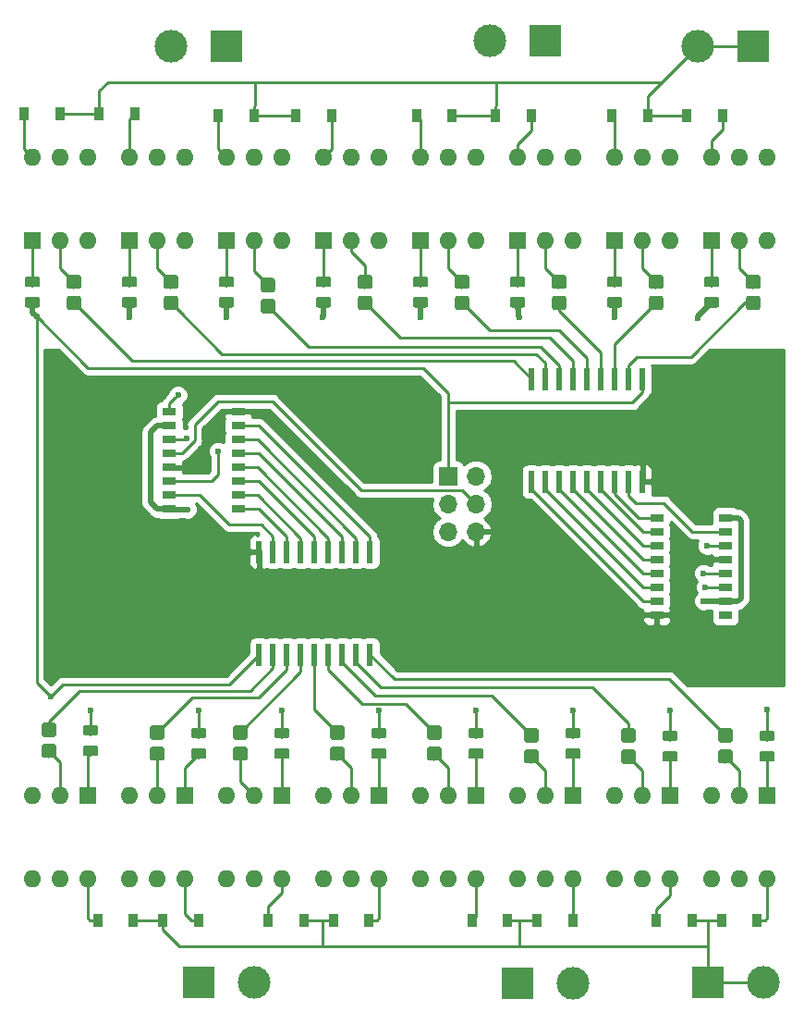
<source format=gtl>
G04 #@! TF.GenerationSoftware,KiCad,Pcbnew,5.0.2-bee76a0~70~ubuntu18.04.1*
G04 #@! TF.CreationDate,2018-12-21T13:31:27+01:00*
G04 #@! TF.ProjectId,8FilPilotes_Base,3846696c-5069-46c6-9f74-65735f426173,rev?*
G04 #@! TF.SameCoordinates,Original*
G04 #@! TF.FileFunction,Copper,L1,Top*
G04 #@! TF.FilePolarity,Positive*
%FSLAX46Y46*%
G04 Gerber Fmt 4.6, Leading zero omitted, Abs format (unit mm)*
G04 Created by KiCad (PCBNEW 5.0.2-bee76a0~70~ubuntu18.04.1) date ven. 21 déc. 2018 13:31:27 CET*
%MOMM*%
%LPD*%
G01*
G04 APERTURE LIST*
G04 #@! TA.AperFunction,ComponentPad*
%ADD10R,3.000000X3.000000*%
G04 #@! TD*
G04 #@! TA.AperFunction,ComponentPad*
%ADD11C,3.000000*%
G04 #@! TD*
G04 #@! TA.AperFunction,SMDPad,CuDef*
%ADD12R,0.900000X1.200000*%
G04 #@! TD*
G04 #@! TA.AperFunction,Conductor*
%ADD13C,0.100000*%
G04 #@! TD*
G04 #@! TA.AperFunction,SMDPad,CuDef*
%ADD14C,0.975000*%
G04 #@! TD*
G04 #@! TA.AperFunction,SMDPad,CuDef*
%ADD15C,1.300000*%
G04 #@! TD*
G04 #@! TA.AperFunction,ComponentPad*
%ADD16O,1.600000X1.600000*%
G04 #@! TD*
G04 #@! TA.AperFunction,ComponentPad*
%ADD17R,1.600000X1.600000*%
G04 #@! TD*
G04 #@! TA.AperFunction,SMDPad,CuDef*
%ADD18R,1.300000X0.800000*%
G04 #@! TD*
G04 #@! TA.AperFunction,SMDPad,CuDef*
%ADD19R,0.600000X2.000000*%
G04 #@! TD*
G04 #@! TA.AperFunction,ComponentPad*
%ADD20R,1.700000X1.700000*%
G04 #@! TD*
G04 #@! TA.AperFunction,ComponentPad*
%ADD21O,1.700000X1.700000*%
G04 #@! TD*
G04 #@! TA.AperFunction,ViaPad*
%ADD22C,0.600000*%
G04 #@! TD*
G04 #@! TA.AperFunction,Conductor*
%ADD23C,0.250000*%
G04 #@! TD*
G04 #@! TA.AperFunction,Conductor*
%ADD24C,0.500000*%
G04 #@! TD*
G04 #@! TA.AperFunction,Conductor*
%ADD25C,0.254000*%
G04 #@! TD*
G04 APERTURE END LIST*
D10*
G04 #@! TO.P,P9,1*
G04 #@! TO.N,/PH_IN*
X198120000Y-53340000D03*
D11*
G04 #@! TO.P,P9,2*
X193040000Y-53340000D03*
G04 #@! TD*
D12*
G04 #@! TO.P,D5,1*
G04 #@! TO.N,Net-(D5-Pad1)*
X159510000Y-59690000D03*
G04 #@! TO.P,D5,2*
G04 #@! TO.N,/PH_IN*
X156210000Y-59690000D03*
G04 #@! TD*
G04 #@! TO.P,D2,1*
G04 #@! TO.N,/PH_IN*
X188468000Y-59690000D03*
G04 #@! TO.P,D2,2*
G04 #@! TO.N,Net-(D2-Pad2)*
X185168000Y-59690000D03*
G04 #@! TD*
D10*
G04 #@! TO.P,P7,1*
G04 #@! TO.N,/FP5*
X147320000Y-139065000D03*
D11*
G04 #@! TO.P,P7,2*
G04 #@! TO.N,/FP6*
X152400000Y-139065000D03*
G04 #@! TD*
D12*
G04 #@! TO.P,D1,1*
G04 #@! TO.N,Net-(D1-Pad1)*
X195326000Y-59690000D03*
G04 #@! TO.P,D1,2*
G04 #@! TO.N,/PH_IN*
X192026000Y-59690000D03*
G04 #@! TD*
D13*
G04 #@! TO.N,/5V*
G04 #@! TO.C,R2*
G36*
X185900142Y-76318674D02*
X185923803Y-76322184D01*
X185947007Y-76327996D01*
X185969529Y-76336054D01*
X185991153Y-76346282D01*
X186011670Y-76358579D01*
X186030883Y-76372829D01*
X186048607Y-76388893D01*
X186064671Y-76406617D01*
X186078921Y-76425830D01*
X186091218Y-76446347D01*
X186101446Y-76467971D01*
X186109504Y-76490493D01*
X186115316Y-76513697D01*
X186118826Y-76537358D01*
X186120000Y-76561250D01*
X186120000Y-77048750D01*
X186118826Y-77072642D01*
X186115316Y-77096303D01*
X186109504Y-77119507D01*
X186101446Y-77142029D01*
X186091218Y-77163653D01*
X186078921Y-77184170D01*
X186064671Y-77203383D01*
X186048607Y-77221107D01*
X186030883Y-77237171D01*
X186011670Y-77251421D01*
X185991153Y-77263718D01*
X185969529Y-77273946D01*
X185947007Y-77282004D01*
X185923803Y-77287816D01*
X185900142Y-77291326D01*
X185876250Y-77292500D01*
X184963750Y-77292500D01*
X184939858Y-77291326D01*
X184916197Y-77287816D01*
X184892993Y-77282004D01*
X184870471Y-77273946D01*
X184848847Y-77263718D01*
X184828330Y-77251421D01*
X184809117Y-77237171D01*
X184791393Y-77221107D01*
X184775329Y-77203383D01*
X184761079Y-77184170D01*
X184748782Y-77163653D01*
X184738554Y-77142029D01*
X184730496Y-77119507D01*
X184724684Y-77096303D01*
X184721174Y-77072642D01*
X184720000Y-77048750D01*
X184720000Y-76561250D01*
X184721174Y-76537358D01*
X184724684Y-76513697D01*
X184730496Y-76490493D01*
X184738554Y-76467971D01*
X184748782Y-76446347D01*
X184761079Y-76425830D01*
X184775329Y-76406617D01*
X184791393Y-76388893D01*
X184809117Y-76372829D01*
X184828330Y-76358579D01*
X184848847Y-76346282D01*
X184870471Y-76336054D01*
X184892993Y-76327996D01*
X184916197Y-76322184D01*
X184939858Y-76318674D01*
X184963750Y-76317500D01*
X185876250Y-76317500D01*
X185900142Y-76318674D01*
X185900142Y-76318674D01*
G37*
D14*
G04 #@! TD*
G04 #@! TO.P,R2,2*
G04 #@! TO.N,/5V*
X185420000Y-76805000D03*
D13*
G04 #@! TO.N,Net-(R2-Pad1)*
G04 #@! TO.C,R2*
G36*
X185900142Y-74443674D02*
X185923803Y-74447184D01*
X185947007Y-74452996D01*
X185969529Y-74461054D01*
X185991153Y-74471282D01*
X186011670Y-74483579D01*
X186030883Y-74497829D01*
X186048607Y-74513893D01*
X186064671Y-74531617D01*
X186078921Y-74550830D01*
X186091218Y-74571347D01*
X186101446Y-74592971D01*
X186109504Y-74615493D01*
X186115316Y-74638697D01*
X186118826Y-74662358D01*
X186120000Y-74686250D01*
X186120000Y-75173750D01*
X186118826Y-75197642D01*
X186115316Y-75221303D01*
X186109504Y-75244507D01*
X186101446Y-75267029D01*
X186091218Y-75288653D01*
X186078921Y-75309170D01*
X186064671Y-75328383D01*
X186048607Y-75346107D01*
X186030883Y-75362171D01*
X186011670Y-75376421D01*
X185991153Y-75388718D01*
X185969529Y-75398946D01*
X185947007Y-75407004D01*
X185923803Y-75412816D01*
X185900142Y-75416326D01*
X185876250Y-75417500D01*
X184963750Y-75417500D01*
X184939858Y-75416326D01*
X184916197Y-75412816D01*
X184892993Y-75407004D01*
X184870471Y-75398946D01*
X184848847Y-75388718D01*
X184828330Y-75376421D01*
X184809117Y-75362171D01*
X184791393Y-75346107D01*
X184775329Y-75328383D01*
X184761079Y-75309170D01*
X184748782Y-75288653D01*
X184738554Y-75267029D01*
X184730496Y-75244507D01*
X184724684Y-75221303D01*
X184721174Y-75197642D01*
X184720000Y-75173750D01*
X184720000Y-74686250D01*
X184721174Y-74662358D01*
X184724684Y-74638697D01*
X184730496Y-74615493D01*
X184738554Y-74592971D01*
X184748782Y-74571347D01*
X184761079Y-74550830D01*
X184775329Y-74531617D01*
X184791393Y-74513893D01*
X184809117Y-74497829D01*
X184828330Y-74483579D01*
X184848847Y-74471282D01*
X184870471Y-74461054D01*
X184892993Y-74452996D01*
X184916197Y-74447184D01*
X184939858Y-74443674D01*
X184963750Y-74442500D01*
X185876250Y-74442500D01*
X185900142Y-74443674D01*
X185900142Y-74443674D01*
G37*
D14*
G04 #@! TD*
G04 #@! TO.P,R2,1*
G04 #@! TO.N,Net-(R2-Pad1)*
X185420000Y-74930000D03*
D13*
G04 #@! TO.N,Net-(R3-Pad1)*
G04 #@! TO.C,R3*
G36*
X177010142Y-74443674D02*
X177033803Y-74447184D01*
X177057007Y-74452996D01*
X177079529Y-74461054D01*
X177101153Y-74471282D01*
X177121670Y-74483579D01*
X177140883Y-74497829D01*
X177158607Y-74513893D01*
X177174671Y-74531617D01*
X177188921Y-74550830D01*
X177201218Y-74571347D01*
X177211446Y-74592971D01*
X177219504Y-74615493D01*
X177225316Y-74638697D01*
X177228826Y-74662358D01*
X177230000Y-74686250D01*
X177230000Y-75173750D01*
X177228826Y-75197642D01*
X177225316Y-75221303D01*
X177219504Y-75244507D01*
X177211446Y-75267029D01*
X177201218Y-75288653D01*
X177188921Y-75309170D01*
X177174671Y-75328383D01*
X177158607Y-75346107D01*
X177140883Y-75362171D01*
X177121670Y-75376421D01*
X177101153Y-75388718D01*
X177079529Y-75398946D01*
X177057007Y-75407004D01*
X177033803Y-75412816D01*
X177010142Y-75416326D01*
X176986250Y-75417500D01*
X176073750Y-75417500D01*
X176049858Y-75416326D01*
X176026197Y-75412816D01*
X176002993Y-75407004D01*
X175980471Y-75398946D01*
X175958847Y-75388718D01*
X175938330Y-75376421D01*
X175919117Y-75362171D01*
X175901393Y-75346107D01*
X175885329Y-75328383D01*
X175871079Y-75309170D01*
X175858782Y-75288653D01*
X175848554Y-75267029D01*
X175840496Y-75244507D01*
X175834684Y-75221303D01*
X175831174Y-75197642D01*
X175830000Y-75173750D01*
X175830000Y-74686250D01*
X175831174Y-74662358D01*
X175834684Y-74638697D01*
X175840496Y-74615493D01*
X175848554Y-74592971D01*
X175858782Y-74571347D01*
X175871079Y-74550830D01*
X175885329Y-74531617D01*
X175901393Y-74513893D01*
X175919117Y-74497829D01*
X175938330Y-74483579D01*
X175958847Y-74471282D01*
X175980471Y-74461054D01*
X176002993Y-74452996D01*
X176026197Y-74447184D01*
X176049858Y-74443674D01*
X176073750Y-74442500D01*
X176986250Y-74442500D01*
X177010142Y-74443674D01*
X177010142Y-74443674D01*
G37*
D14*
G04 #@! TD*
G04 #@! TO.P,R3,1*
G04 #@! TO.N,Net-(R3-Pad1)*
X176530000Y-74930000D03*
D13*
G04 #@! TO.N,/5V*
G04 #@! TO.C,R3*
G36*
X177010142Y-76318674D02*
X177033803Y-76322184D01*
X177057007Y-76327996D01*
X177079529Y-76336054D01*
X177101153Y-76346282D01*
X177121670Y-76358579D01*
X177140883Y-76372829D01*
X177158607Y-76388893D01*
X177174671Y-76406617D01*
X177188921Y-76425830D01*
X177201218Y-76446347D01*
X177211446Y-76467971D01*
X177219504Y-76490493D01*
X177225316Y-76513697D01*
X177228826Y-76537358D01*
X177230000Y-76561250D01*
X177230000Y-77048750D01*
X177228826Y-77072642D01*
X177225316Y-77096303D01*
X177219504Y-77119507D01*
X177211446Y-77142029D01*
X177201218Y-77163653D01*
X177188921Y-77184170D01*
X177174671Y-77203383D01*
X177158607Y-77221107D01*
X177140883Y-77237171D01*
X177121670Y-77251421D01*
X177101153Y-77263718D01*
X177079529Y-77273946D01*
X177057007Y-77282004D01*
X177033803Y-77287816D01*
X177010142Y-77291326D01*
X176986250Y-77292500D01*
X176073750Y-77292500D01*
X176049858Y-77291326D01*
X176026197Y-77287816D01*
X176002993Y-77282004D01*
X175980471Y-77273946D01*
X175958847Y-77263718D01*
X175938330Y-77251421D01*
X175919117Y-77237171D01*
X175901393Y-77221107D01*
X175885329Y-77203383D01*
X175871079Y-77184170D01*
X175858782Y-77163653D01*
X175848554Y-77142029D01*
X175840496Y-77119507D01*
X175834684Y-77096303D01*
X175831174Y-77072642D01*
X175830000Y-77048750D01*
X175830000Y-76561250D01*
X175831174Y-76537358D01*
X175834684Y-76513697D01*
X175840496Y-76490493D01*
X175848554Y-76467971D01*
X175858782Y-76446347D01*
X175871079Y-76425830D01*
X175885329Y-76406617D01*
X175901393Y-76388893D01*
X175919117Y-76372829D01*
X175938330Y-76358579D01*
X175958847Y-76346282D01*
X175980471Y-76336054D01*
X176002993Y-76327996D01*
X176026197Y-76322184D01*
X176049858Y-76318674D01*
X176073750Y-76317500D01*
X176986250Y-76317500D01*
X177010142Y-76318674D01*
X177010142Y-76318674D01*
G37*
D14*
G04 #@! TD*
G04 #@! TO.P,R3,2*
G04 #@! TO.N,/5V*
X176530000Y-76805000D03*
D13*
G04 #@! TO.N,Net-(R4-Pad1)*
G04 #@! TO.C,R4*
G36*
X168120142Y-74443674D02*
X168143803Y-74447184D01*
X168167007Y-74452996D01*
X168189529Y-74461054D01*
X168211153Y-74471282D01*
X168231670Y-74483579D01*
X168250883Y-74497829D01*
X168268607Y-74513893D01*
X168284671Y-74531617D01*
X168298921Y-74550830D01*
X168311218Y-74571347D01*
X168321446Y-74592971D01*
X168329504Y-74615493D01*
X168335316Y-74638697D01*
X168338826Y-74662358D01*
X168340000Y-74686250D01*
X168340000Y-75173750D01*
X168338826Y-75197642D01*
X168335316Y-75221303D01*
X168329504Y-75244507D01*
X168321446Y-75267029D01*
X168311218Y-75288653D01*
X168298921Y-75309170D01*
X168284671Y-75328383D01*
X168268607Y-75346107D01*
X168250883Y-75362171D01*
X168231670Y-75376421D01*
X168211153Y-75388718D01*
X168189529Y-75398946D01*
X168167007Y-75407004D01*
X168143803Y-75412816D01*
X168120142Y-75416326D01*
X168096250Y-75417500D01*
X167183750Y-75417500D01*
X167159858Y-75416326D01*
X167136197Y-75412816D01*
X167112993Y-75407004D01*
X167090471Y-75398946D01*
X167068847Y-75388718D01*
X167048330Y-75376421D01*
X167029117Y-75362171D01*
X167011393Y-75346107D01*
X166995329Y-75328383D01*
X166981079Y-75309170D01*
X166968782Y-75288653D01*
X166958554Y-75267029D01*
X166950496Y-75244507D01*
X166944684Y-75221303D01*
X166941174Y-75197642D01*
X166940000Y-75173750D01*
X166940000Y-74686250D01*
X166941174Y-74662358D01*
X166944684Y-74638697D01*
X166950496Y-74615493D01*
X166958554Y-74592971D01*
X166968782Y-74571347D01*
X166981079Y-74550830D01*
X166995329Y-74531617D01*
X167011393Y-74513893D01*
X167029117Y-74497829D01*
X167048330Y-74483579D01*
X167068847Y-74471282D01*
X167090471Y-74461054D01*
X167112993Y-74452996D01*
X167136197Y-74447184D01*
X167159858Y-74443674D01*
X167183750Y-74442500D01*
X168096250Y-74442500D01*
X168120142Y-74443674D01*
X168120142Y-74443674D01*
G37*
D14*
G04 #@! TD*
G04 #@! TO.P,R4,1*
G04 #@! TO.N,Net-(R4-Pad1)*
X167640000Y-74930000D03*
D13*
G04 #@! TO.N,/5V*
G04 #@! TO.C,R4*
G36*
X168120142Y-76318674D02*
X168143803Y-76322184D01*
X168167007Y-76327996D01*
X168189529Y-76336054D01*
X168211153Y-76346282D01*
X168231670Y-76358579D01*
X168250883Y-76372829D01*
X168268607Y-76388893D01*
X168284671Y-76406617D01*
X168298921Y-76425830D01*
X168311218Y-76446347D01*
X168321446Y-76467971D01*
X168329504Y-76490493D01*
X168335316Y-76513697D01*
X168338826Y-76537358D01*
X168340000Y-76561250D01*
X168340000Y-77048750D01*
X168338826Y-77072642D01*
X168335316Y-77096303D01*
X168329504Y-77119507D01*
X168321446Y-77142029D01*
X168311218Y-77163653D01*
X168298921Y-77184170D01*
X168284671Y-77203383D01*
X168268607Y-77221107D01*
X168250883Y-77237171D01*
X168231670Y-77251421D01*
X168211153Y-77263718D01*
X168189529Y-77273946D01*
X168167007Y-77282004D01*
X168143803Y-77287816D01*
X168120142Y-77291326D01*
X168096250Y-77292500D01*
X167183750Y-77292500D01*
X167159858Y-77291326D01*
X167136197Y-77287816D01*
X167112993Y-77282004D01*
X167090471Y-77273946D01*
X167068847Y-77263718D01*
X167048330Y-77251421D01*
X167029117Y-77237171D01*
X167011393Y-77221107D01*
X166995329Y-77203383D01*
X166981079Y-77184170D01*
X166968782Y-77163653D01*
X166958554Y-77142029D01*
X166950496Y-77119507D01*
X166944684Y-77096303D01*
X166941174Y-77072642D01*
X166940000Y-77048750D01*
X166940000Y-76561250D01*
X166941174Y-76537358D01*
X166944684Y-76513697D01*
X166950496Y-76490493D01*
X166958554Y-76467971D01*
X166968782Y-76446347D01*
X166981079Y-76425830D01*
X166995329Y-76406617D01*
X167011393Y-76388893D01*
X167029117Y-76372829D01*
X167048330Y-76358579D01*
X167068847Y-76346282D01*
X167090471Y-76336054D01*
X167112993Y-76327996D01*
X167136197Y-76322184D01*
X167159858Y-76318674D01*
X167183750Y-76317500D01*
X168096250Y-76317500D01*
X168120142Y-76318674D01*
X168120142Y-76318674D01*
G37*
D14*
G04 #@! TD*
G04 #@! TO.P,R4,2*
G04 #@! TO.N,/5V*
X167640000Y-76805000D03*
D13*
G04 #@! TO.N,Net-(R5-Pad1)*
G04 #@! TO.C,R5*
G36*
X159230142Y-74443674D02*
X159253803Y-74447184D01*
X159277007Y-74452996D01*
X159299529Y-74461054D01*
X159321153Y-74471282D01*
X159341670Y-74483579D01*
X159360883Y-74497829D01*
X159378607Y-74513893D01*
X159394671Y-74531617D01*
X159408921Y-74550830D01*
X159421218Y-74571347D01*
X159431446Y-74592971D01*
X159439504Y-74615493D01*
X159445316Y-74638697D01*
X159448826Y-74662358D01*
X159450000Y-74686250D01*
X159450000Y-75173750D01*
X159448826Y-75197642D01*
X159445316Y-75221303D01*
X159439504Y-75244507D01*
X159431446Y-75267029D01*
X159421218Y-75288653D01*
X159408921Y-75309170D01*
X159394671Y-75328383D01*
X159378607Y-75346107D01*
X159360883Y-75362171D01*
X159341670Y-75376421D01*
X159321153Y-75388718D01*
X159299529Y-75398946D01*
X159277007Y-75407004D01*
X159253803Y-75412816D01*
X159230142Y-75416326D01*
X159206250Y-75417500D01*
X158293750Y-75417500D01*
X158269858Y-75416326D01*
X158246197Y-75412816D01*
X158222993Y-75407004D01*
X158200471Y-75398946D01*
X158178847Y-75388718D01*
X158158330Y-75376421D01*
X158139117Y-75362171D01*
X158121393Y-75346107D01*
X158105329Y-75328383D01*
X158091079Y-75309170D01*
X158078782Y-75288653D01*
X158068554Y-75267029D01*
X158060496Y-75244507D01*
X158054684Y-75221303D01*
X158051174Y-75197642D01*
X158050000Y-75173750D01*
X158050000Y-74686250D01*
X158051174Y-74662358D01*
X158054684Y-74638697D01*
X158060496Y-74615493D01*
X158068554Y-74592971D01*
X158078782Y-74571347D01*
X158091079Y-74550830D01*
X158105329Y-74531617D01*
X158121393Y-74513893D01*
X158139117Y-74497829D01*
X158158330Y-74483579D01*
X158178847Y-74471282D01*
X158200471Y-74461054D01*
X158222993Y-74452996D01*
X158246197Y-74447184D01*
X158269858Y-74443674D01*
X158293750Y-74442500D01*
X159206250Y-74442500D01*
X159230142Y-74443674D01*
X159230142Y-74443674D01*
G37*
D14*
G04 #@! TD*
G04 #@! TO.P,R5,1*
G04 #@! TO.N,Net-(R5-Pad1)*
X158750000Y-74930000D03*
D13*
G04 #@! TO.N,/5V*
G04 #@! TO.C,R5*
G36*
X159230142Y-76318674D02*
X159253803Y-76322184D01*
X159277007Y-76327996D01*
X159299529Y-76336054D01*
X159321153Y-76346282D01*
X159341670Y-76358579D01*
X159360883Y-76372829D01*
X159378607Y-76388893D01*
X159394671Y-76406617D01*
X159408921Y-76425830D01*
X159421218Y-76446347D01*
X159431446Y-76467971D01*
X159439504Y-76490493D01*
X159445316Y-76513697D01*
X159448826Y-76537358D01*
X159450000Y-76561250D01*
X159450000Y-77048750D01*
X159448826Y-77072642D01*
X159445316Y-77096303D01*
X159439504Y-77119507D01*
X159431446Y-77142029D01*
X159421218Y-77163653D01*
X159408921Y-77184170D01*
X159394671Y-77203383D01*
X159378607Y-77221107D01*
X159360883Y-77237171D01*
X159341670Y-77251421D01*
X159321153Y-77263718D01*
X159299529Y-77273946D01*
X159277007Y-77282004D01*
X159253803Y-77287816D01*
X159230142Y-77291326D01*
X159206250Y-77292500D01*
X158293750Y-77292500D01*
X158269858Y-77291326D01*
X158246197Y-77287816D01*
X158222993Y-77282004D01*
X158200471Y-77273946D01*
X158178847Y-77263718D01*
X158158330Y-77251421D01*
X158139117Y-77237171D01*
X158121393Y-77221107D01*
X158105329Y-77203383D01*
X158091079Y-77184170D01*
X158078782Y-77163653D01*
X158068554Y-77142029D01*
X158060496Y-77119507D01*
X158054684Y-77096303D01*
X158051174Y-77072642D01*
X158050000Y-77048750D01*
X158050000Y-76561250D01*
X158051174Y-76537358D01*
X158054684Y-76513697D01*
X158060496Y-76490493D01*
X158068554Y-76467971D01*
X158078782Y-76446347D01*
X158091079Y-76425830D01*
X158105329Y-76406617D01*
X158121393Y-76388893D01*
X158139117Y-76372829D01*
X158158330Y-76358579D01*
X158178847Y-76346282D01*
X158200471Y-76336054D01*
X158222993Y-76327996D01*
X158246197Y-76322184D01*
X158269858Y-76318674D01*
X158293750Y-76317500D01*
X159206250Y-76317500D01*
X159230142Y-76318674D01*
X159230142Y-76318674D01*
G37*
D14*
G04 #@! TD*
G04 #@! TO.P,R5,2*
G04 #@! TO.N,/5V*
X158750000Y-76805000D03*
D13*
G04 #@! TO.N,/FP5_B*
G04 #@! TO.C,D26*
G36*
X143934504Y-115523704D02*
X143958773Y-115527304D01*
X143982571Y-115533265D01*
X144005671Y-115541530D01*
X144027849Y-115552020D01*
X144048893Y-115564633D01*
X144068598Y-115579247D01*
X144086777Y-115595723D01*
X144103253Y-115613902D01*
X144117867Y-115633607D01*
X144130480Y-115654651D01*
X144140970Y-115676829D01*
X144149235Y-115699929D01*
X144155196Y-115723727D01*
X144158796Y-115747996D01*
X144160000Y-115772500D01*
X144160000Y-116597500D01*
X144158796Y-116622004D01*
X144155196Y-116646273D01*
X144149235Y-116670071D01*
X144140970Y-116693171D01*
X144130480Y-116715349D01*
X144117867Y-116736393D01*
X144103253Y-116756098D01*
X144086777Y-116774277D01*
X144068598Y-116790753D01*
X144048893Y-116805367D01*
X144027849Y-116817980D01*
X144005671Y-116828470D01*
X143982571Y-116836735D01*
X143958773Y-116842696D01*
X143934504Y-116846296D01*
X143910000Y-116847500D01*
X143110000Y-116847500D01*
X143085496Y-116846296D01*
X143061227Y-116842696D01*
X143037429Y-116836735D01*
X143014329Y-116828470D01*
X142992151Y-116817980D01*
X142971107Y-116805367D01*
X142951402Y-116790753D01*
X142933223Y-116774277D01*
X142916747Y-116756098D01*
X142902133Y-116736393D01*
X142889520Y-116715349D01*
X142879030Y-116693171D01*
X142870765Y-116670071D01*
X142864804Y-116646273D01*
X142861204Y-116622004D01*
X142860000Y-116597500D01*
X142860000Y-115772500D01*
X142861204Y-115747996D01*
X142864804Y-115723727D01*
X142870765Y-115699929D01*
X142879030Y-115676829D01*
X142889520Y-115654651D01*
X142902133Y-115633607D01*
X142916747Y-115613902D01*
X142933223Y-115595723D01*
X142951402Y-115579247D01*
X142971107Y-115564633D01*
X142992151Y-115552020D01*
X143014329Y-115541530D01*
X143037429Y-115533265D01*
X143061227Y-115527304D01*
X143085496Y-115523704D01*
X143110000Y-115522500D01*
X143910000Y-115522500D01*
X143934504Y-115523704D01*
X143934504Y-115523704D01*
G37*
D15*
G04 #@! TD*
G04 #@! TO.P,D26,1*
G04 #@! TO.N,/FP5_B*
X143510000Y-116185000D03*
D13*
G04 #@! TO.N,Net-(D26-Pad2)*
G04 #@! TO.C,D26*
G36*
X143934504Y-117448704D02*
X143958773Y-117452304D01*
X143982571Y-117458265D01*
X144005671Y-117466530D01*
X144027849Y-117477020D01*
X144048893Y-117489633D01*
X144068598Y-117504247D01*
X144086777Y-117520723D01*
X144103253Y-117538902D01*
X144117867Y-117558607D01*
X144130480Y-117579651D01*
X144140970Y-117601829D01*
X144149235Y-117624929D01*
X144155196Y-117648727D01*
X144158796Y-117672996D01*
X144160000Y-117697500D01*
X144160000Y-118522500D01*
X144158796Y-118547004D01*
X144155196Y-118571273D01*
X144149235Y-118595071D01*
X144140970Y-118618171D01*
X144130480Y-118640349D01*
X144117867Y-118661393D01*
X144103253Y-118681098D01*
X144086777Y-118699277D01*
X144068598Y-118715753D01*
X144048893Y-118730367D01*
X144027849Y-118742980D01*
X144005671Y-118753470D01*
X143982571Y-118761735D01*
X143958773Y-118767696D01*
X143934504Y-118771296D01*
X143910000Y-118772500D01*
X143110000Y-118772500D01*
X143085496Y-118771296D01*
X143061227Y-118767696D01*
X143037429Y-118761735D01*
X143014329Y-118753470D01*
X142992151Y-118742980D01*
X142971107Y-118730367D01*
X142951402Y-118715753D01*
X142933223Y-118699277D01*
X142916747Y-118681098D01*
X142902133Y-118661393D01*
X142889520Y-118640349D01*
X142879030Y-118618171D01*
X142870765Y-118595071D01*
X142864804Y-118571273D01*
X142861204Y-118547004D01*
X142860000Y-118522500D01*
X142860000Y-117697500D01*
X142861204Y-117672996D01*
X142864804Y-117648727D01*
X142870765Y-117624929D01*
X142879030Y-117601829D01*
X142889520Y-117579651D01*
X142902133Y-117558607D01*
X142916747Y-117538902D01*
X142933223Y-117520723D01*
X142951402Y-117504247D01*
X142971107Y-117489633D01*
X142992151Y-117477020D01*
X143014329Y-117466530D01*
X143037429Y-117458265D01*
X143061227Y-117452304D01*
X143085496Y-117448704D01*
X143110000Y-117447500D01*
X143910000Y-117447500D01*
X143934504Y-117448704D01*
X143934504Y-117448704D01*
G37*
D15*
G04 #@! TD*
G04 #@! TO.P,D26,2*
G04 #@! TO.N,Net-(D26-Pad2)*
X143510000Y-118110000D03*
D13*
G04 #@! TO.N,Net-(D27-Pad2)*
G04 #@! TO.C,D27*
G36*
X151554504Y-117448704D02*
X151578773Y-117452304D01*
X151602571Y-117458265D01*
X151625671Y-117466530D01*
X151647849Y-117477020D01*
X151668893Y-117489633D01*
X151688598Y-117504247D01*
X151706777Y-117520723D01*
X151723253Y-117538902D01*
X151737867Y-117558607D01*
X151750480Y-117579651D01*
X151760970Y-117601829D01*
X151769235Y-117624929D01*
X151775196Y-117648727D01*
X151778796Y-117672996D01*
X151780000Y-117697500D01*
X151780000Y-118522500D01*
X151778796Y-118547004D01*
X151775196Y-118571273D01*
X151769235Y-118595071D01*
X151760970Y-118618171D01*
X151750480Y-118640349D01*
X151737867Y-118661393D01*
X151723253Y-118681098D01*
X151706777Y-118699277D01*
X151688598Y-118715753D01*
X151668893Y-118730367D01*
X151647849Y-118742980D01*
X151625671Y-118753470D01*
X151602571Y-118761735D01*
X151578773Y-118767696D01*
X151554504Y-118771296D01*
X151530000Y-118772500D01*
X150730000Y-118772500D01*
X150705496Y-118771296D01*
X150681227Y-118767696D01*
X150657429Y-118761735D01*
X150634329Y-118753470D01*
X150612151Y-118742980D01*
X150591107Y-118730367D01*
X150571402Y-118715753D01*
X150553223Y-118699277D01*
X150536747Y-118681098D01*
X150522133Y-118661393D01*
X150509520Y-118640349D01*
X150499030Y-118618171D01*
X150490765Y-118595071D01*
X150484804Y-118571273D01*
X150481204Y-118547004D01*
X150480000Y-118522500D01*
X150480000Y-117697500D01*
X150481204Y-117672996D01*
X150484804Y-117648727D01*
X150490765Y-117624929D01*
X150499030Y-117601829D01*
X150509520Y-117579651D01*
X150522133Y-117558607D01*
X150536747Y-117538902D01*
X150553223Y-117520723D01*
X150571402Y-117504247D01*
X150591107Y-117489633D01*
X150612151Y-117477020D01*
X150634329Y-117466530D01*
X150657429Y-117458265D01*
X150681227Y-117452304D01*
X150705496Y-117448704D01*
X150730000Y-117447500D01*
X151530000Y-117447500D01*
X151554504Y-117448704D01*
X151554504Y-117448704D01*
G37*
D15*
G04 #@! TD*
G04 #@! TO.P,D27,2*
G04 #@! TO.N,Net-(D27-Pad2)*
X151130000Y-118110000D03*
D13*
G04 #@! TO.N,/FP6_A*
G04 #@! TO.C,D27*
G36*
X151554504Y-115523704D02*
X151578773Y-115527304D01*
X151602571Y-115533265D01*
X151625671Y-115541530D01*
X151647849Y-115552020D01*
X151668893Y-115564633D01*
X151688598Y-115579247D01*
X151706777Y-115595723D01*
X151723253Y-115613902D01*
X151737867Y-115633607D01*
X151750480Y-115654651D01*
X151760970Y-115676829D01*
X151769235Y-115699929D01*
X151775196Y-115723727D01*
X151778796Y-115747996D01*
X151780000Y-115772500D01*
X151780000Y-116597500D01*
X151778796Y-116622004D01*
X151775196Y-116646273D01*
X151769235Y-116670071D01*
X151760970Y-116693171D01*
X151750480Y-116715349D01*
X151737867Y-116736393D01*
X151723253Y-116756098D01*
X151706777Y-116774277D01*
X151688598Y-116790753D01*
X151668893Y-116805367D01*
X151647849Y-116817980D01*
X151625671Y-116828470D01*
X151602571Y-116836735D01*
X151578773Y-116842696D01*
X151554504Y-116846296D01*
X151530000Y-116847500D01*
X150730000Y-116847500D01*
X150705496Y-116846296D01*
X150681227Y-116842696D01*
X150657429Y-116836735D01*
X150634329Y-116828470D01*
X150612151Y-116817980D01*
X150591107Y-116805367D01*
X150571402Y-116790753D01*
X150553223Y-116774277D01*
X150536747Y-116756098D01*
X150522133Y-116736393D01*
X150509520Y-116715349D01*
X150499030Y-116693171D01*
X150490765Y-116670071D01*
X150484804Y-116646273D01*
X150481204Y-116622004D01*
X150480000Y-116597500D01*
X150480000Y-115772500D01*
X150481204Y-115747996D01*
X150484804Y-115723727D01*
X150490765Y-115699929D01*
X150499030Y-115676829D01*
X150509520Y-115654651D01*
X150522133Y-115633607D01*
X150536747Y-115613902D01*
X150553223Y-115595723D01*
X150571402Y-115579247D01*
X150591107Y-115564633D01*
X150612151Y-115552020D01*
X150634329Y-115541530D01*
X150657429Y-115533265D01*
X150681227Y-115527304D01*
X150705496Y-115523704D01*
X150730000Y-115522500D01*
X151530000Y-115522500D01*
X151554504Y-115523704D01*
X151554504Y-115523704D01*
G37*
D15*
G04 #@! TD*
G04 #@! TO.P,D27,1*
G04 #@! TO.N,/FP6_A*
X151130000Y-116185000D03*
D13*
G04 #@! TO.N,/FP6_B*
G04 #@! TO.C,D28*
G36*
X160444504Y-115523704D02*
X160468773Y-115527304D01*
X160492571Y-115533265D01*
X160515671Y-115541530D01*
X160537849Y-115552020D01*
X160558893Y-115564633D01*
X160578598Y-115579247D01*
X160596777Y-115595723D01*
X160613253Y-115613902D01*
X160627867Y-115633607D01*
X160640480Y-115654651D01*
X160650970Y-115676829D01*
X160659235Y-115699929D01*
X160665196Y-115723727D01*
X160668796Y-115747996D01*
X160670000Y-115772500D01*
X160670000Y-116597500D01*
X160668796Y-116622004D01*
X160665196Y-116646273D01*
X160659235Y-116670071D01*
X160650970Y-116693171D01*
X160640480Y-116715349D01*
X160627867Y-116736393D01*
X160613253Y-116756098D01*
X160596777Y-116774277D01*
X160578598Y-116790753D01*
X160558893Y-116805367D01*
X160537849Y-116817980D01*
X160515671Y-116828470D01*
X160492571Y-116836735D01*
X160468773Y-116842696D01*
X160444504Y-116846296D01*
X160420000Y-116847500D01*
X159620000Y-116847500D01*
X159595496Y-116846296D01*
X159571227Y-116842696D01*
X159547429Y-116836735D01*
X159524329Y-116828470D01*
X159502151Y-116817980D01*
X159481107Y-116805367D01*
X159461402Y-116790753D01*
X159443223Y-116774277D01*
X159426747Y-116756098D01*
X159412133Y-116736393D01*
X159399520Y-116715349D01*
X159389030Y-116693171D01*
X159380765Y-116670071D01*
X159374804Y-116646273D01*
X159371204Y-116622004D01*
X159370000Y-116597500D01*
X159370000Y-115772500D01*
X159371204Y-115747996D01*
X159374804Y-115723727D01*
X159380765Y-115699929D01*
X159389030Y-115676829D01*
X159399520Y-115654651D01*
X159412133Y-115633607D01*
X159426747Y-115613902D01*
X159443223Y-115595723D01*
X159461402Y-115579247D01*
X159481107Y-115564633D01*
X159502151Y-115552020D01*
X159524329Y-115541530D01*
X159547429Y-115533265D01*
X159571227Y-115527304D01*
X159595496Y-115523704D01*
X159620000Y-115522500D01*
X160420000Y-115522500D01*
X160444504Y-115523704D01*
X160444504Y-115523704D01*
G37*
D15*
G04 #@! TD*
G04 #@! TO.P,D28,1*
G04 #@! TO.N,/FP6_B*
X160020000Y-116185000D03*
D13*
G04 #@! TO.N,Net-(D28-Pad2)*
G04 #@! TO.C,D28*
G36*
X160444504Y-117448704D02*
X160468773Y-117452304D01*
X160492571Y-117458265D01*
X160515671Y-117466530D01*
X160537849Y-117477020D01*
X160558893Y-117489633D01*
X160578598Y-117504247D01*
X160596777Y-117520723D01*
X160613253Y-117538902D01*
X160627867Y-117558607D01*
X160640480Y-117579651D01*
X160650970Y-117601829D01*
X160659235Y-117624929D01*
X160665196Y-117648727D01*
X160668796Y-117672996D01*
X160670000Y-117697500D01*
X160670000Y-118522500D01*
X160668796Y-118547004D01*
X160665196Y-118571273D01*
X160659235Y-118595071D01*
X160650970Y-118618171D01*
X160640480Y-118640349D01*
X160627867Y-118661393D01*
X160613253Y-118681098D01*
X160596777Y-118699277D01*
X160578598Y-118715753D01*
X160558893Y-118730367D01*
X160537849Y-118742980D01*
X160515671Y-118753470D01*
X160492571Y-118761735D01*
X160468773Y-118767696D01*
X160444504Y-118771296D01*
X160420000Y-118772500D01*
X159620000Y-118772500D01*
X159595496Y-118771296D01*
X159571227Y-118767696D01*
X159547429Y-118761735D01*
X159524329Y-118753470D01*
X159502151Y-118742980D01*
X159481107Y-118730367D01*
X159461402Y-118715753D01*
X159443223Y-118699277D01*
X159426747Y-118681098D01*
X159412133Y-118661393D01*
X159399520Y-118640349D01*
X159389030Y-118618171D01*
X159380765Y-118595071D01*
X159374804Y-118571273D01*
X159371204Y-118547004D01*
X159370000Y-118522500D01*
X159370000Y-117697500D01*
X159371204Y-117672996D01*
X159374804Y-117648727D01*
X159380765Y-117624929D01*
X159389030Y-117601829D01*
X159399520Y-117579651D01*
X159412133Y-117558607D01*
X159426747Y-117538902D01*
X159443223Y-117520723D01*
X159461402Y-117504247D01*
X159481107Y-117489633D01*
X159502151Y-117477020D01*
X159524329Y-117466530D01*
X159547429Y-117458265D01*
X159571227Y-117452304D01*
X159595496Y-117448704D01*
X159620000Y-117447500D01*
X160420000Y-117447500D01*
X160444504Y-117448704D01*
X160444504Y-117448704D01*
G37*
D15*
G04 #@! TD*
G04 #@! TO.P,D28,2*
G04 #@! TO.N,Net-(D28-Pad2)*
X160020000Y-118110000D03*
D13*
G04 #@! TO.N,Net-(D29-Pad2)*
G04 #@! TO.C,D29*
G36*
X169334504Y-117448704D02*
X169358773Y-117452304D01*
X169382571Y-117458265D01*
X169405671Y-117466530D01*
X169427849Y-117477020D01*
X169448893Y-117489633D01*
X169468598Y-117504247D01*
X169486777Y-117520723D01*
X169503253Y-117538902D01*
X169517867Y-117558607D01*
X169530480Y-117579651D01*
X169540970Y-117601829D01*
X169549235Y-117624929D01*
X169555196Y-117648727D01*
X169558796Y-117672996D01*
X169560000Y-117697500D01*
X169560000Y-118522500D01*
X169558796Y-118547004D01*
X169555196Y-118571273D01*
X169549235Y-118595071D01*
X169540970Y-118618171D01*
X169530480Y-118640349D01*
X169517867Y-118661393D01*
X169503253Y-118681098D01*
X169486777Y-118699277D01*
X169468598Y-118715753D01*
X169448893Y-118730367D01*
X169427849Y-118742980D01*
X169405671Y-118753470D01*
X169382571Y-118761735D01*
X169358773Y-118767696D01*
X169334504Y-118771296D01*
X169310000Y-118772500D01*
X168510000Y-118772500D01*
X168485496Y-118771296D01*
X168461227Y-118767696D01*
X168437429Y-118761735D01*
X168414329Y-118753470D01*
X168392151Y-118742980D01*
X168371107Y-118730367D01*
X168351402Y-118715753D01*
X168333223Y-118699277D01*
X168316747Y-118681098D01*
X168302133Y-118661393D01*
X168289520Y-118640349D01*
X168279030Y-118618171D01*
X168270765Y-118595071D01*
X168264804Y-118571273D01*
X168261204Y-118547004D01*
X168260000Y-118522500D01*
X168260000Y-117697500D01*
X168261204Y-117672996D01*
X168264804Y-117648727D01*
X168270765Y-117624929D01*
X168279030Y-117601829D01*
X168289520Y-117579651D01*
X168302133Y-117558607D01*
X168316747Y-117538902D01*
X168333223Y-117520723D01*
X168351402Y-117504247D01*
X168371107Y-117489633D01*
X168392151Y-117477020D01*
X168414329Y-117466530D01*
X168437429Y-117458265D01*
X168461227Y-117452304D01*
X168485496Y-117448704D01*
X168510000Y-117447500D01*
X169310000Y-117447500D01*
X169334504Y-117448704D01*
X169334504Y-117448704D01*
G37*
D15*
G04 #@! TD*
G04 #@! TO.P,D29,2*
G04 #@! TO.N,Net-(D29-Pad2)*
X168910000Y-118110000D03*
D13*
G04 #@! TO.N,/FP7_A*
G04 #@! TO.C,D29*
G36*
X169334504Y-115523704D02*
X169358773Y-115527304D01*
X169382571Y-115533265D01*
X169405671Y-115541530D01*
X169427849Y-115552020D01*
X169448893Y-115564633D01*
X169468598Y-115579247D01*
X169486777Y-115595723D01*
X169503253Y-115613902D01*
X169517867Y-115633607D01*
X169530480Y-115654651D01*
X169540970Y-115676829D01*
X169549235Y-115699929D01*
X169555196Y-115723727D01*
X169558796Y-115747996D01*
X169560000Y-115772500D01*
X169560000Y-116597500D01*
X169558796Y-116622004D01*
X169555196Y-116646273D01*
X169549235Y-116670071D01*
X169540970Y-116693171D01*
X169530480Y-116715349D01*
X169517867Y-116736393D01*
X169503253Y-116756098D01*
X169486777Y-116774277D01*
X169468598Y-116790753D01*
X169448893Y-116805367D01*
X169427849Y-116817980D01*
X169405671Y-116828470D01*
X169382571Y-116836735D01*
X169358773Y-116842696D01*
X169334504Y-116846296D01*
X169310000Y-116847500D01*
X168510000Y-116847500D01*
X168485496Y-116846296D01*
X168461227Y-116842696D01*
X168437429Y-116836735D01*
X168414329Y-116828470D01*
X168392151Y-116817980D01*
X168371107Y-116805367D01*
X168351402Y-116790753D01*
X168333223Y-116774277D01*
X168316747Y-116756098D01*
X168302133Y-116736393D01*
X168289520Y-116715349D01*
X168279030Y-116693171D01*
X168270765Y-116670071D01*
X168264804Y-116646273D01*
X168261204Y-116622004D01*
X168260000Y-116597500D01*
X168260000Y-115772500D01*
X168261204Y-115747996D01*
X168264804Y-115723727D01*
X168270765Y-115699929D01*
X168279030Y-115676829D01*
X168289520Y-115654651D01*
X168302133Y-115633607D01*
X168316747Y-115613902D01*
X168333223Y-115595723D01*
X168351402Y-115579247D01*
X168371107Y-115564633D01*
X168392151Y-115552020D01*
X168414329Y-115541530D01*
X168437429Y-115533265D01*
X168461227Y-115527304D01*
X168485496Y-115523704D01*
X168510000Y-115522500D01*
X169310000Y-115522500D01*
X169334504Y-115523704D01*
X169334504Y-115523704D01*
G37*
D15*
G04 #@! TD*
G04 #@! TO.P,D29,1*
G04 #@! TO.N,/FP7_A*
X168910000Y-116185000D03*
D13*
G04 #@! TO.N,/FP7_B*
G04 #@! TO.C,D30*
G36*
X178224504Y-115777704D02*
X178248773Y-115781304D01*
X178272571Y-115787265D01*
X178295671Y-115795530D01*
X178317849Y-115806020D01*
X178338893Y-115818633D01*
X178358598Y-115833247D01*
X178376777Y-115849723D01*
X178393253Y-115867902D01*
X178407867Y-115887607D01*
X178420480Y-115908651D01*
X178430970Y-115930829D01*
X178439235Y-115953929D01*
X178445196Y-115977727D01*
X178448796Y-116001996D01*
X178450000Y-116026500D01*
X178450000Y-116851500D01*
X178448796Y-116876004D01*
X178445196Y-116900273D01*
X178439235Y-116924071D01*
X178430970Y-116947171D01*
X178420480Y-116969349D01*
X178407867Y-116990393D01*
X178393253Y-117010098D01*
X178376777Y-117028277D01*
X178358598Y-117044753D01*
X178338893Y-117059367D01*
X178317849Y-117071980D01*
X178295671Y-117082470D01*
X178272571Y-117090735D01*
X178248773Y-117096696D01*
X178224504Y-117100296D01*
X178200000Y-117101500D01*
X177400000Y-117101500D01*
X177375496Y-117100296D01*
X177351227Y-117096696D01*
X177327429Y-117090735D01*
X177304329Y-117082470D01*
X177282151Y-117071980D01*
X177261107Y-117059367D01*
X177241402Y-117044753D01*
X177223223Y-117028277D01*
X177206747Y-117010098D01*
X177192133Y-116990393D01*
X177179520Y-116969349D01*
X177169030Y-116947171D01*
X177160765Y-116924071D01*
X177154804Y-116900273D01*
X177151204Y-116876004D01*
X177150000Y-116851500D01*
X177150000Y-116026500D01*
X177151204Y-116001996D01*
X177154804Y-115977727D01*
X177160765Y-115953929D01*
X177169030Y-115930829D01*
X177179520Y-115908651D01*
X177192133Y-115887607D01*
X177206747Y-115867902D01*
X177223223Y-115849723D01*
X177241402Y-115833247D01*
X177261107Y-115818633D01*
X177282151Y-115806020D01*
X177304329Y-115795530D01*
X177327429Y-115787265D01*
X177351227Y-115781304D01*
X177375496Y-115777704D01*
X177400000Y-115776500D01*
X178200000Y-115776500D01*
X178224504Y-115777704D01*
X178224504Y-115777704D01*
G37*
D15*
G04 #@! TD*
G04 #@! TO.P,D30,1*
G04 #@! TO.N,/FP7_B*
X177800000Y-116439000D03*
D13*
G04 #@! TO.N,Net-(D30-Pad2)*
G04 #@! TO.C,D30*
G36*
X178224504Y-117702704D02*
X178248773Y-117706304D01*
X178272571Y-117712265D01*
X178295671Y-117720530D01*
X178317849Y-117731020D01*
X178338893Y-117743633D01*
X178358598Y-117758247D01*
X178376777Y-117774723D01*
X178393253Y-117792902D01*
X178407867Y-117812607D01*
X178420480Y-117833651D01*
X178430970Y-117855829D01*
X178439235Y-117878929D01*
X178445196Y-117902727D01*
X178448796Y-117926996D01*
X178450000Y-117951500D01*
X178450000Y-118776500D01*
X178448796Y-118801004D01*
X178445196Y-118825273D01*
X178439235Y-118849071D01*
X178430970Y-118872171D01*
X178420480Y-118894349D01*
X178407867Y-118915393D01*
X178393253Y-118935098D01*
X178376777Y-118953277D01*
X178358598Y-118969753D01*
X178338893Y-118984367D01*
X178317849Y-118996980D01*
X178295671Y-119007470D01*
X178272571Y-119015735D01*
X178248773Y-119021696D01*
X178224504Y-119025296D01*
X178200000Y-119026500D01*
X177400000Y-119026500D01*
X177375496Y-119025296D01*
X177351227Y-119021696D01*
X177327429Y-119015735D01*
X177304329Y-119007470D01*
X177282151Y-118996980D01*
X177261107Y-118984367D01*
X177241402Y-118969753D01*
X177223223Y-118953277D01*
X177206747Y-118935098D01*
X177192133Y-118915393D01*
X177179520Y-118894349D01*
X177169030Y-118872171D01*
X177160765Y-118849071D01*
X177154804Y-118825273D01*
X177151204Y-118801004D01*
X177150000Y-118776500D01*
X177150000Y-117951500D01*
X177151204Y-117926996D01*
X177154804Y-117902727D01*
X177160765Y-117878929D01*
X177169030Y-117855829D01*
X177179520Y-117833651D01*
X177192133Y-117812607D01*
X177206747Y-117792902D01*
X177223223Y-117774723D01*
X177241402Y-117758247D01*
X177261107Y-117743633D01*
X177282151Y-117731020D01*
X177304329Y-117720530D01*
X177327429Y-117712265D01*
X177351227Y-117706304D01*
X177375496Y-117702704D01*
X177400000Y-117701500D01*
X178200000Y-117701500D01*
X178224504Y-117702704D01*
X178224504Y-117702704D01*
G37*
D15*
G04 #@! TD*
G04 #@! TO.P,D30,2*
G04 #@! TO.N,Net-(D30-Pad2)*
X177800000Y-118364000D03*
D13*
G04 #@! TO.N,Net-(D31-Pad2)*
G04 #@! TO.C,D31*
G36*
X187114504Y-117722704D02*
X187138773Y-117726304D01*
X187162571Y-117732265D01*
X187185671Y-117740530D01*
X187207849Y-117751020D01*
X187228893Y-117763633D01*
X187248598Y-117778247D01*
X187266777Y-117794723D01*
X187283253Y-117812902D01*
X187297867Y-117832607D01*
X187310480Y-117853651D01*
X187320970Y-117875829D01*
X187329235Y-117898929D01*
X187335196Y-117922727D01*
X187338796Y-117946996D01*
X187340000Y-117971500D01*
X187340000Y-118796500D01*
X187338796Y-118821004D01*
X187335196Y-118845273D01*
X187329235Y-118869071D01*
X187320970Y-118892171D01*
X187310480Y-118914349D01*
X187297867Y-118935393D01*
X187283253Y-118955098D01*
X187266777Y-118973277D01*
X187248598Y-118989753D01*
X187228893Y-119004367D01*
X187207849Y-119016980D01*
X187185671Y-119027470D01*
X187162571Y-119035735D01*
X187138773Y-119041696D01*
X187114504Y-119045296D01*
X187090000Y-119046500D01*
X186290000Y-119046500D01*
X186265496Y-119045296D01*
X186241227Y-119041696D01*
X186217429Y-119035735D01*
X186194329Y-119027470D01*
X186172151Y-119016980D01*
X186151107Y-119004367D01*
X186131402Y-118989753D01*
X186113223Y-118973277D01*
X186096747Y-118955098D01*
X186082133Y-118935393D01*
X186069520Y-118914349D01*
X186059030Y-118892171D01*
X186050765Y-118869071D01*
X186044804Y-118845273D01*
X186041204Y-118821004D01*
X186040000Y-118796500D01*
X186040000Y-117971500D01*
X186041204Y-117946996D01*
X186044804Y-117922727D01*
X186050765Y-117898929D01*
X186059030Y-117875829D01*
X186069520Y-117853651D01*
X186082133Y-117832607D01*
X186096747Y-117812902D01*
X186113223Y-117794723D01*
X186131402Y-117778247D01*
X186151107Y-117763633D01*
X186172151Y-117751020D01*
X186194329Y-117740530D01*
X186217429Y-117732265D01*
X186241227Y-117726304D01*
X186265496Y-117722704D01*
X186290000Y-117721500D01*
X187090000Y-117721500D01*
X187114504Y-117722704D01*
X187114504Y-117722704D01*
G37*
D15*
G04 #@! TD*
G04 #@! TO.P,D31,2*
G04 #@! TO.N,Net-(D31-Pad2)*
X186690000Y-118384000D03*
D13*
G04 #@! TO.N,/FP8_A*
G04 #@! TO.C,D31*
G36*
X187114504Y-115797704D02*
X187138773Y-115801304D01*
X187162571Y-115807265D01*
X187185671Y-115815530D01*
X187207849Y-115826020D01*
X187228893Y-115838633D01*
X187248598Y-115853247D01*
X187266777Y-115869723D01*
X187283253Y-115887902D01*
X187297867Y-115907607D01*
X187310480Y-115928651D01*
X187320970Y-115950829D01*
X187329235Y-115973929D01*
X187335196Y-115997727D01*
X187338796Y-116021996D01*
X187340000Y-116046500D01*
X187340000Y-116871500D01*
X187338796Y-116896004D01*
X187335196Y-116920273D01*
X187329235Y-116944071D01*
X187320970Y-116967171D01*
X187310480Y-116989349D01*
X187297867Y-117010393D01*
X187283253Y-117030098D01*
X187266777Y-117048277D01*
X187248598Y-117064753D01*
X187228893Y-117079367D01*
X187207849Y-117091980D01*
X187185671Y-117102470D01*
X187162571Y-117110735D01*
X187138773Y-117116696D01*
X187114504Y-117120296D01*
X187090000Y-117121500D01*
X186290000Y-117121500D01*
X186265496Y-117120296D01*
X186241227Y-117116696D01*
X186217429Y-117110735D01*
X186194329Y-117102470D01*
X186172151Y-117091980D01*
X186151107Y-117079367D01*
X186131402Y-117064753D01*
X186113223Y-117048277D01*
X186096747Y-117030098D01*
X186082133Y-117010393D01*
X186069520Y-116989349D01*
X186059030Y-116967171D01*
X186050765Y-116944071D01*
X186044804Y-116920273D01*
X186041204Y-116896004D01*
X186040000Y-116871500D01*
X186040000Y-116046500D01*
X186041204Y-116021996D01*
X186044804Y-115997727D01*
X186050765Y-115973929D01*
X186059030Y-115950829D01*
X186069520Y-115928651D01*
X186082133Y-115907607D01*
X186096747Y-115887902D01*
X186113223Y-115869723D01*
X186131402Y-115853247D01*
X186151107Y-115838633D01*
X186172151Y-115826020D01*
X186194329Y-115815530D01*
X186217429Y-115807265D01*
X186241227Y-115801304D01*
X186265496Y-115797704D01*
X186290000Y-115796500D01*
X187090000Y-115796500D01*
X187114504Y-115797704D01*
X187114504Y-115797704D01*
G37*
D15*
G04 #@! TD*
G04 #@! TO.P,D31,1*
G04 #@! TO.N,/FP8_A*
X186690000Y-116459000D03*
D13*
G04 #@! TO.N,/FP8_B*
G04 #@! TO.C,D32*
G36*
X196004504Y-115777704D02*
X196028773Y-115781304D01*
X196052571Y-115787265D01*
X196075671Y-115795530D01*
X196097849Y-115806020D01*
X196118893Y-115818633D01*
X196138598Y-115833247D01*
X196156777Y-115849723D01*
X196173253Y-115867902D01*
X196187867Y-115887607D01*
X196200480Y-115908651D01*
X196210970Y-115930829D01*
X196219235Y-115953929D01*
X196225196Y-115977727D01*
X196228796Y-116001996D01*
X196230000Y-116026500D01*
X196230000Y-116851500D01*
X196228796Y-116876004D01*
X196225196Y-116900273D01*
X196219235Y-116924071D01*
X196210970Y-116947171D01*
X196200480Y-116969349D01*
X196187867Y-116990393D01*
X196173253Y-117010098D01*
X196156777Y-117028277D01*
X196138598Y-117044753D01*
X196118893Y-117059367D01*
X196097849Y-117071980D01*
X196075671Y-117082470D01*
X196052571Y-117090735D01*
X196028773Y-117096696D01*
X196004504Y-117100296D01*
X195980000Y-117101500D01*
X195180000Y-117101500D01*
X195155496Y-117100296D01*
X195131227Y-117096696D01*
X195107429Y-117090735D01*
X195084329Y-117082470D01*
X195062151Y-117071980D01*
X195041107Y-117059367D01*
X195021402Y-117044753D01*
X195003223Y-117028277D01*
X194986747Y-117010098D01*
X194972133Y-116990393D01*
X194959520Y-116969349D01*
X194949030Y-116947171D01*
X194940765Y-116924071D01*
X194934804Y-116900273D01*
X194931204Y-116876004D01*
X194930000Y-116851500D01*
X194930000Y-116026500D01*
X194931204Y-116001996D01*
X194934804Y-115977727D01*
X194940765Y-115953929D01*
X194949030Y-115930829D01*
X194959520Y-115908651D01*
X194972133Y-115887607D01*
X194986747Y-115867902D01*
X195003223Y-115849723D01*
X195021402Y-115833247D01*
X195041107Y-115818633D01*
X195062151Y-115806020D01*
X195084329Y-115795530D01*
X195107429Y-115787265D01*
X195131227Y-115781304D01*
X195155496Y-115777704D01*
X195180000Y-115776500D01*
X195980000Y-115776500D01*
X196004504Y-115777704D01*
X196004504Y-115777704D01*
G37*
D15*
G04 #@! TD*
G04 #@! TO.P,D32,1*
G04 #@! TO.N,/FP8_B*
X195580000Y-116439000D03*
D13*
G04 #@! TO.N,Net-(D32-Pad2)*
G04 #@! TO.C,D32*
G36*
X196004504Y-117702704D02*
X196028773Y-117706304D01*
X196052571Y-117712265D01*
X196075671Y-117720530D01*
X196097849Y-117731020D01*
X196118893Y-117743633D01*
X196138598Y-117758247D01*
X196156777Y-117774723D01*
X196173253Y-117792902D01*
X196187867Y-117812607D01*
X196200480Y-117833651D01*
X196210970Y-117855829D01*
X196219235Y-117878929D01*
X196225196Y-117902727D01*
X196228796Y-117926996D01*
X196230000Y-117951500D01*
X196230000Y-118776500D01*
X196228796Y-118801004D01*
X196225196Y-118825273D01*
X196219235Y-118849071D01*
X196210970Y-118872171D01*
X196200480Y-118894349D01*
X196187867Y-118915393D01*
X196173253Y-118935098D01*
X196156777Y-118953277D01*
X196138598Y-118969753D01*
X196118893Y-118984367D01*
X196097849Y-118996980D01*
X196075671Y-119007470D01*
X196052571Y-119015735D01*
X196028773Y-119021696D01*
X196004504Y-119025296D01*
X195980000Y-119026500D01*
X195180000Y-119026500D01*
X195155496Y-119025296D01*
X195131227Y-119021696D01*
X195107429Y-119015735D01*
X195084329Y-119007470D01*
X195062151Y-118996980D01*
X195041107Y-118984367D01*
X195021402Y-118969753D01*
X195003223Y-118953277D01*
X194986747Y-118935098D01*
X194972133Y-118915393D01*
X194959520Y-118894349D01*
X194949030Y-118872171D01*
X194940765Y-118849071D01*
X194934804Y-118825273D01*
X194931204Y-118801004D01*
X194930000Y-118776500D01*
X194930000Y-117951500D01*
X194931204Y-117926996D01*
X194934804Y-117902727D01*
X194940765Y-117878929D01*
X194949030Y-117855829D01*
X194959520Y-117833651D01*
X194972133Y-117812607D01*
X194986747Y-117792902D01*
X195003223Y-117774723D01*
X195021402Y-117758247D01*
X195041107Y-117743633D01*
X195062151Y-117731020D01*
X195084329Y-117720530D01*
X195107429Y-117712265D01*
X195131227Y-117706304D01*
X195155496Y-117702704D01*
X195180000Y-117701500D01*
X195980000Y-117701500D01*
X196004504Y-117702704D01*
X196004504Y-117702704D01*
G37*
D15*
G04 #@! TD*
G04 #@! TO.P,D32,2*
G04 #@! TO.N,Net-(D32-Pad2)*
X195580000Y-118364000D03*
D16*
G04 #@! TO.P,U15,6*
G04 #@! TO.N,Net-(D11-Pad1)*
X154940000Y-129540000D03*
G04 #@! TO.P,U15,3*
G04 #@! TO.N,N/C*
X149860000Y-121920000D03*
G04 #@! TO.P,U15,5*
X152400000Y-129540000D03*
G04 #@! TO.P,U15,2*
G04 #@! TO.N,Net-(D27-Pad2)*
X152400000Y-121920000D03*
G04 #@! TO.P,U15,4*
G04 #@! TO.N,/FP6*
X149860000Y-129540000D03*
D17*
G04 #@! TO.P,U15,1*
G04 #@! TO.N,Net-(R11-Pad1)*
X154940000Y-121920000D03*
G04 #@! TD*
G04 #@! TO.P,U16,1*
G04 #@! TO.N,Net-(R12-Pad1)*
X163830000Y-121920000D03*
D16*
G04 #@! TO.P,U16,4*
G04 #@! TO.N,/FP6*
X158750000Y-129540000D03*
G04 #@! TO.P,U16,2*
G04 #@! TO.N,Net-(D28-Pad2)*
X161290000Y-121920000D03*
G04 #@! TO.P,U16,5*
G04 #@! TO.N,N/C*
X161290000Y-129540000D03*
G04 #@! TO.P,U16,3*
X158750000Y-121920000D03*
G04 #@! TO.P,U16,6*
G04 #@! TO.N,Net-(D12-Pad2)*
X163830000Y-129540000D03*
G04 #@! TD*
G04 #@! TO.P,U17,6*
G04 #@! TO.N,Net-(D13-Pad1)*
X172720000Y-129540000D03*
G04 #@! TO.P,U17,3*
G04 #@! TO.N,N/C*
X167640000Y-121920000D03*
G04 #@! TO.P,U17,5*
X170180000Y-129540000D03*
G04 #@! TO.P,U17,2*
G04 #@! TO.N,Net-(D29-Pad2)*
X170180000Y-121920000D03*
G04 #@! TO.P,U17,4*
G04 #@! TO.N,/FP7*
X167640000Y-129540000D03*
D17*
G04 #@! TO.P,U17,1*
G04 #@! TO.N,Net-(R13-Pad1)*
X172720000Y-121920000D03*
G04 #@! TD*
D13*
G04 #@! TO.N,/5V*
G04 #@! TO.C,R1*
G36*
X194790142Y-76318674D02*
X194813803Y-76322184D01*
X194837007Y-76327996D01*
X194859529Y-76336054D01*
X194881153Y-76346282D01*
X194901670Y-76358579D01*
X194920883Y-76372829D01*
X194938607Y-76388893D01*
X194954671Y-76406617D01*
X194968921Y-76425830D01*
X194981218Y-76446347D01*
X194991446Y-76467971D01*
X194999504Y-76490493D01*
X195005316Y-76513697D01*
X195008826Y-76537358D01*
X195010000Y-76561250D01*
X195010000Y-77048750D01*
X195008826Y-77072642D01*
X195005316Y-77096303D01*
X194999504Y-77119507D01*
X194991446Y-77142029D01*
X194981218Y-77163653D01*
X194968921Y-77184170D01*
X194954671Y-77203383D01*
X194938607Y-77221107D01*
X194920883Y-77237171D01*
X194901670Y-77251421D01*
X194881153Y-77263718D01*
X194859529Y-77273946D01*
X194837007Y-77282004D01*
X194813803Y-77287816D01*
X194790142Y-77291326D01*
X194766250Y-77292500D01*
X193853750Y-77292500D01*
X193829858Y-77291326D01*
X193806197Y-77287816D01*
X193782993Y-77282004D01*
X193760471Y-77273946D01*
X193738847Y-77263718D01*
X193718330Y-77251421D01*
X193699117Y-77237171D01*
X193681393Y-77221107D01*
X193665329Y-77203383D01*
X193651079Y-77184170D01*
X193638782Y-77163653D01*
X193628554Y-77142029D01*
X193620496Y-77119507D01*
X193614684Y-77096303D01*
X193611174Y-77072642D01*
X193610000Y-77048750D01*
X193610000Y-76561250D01*
X193611174Y-76537358D01*
X193614684Y-76513697D01*
X193620496Y-76490493D01*
X193628554Y-76467971D01*
X193638782Y-76446347D01*
X193651079Y-76425830D01*
X193665329Y-76406617D01*
X193681393Y-76388893D01*
X193699117Y-76372829D01*
X193718330Y-76358579D01*
X193738847Y-76346282D01*
X193760471Y-76336054D01*
X193782993Y-76327996D01*
X193806197Y-76322184D01*
X193829858Y-76318674D01*
X193853750Y-76317500D01*
X194766250Y-76317500D01*
X194790142Y-76318674D01*
X194790142Y-76318674D01*
G37*
D14*
G04 #@! TD*
G04 #@! TO.P,R1,2*
G04 #@! TO.N,/5V*
X194310000Y-76805000D03*
D13*
G04 #@! TO.N,Net-(R1-Pad1)*
G04 #@! TO.C,R1*
G36*
X194790142Y-74443674D02*
X194813803Y-74447184D01*
X194837007Y-74452996D01*
X194859529Y-74461054D01*
X194881153Y-74471282D01*
X194901670Y-74483579D01*
X194920883Y-74497829D01*
X194938607Y-74513893D01*
X194954671Y-74531617D01*
X194968921Y-74550830D01*
X194981218Y-74571347D01*
X194991446Y-74592971D01*
X194999504Y-74615493D01*
X195005316Y-74638697D01*
X195008826Y-74662358D01*
X195010000Y-74686250D01*
X195010000Y-75173750D01*
X195008826Y-75197642D01*
X195005316Y-75221303D01*
X194999504Y-75244507D01*
X194991446Y-75267029D01*
X194981218Y-75288653D01*
X194968921Y-75309170D01*
X194954671Y-75328383D01*
X194938607Y-75346107D01*
X194920883Y-75362171D01*
X194901670Y-75376421D01*
X194881153Y-75388718D01*
X194859529Y-75398946D01*
X194837007Y-75407004D01*
X194813803Y-75412816D01*
X194790142Y-75416326D01*
X194766250Y-75417500D01*
X193853750Y-75417500D01*
X193829858Y-75416326D01*
X193806197Y-75412816D01*
X193782993Y-75407004D01*
X193760471Y-75398946D01*
X193738847Y-75388718D01*
X193718330Y-75376421D01*
X193699117Y-75362171D01*
X193681393Y-75346107D01*
X193665329Y-75328383D01*
X193651079Y-75309170D01*
X193638782Y-75288653D01*
X193628554Y-75267029D01*
X193620496Y-75244507D01*
X193614684Y-75221303D01*
X193611174Y-75197642D01*
X193610000Y-75173750D01*
X193610000Y-74686250D01*
X193611174Y-74662358D01*
X193614684Y-74638697D01*
X193620496Y-74615493D01*
X193628554Y-74592971D01*
X193638782Y-74571347D01*
X193651079Y-74550830D01*
X193665329Y-74531617D01*
X193681393Y-74513893D01*
X193699117Y-74497829D01*
X193718330Y-74483579D01*
X193738847Y-74471282D01*
X193760471Y-74461054D01*
X193782993Y-74452996D01*
X193806197Y-74447184D01*
X193829858Y-74443674D01*
X193853750Y-74442500D01*
X194766250Y-74442500D01*
X194790142Y-74443674D01*
X194790142Y-74443674D01*
G37*
D14*
G04 #@! TD*
G04 #@! TO.P,R1,1*
G04 #@! TO.N,Net-(R1-Pad1)*
X194310000Y-74930000D03*
D17*
G04 #@! TO.P,U18,1*
G04 #@! TO.N,Net-(R14-Pad1)*
X181610000Y-121920000D03*
D16*
G04 #@! TO.P,U18,4*
G04 #@! TO.N,/FP7*
X176530000Y-129540000D03*
G04 #@! TO.P,U18,2*
G04 #@! TO.N,Net-(D30-Pad2)*
X179070000Y-121920000D03*
G04 #@! TO.P,U18,5*
G04 #@! TO.N,N/C*
X179070000Y-129540000D03*
G04 #@! TO.P,U18,3*
X176530000Y-121920000D03*
G04 #@! TO.P,U18,6*
G04 #@! TO.N,Net-(D14-Pad2)*
X181610000Y-129540000D03*
G04 #@! TD*
D17*
G04 #@! TO.P,U19,1*
G04 #@! TO.N,Net-(R15-Pad1)*
X190500000Y-121920000D03*
D16*
G04 #@! TO.P,U19,4*
G04 #@! TO.N,/FP8*
X185420000Y-129540000D03*
G04 #@! TO.P,U19,2*
G04 #@! TO.N,Net-(D31-Pad2)*
X187960000Y-121920000D03*
G04 #@! TO.P,U19,5*
G04 #@! TO.N,N/C*
X187960000Y-129540000D03*
G04 #@! TO.P,U19,3*
X185420000Y-121920000D03*
G04 #@! TO.P,U19,6*
G04 #@! TO.N,Net-(D15-Pad1)*
X190500000Y-129540000D03*
G04 #@! TD*
G04 #@! TO.P,U20,6*
G04 #@! TO.N,Net-(D16-Pad2)*
X199390000Y-129540000D03*
G04 #@! TO.P,U20,3*
G04 #@! TO.N,N/C*
X194310000Y-121920000D03*
G04 #@! TO.P,U20,5*
X196850000Y-129540000D03*
G04 #@! TO.P,U20,2*
G04 #@! TO.N,Net-(D32-Pad2)*
X196850000Y-121920000D03*
G04 #@! TO.P,U20,4*
G04 #@! TO.N,/FP8*
X194310000Y-129540000D03*
D17*
G04 #@! TO.P,U20,1*
G04 #@! TO.N,Net-(R16-Pad1)*
X199390000Y-121920000D03*
G04 #@! TD*
D16*
G04 #@! TO.P,U12,6*
G04 #@! TO.N,Net-(D8-Pad2)*
X132080000Y-63500000D03*
G04 #@! TO.P,U12,3*
G04 #@! TO.N,N/C*
X137160000Y-71120000D03*
G04 #@! TO.P,U12,5*
X134620000Y-63500000D03*
G04 #@! TO.P,U12,2*
G04 #@! TO.N,Net-(D24-Pad2)*
X134620000Y-71120000D03*
G04 #@! TO.P,U12,4*
G04 #@! TO.N,/FP4*
X137160000Y-63500000D03*
D17*
G04 #@! TO.P,U12,1*
G04 #@! TO.N,Net-(R8-Pad1)*
X132080000Y-71120000D03*
G04 #@! TD*
G04 #@! TO.P,U13,1*
G04 #@! TO.N,Net-(R9-Pad1)*
X137160000Y-121920000D03*
D16*
G04 #@! TO.P,U13,4*
G04 #@! TO.N,/FP5*
X132080000Y-129540000D03*
G04 #@! TO.P,U13,2*
G04 #@! TO.N,Net-(D25-Pad2)*
X134620000Y-121920000D03*
G04 #@! TO.P,U13,5*
G04 #@! TO.N,N/C*
X134620000Y-129540000D03*
G04 #@! TO.P,U13,3*
X132080000Y-121920000D03*
G04 #@! TO.P,U13,6*
G04 #@! TO.N,Net-(D9-Pad1)*
X137160000Y-129540000D03*
G04 #@! TD*
G04 #@! TO.P,U14,6*
G04 #@! TO.N,Net-(D10-Pad2)*
X146050000Y-129540000D03*
G04 #@! TO.P,U14,3*
G04 #@! TO.N,N/C*
X140970000Y-121920000D03*
G04 #@! TO.P,U14,5*
X143510000Y-129540000D03*
G04 #@! TO.P,U14,2*
G04 #@! TO.N,Net-(D26-Pad2)*
X143510000Y-121920000D03*
G04 #@! TO.P,U14,4*
G04 #@! TO.N,/FP5*
X140970000Y-129540000D03*
D17*
G04 #@! TO.P,U14,1*
G04 #@! TO.N,Net-(R10-Pad1)*
X146050000Y-121920000D03*
G04 #@! TD*
D12*
G04 #@! TO.P,D12,1*
G04 #@! TO.N,/PH_IN*
X159640000Y-133350000D03*
G04 #@! TO.P,D12,2*
G04 #@! TO.N,Net-(D12-Pad2)*
X162940000Y-133350000D03*
G04 #@! TD*
D13*
G04 #@! TO.N,Net-(R12-Pad1)*
G04 #@! TO.C,R12*
G36*
X164310142Y-117623674D02*
X164333803Y-117627184D01*
X164357007Y-117632996D01*
X164379529Y-117641054D01*
X164401153Y-117651282D01*
X164421670Y-117663579D01*
X164440883Y-117677829D01*
X164458607Y-117693893D01*
X164474671Y-117711617D01*
X164488921Y-117730830D01*
X164501218Y-117751347D01*
X164511446Y-117772971D01*
X164519504Y-117795493D01*
X164525316Y-117818697D01*
X164528826Y-117842358D01*
X164530000Y-117866250D01*
X164530000Y-118353750D01*
X164528826Y-118377642D01*
X164525316Y-118401303D01*
X164519504Y-118424507D01*
X164511446Y-118447029D01*
X164501218Y-118468653D01*
X164488921Y-118489170D01*
X164474671Y-118508383D01*
X164458607Y-118526107D01*
X164440883Y-118542171D01*
X164421670Y-118556421D01*
X164401153Y-118568718D01*
X164379529Y-118578946D01*
X164357007Y-118587004D01*
X164333803Y-118592816D01*
X164310142Y-118596326D01*
X164286250Y-118597500D01*
X163373750Y-118597500D01*
X163349858Y-118596326D01*
X163326197Y-118592816D01*
X163302993Y-118587004D01*
X163280471Y-118578946D01*
X163258847Y-118568718D01*
X163238330Y-118556421D01*
X163219117Y-118542171D01*
X163201393Y-118526107D01*
X163185329Y-118508383D01*
X163171079Y-118489170D01*
X163158782Y-118468653D01*
X163148554Y-118447029D01*
X163140496Y-118424507D01*
X163134684Y-118401303D01*
X163131174Y-118377642D01*
X163130000Y-118353750D01*
X163130000Y-117866250D01*
X163131174Y-117842358D01*
X163134684Y-117818697D01*
X163140496Y-117795493D01*
X163148554Y-117772971D01*
X163158782Y-117751347D01*
X163171079Y-117730830D01*
X163185329Y-117711617D01*
X163201393Y-117693893D01*
X163219117Y-117677829D01*
X163238330Y-117663579D01*
X163258847Y-117651282D01*
X163280471Y-117641054D01*
X163302993Y-117632996D01*
X163326197Y-117627184D01*
X163349858Y-117623674D01*
X163373750Y-117622500D01*
X164286250Y-117622500D01*
X164310142Y-117623674D01*
X164310142Y-117623674D01*
G37*
D14*
G04 #@! TD*
G04 #@! TO.P,R12,1*
G04 #@! TO.N,Net-(R12-Pad1)*
X163830000Y-118110000D03*
D13*
G04 #@! TO.N,/5V*
G04 #@! TO.C,R12*
G36*
X164310142Y-115748674D02*
X164333803Y-115752184D01*
X164357007Y-115757996D01*
X164379529Y-115766054D01*
X164401153Y-115776282D01*
X164421670Y-115788579D01*
X164440883Y-115802829D01*
X164458607Y-115818893D01*
X164474671Y-115836617D01*
X164488921Y-115855830D01*
X164501218Y-115876347D01*
X164511446Y-115897971D01*
X164519504Y-115920493D01*
X164525316Y-115943697D01*
X164528826Y-115967358D01*
X164530000Y-115991250D01*
X164530000Y-116478750D01*
X164528826Y-116502642D01*
X164525316Y-116526303D01*
X164519504Y-116549507D01*
X164511446Y-116572029D01*
X164501218Y-116593653D01*
X164488921Y-116614170D01*
X164474671Y-116633383D01*
X164458607Y-116651107D01*
X164440883Y-116667171D01*
X164421670Y-116681421D01*
X164401153Y-116693718D01*
X164379529Y-116703946D01*
X164357007Y-116712004D01*
X164333803Y-116717816D01*
X164310142Y-116721326D01*
X164286250Y-116722500D01*
X163373750Y-116722500D01*
X163349858Y-116721326D01*
X163326197Y-116717816D01*
X163302993Y-116712004D01*
X163280471Y-116703946D01*
X163258847Y-116693718D01*
X163238330Y-116681421D01*
X163219117Y-116667171D01*
X163201393Y-116651107D01*
X163185329Y-116633383D01*
X163171079Y-116614170D01*
X163158782Y-116593653D01*
X163148554Y-116572029D01*
X163140496Y-116549507D01*
X163134684Y-116526303D01*
X163131174Y-116502642D01*
X163130000Y-116478750D01*
X163130000Y-115991250D01*
X163131174Y-115967358D01*
X163134684Y-115943697D01*
X163140496Y-115920493D01*
X163148554Y-115897971D01*
X163158782Y-115876347D01*
X163171079Y-115855830D01*
X163185329Y-115836617D01*
X163201393Y-115818893D01*
X163219117Y-115802829D01*
X163238330Y-115788579D01*
X163258847Y-115776282D01*
X163280471Y-115766054D01*
X163302993Y-115757996D01*
X163326197Y-115752184D01*
X163349858Y-115748674D01*
X163373750Y-115747500D01*
X164286250Y-115747500D01*
X164310142Y-115748674D01*
X164310142Y-115748674D01*
G37*
D14*
G04 #@! TD*
G04 #@! TO.P,R12,2*
G04 #@! TO.N,/5V*
X163830000Y-116235000D03*
D11*
G04 #@! TO.P,P8,2*
G04 #@! TO.N,/FP8*
X181610000Y-139128500D03*
D10*
G04 #@! TO.P,P8,1*
G04 #@! TO.N,/FP7*
X176530000Y-139128500D03*
G04 #@! TD*
D18*
G04 #@! TO.P,U4,1*
G04 #@! TO.N,/I7*
X189280000Y-96520000D03*
G04 #@! TO.P,U4,2*
G04 #@! TO.N,/I6*
X189280000Y-97800000D03*
G04 #@! TO.P,U4,3*
G04 #@! TO.N,/I5*
X189280000Y-99060000D03*
G04 #@! TO.P,U4,4*
G04 #@! TO.N,/I4*
X189280000Y-100330000D03*
G04 #@! TO.P,U4,5*
G04 #@! TO.N,/I3*
X189280000Y-101610000D03*
G04 #@! TO.P,U4,6*
G04 #@! TO.N,/I2*
X189280000Y-102880000D03*
G04 #@! TO.P,U4,7*
G04 #@! TO.N,/I1*
X189280000Y-104140000D03*
G04 #@! TO.P,U4,8*
G04 #@! TO.N,GND*
X189280000Y-105420000D03*
G04 #@! TO.P,U4,9*
G04 #@! TO.N,Net-(U4-Pad9)*
X195580000Y-105420000D03*
G04 #@! TO.P,U4,10*
G04 #@! TO.N,VCC*
X195580000Y-104140000D03*
G04 #@! TO.P,U4,11*
G04 #@! TO.N,/SRCLK*
X195580000Y-102880000D03*
G04 #@! TO.P,U4,12*
G04 #@! TO.N,/RCLK*
X195580000Y-101610000D03*
G04 #@! TO.P,U4,13*
G04 #@! TO.N,GND*
X195580000Y-100330000D03*
G04 #@! TO.P,U4,14*
G04 #@! TO.N,Net-(U3-Pad9)*
X195580000Y-99060000D03*
G04 #@! TO.P,U4,15*
G04 #@! TO.N,/I8*
X195580000Y-97800000D03*
G04 #@! TO.P,U4,16*
G04 #@! TO.N,VCC*
X195580000Y-96520000D03*
G04 #@! TD*
D13*
G04 #@! TO.N,Net-(R10-Pad1)*
G04 #@! TO.C,R10*
G36*
X147800142Y-117623674D02*
X147823803Y-117627184D01*
X147847007Y-117632996D01*
X147869529Y-117641054D01*
X147891153Y-117651282D01*
X147911670Y-117663579D01*
X147930883Y-117677829D01*
X147948607Y-117693893D01*
X147964671Y-117711617D01*
X147978921Y-117730830D01*
X147991218Y-117751347D01*
X148001446Y-117772971D01*
X148009504Y-117795493D01*
X148015316Y-117818697D01*
X148018826Y-117842358D01*
X148020000Y-117866250D01*
X148020000Y-118353750D01*
X148018826Y-118377642D01*
X148015316Y-118401303D01*
X148009504Y-118424507D01*
X148001446Y-118447029D01*
X147991218Y-118468653D01*
X147978921Y-118489170D01*
X147964671Y-118508383D01*
X147948607Y-118526107D01*
X147930883Y-118542171D01*
X147911670Y-118556421D01*
X147891153Y-118568718D01*
X147869529Y-118578946D01*
X147847007Y-118587004D01*
X147823803Y-118592816D01*
X147800142Y-118596326D01*
X147776250Y-118597500D01*
X146863750Y-118597500D01*
X146839858Y-118596326D01*
X146816197Y-118592816D01*
X146792993Y-118587004D01*
X146770471Y-118578946D01*
X146748847Y-118568718D01*
X146728330Y-118556421D01*
X146709117Y-118542171D01*
X146691393Y-118526107D01*
X146675329Y-118508383D01*
X146661079Y-118489170D01*
X146648782Y-118468653D01*
X146638554Y-118447029D01*
X146630496Y-118424507D01*
X146624684Y-118401303D01*
X146621174Y-118377642D01*
X146620000Y-118353750D01*
X146620000Y-117866250D01*
X146621174Y-117842358D01*
X146624684Y-117818697D01*
X146630496Y-117795493D01*
X146638554Y-117772971D01*
X146648782Y-117751347D01*
X146661079Y-117730830D01*
X146675329Y-117711617D01*
X146691393Y-117693893D01*
X146709117Y-117677829D01*
X146728330Y-117663579D01*
X146748847Y-117651282D01*
X146770471Y-117641054D01*
X146792993Y-117632996D01*
X146816197Y-117627184D01*
X146839858Y-117623674D01*
X146863750Y-117622500D01*
X147776250Y-117622500D01*
X147800142Y-117623674D01*
X147800142Y-117623674D01*
G37*
D14*
G04 #@! TD*
G04 #@! TO.P,R10,1*
G04 #@! TO.N,Net-(R10-Pad1)*
X147320000Y-118110000D03*
D13*
G04 #@! TO.N,/5V*
G04 #@! TO.C,R10*
G36*
X147800142Y-115748674D02*
X147823803Y-115752184D01*
X147847007Y-115757996D01*
X147869529Y-115766054D01*
X147891153Y-115776282D01*
X147911670Y-115788579D01*
X147930883Y-115802829D01*
X147948607Y-115818893D01*
X147964671Y-115836617D01*
X147978921Y-115855830D01*
X147991218Y-115876347D01*
X148001446Y-115897971D01*
X148009504Y-115920493D01*
X148015316Y-115943697D01*
X148018826Y-115967358D01*
X148020000Y-115991250D01*
X148020000Y-116478750D01*
X148018826Y-116502642D01*
X148015316Y-116526303D01*
X148009504Y-116549507D01*
X148001446Y-116572029D01*
X147991218Y-116593653D01*
X147978921Y-116614170D01*
X147964671Y-116633383D01*
X147948607Y-116651107D01*
X147930883Y-116667171D01*
X147911670Y-116681421D01*
X147891153Y-116693718D01*
X147869529Y-116703946D01*
X147847007Y-116712004D01*
X147823803Y-116717816D01*
X147800142Y-116721326D01*
X147776250Y-116722500D01*
X146863750Y-116722500D01*
X146839858Y-116721326D01*
X146816197Y-116717816D01*
X146792993Y-116712004D01*
X146770471Y-116703946D01*
X146748847Y-116693718D01*
X146728330Y-116681421D01*
X146709117Y-116667171D01*
X146691393Y-116651107D01*
X146675329Y-116633383D01*
X146661079Y-116614170D01*
X146648782Y-116593653D01*
X146638554Y-116572029D01*
X146630496Y-116549507D01*
X146624684Y-116526303D01*
X146621174Y-116502642D01*
X146620000Y-116478750D01*
X146620000Y-115991250D01*
X146621174Y-115967358D01*
X146624684Y-115943697D01*
X146630496Y-115920493D01*
X146638554Y-115897971D01*
X146648782Y-115876347D01*
X146661079Y-115855830D01*
X146675329Y-115836617D01*
X146691393Y-115818893D01*
X146709117Y-115802829D01*
X146728330Y-115788579D01*
X146748847Y-115776282D01*
X146770471Y-115766054D01*
X146792993Y-115757996D01*
X146816197Y-115752184D01*
X146839858Y-115748674D01*
X146863750Y-115747500D01*
X147776250Y-115747500D01*
X147800142Y-115748674D01*
X147800142Y-115748674D01*
G37*
D14*
G04 #@! TD*
G04 #@! TO.P,R10,2*
G04 #@! TO.N,/5V*
X147320000Y-116235000D03*
D13*
G04 #@! TO.N,/5V*
G04 #@! TO.C,R11*
G36*
X155420142Y-115748674D02*
X155443803Y-115752184D01*
X155467007Y-115757996D01*
X155489529Y-115766054D01*
X155511153Y-115776282D01*
X155531670Y-115788579D01*
X155550883Y-115802829D01*
X155568607Y-115818893D01*
X155584671Y-115836617D01*
X155598921Y-115855830D01*
X155611218Y-115876347D01*
X155621446Y-115897971D01*
X155629504Y-115920493D01*
X155635316Y-115943697D01*
X155638826Y-115967358D01*
X155640000Y-115991250D01*
X155640000Y-116478750D01*
X155638826Y-116502642D01*
X155635316Y-116526303D01*
X155629504Y-116549507D01*
X155621446Y-116572029D01*
X155611218Y-116593653D01*
X155598921Y-116614170D01*
X155584671Y-116633383D01*
X155568607Y-116651107D01*
X155550883Y-116667171D01*
X155531670Y-116681421D01*
X155511153Y-116693718D01*
X155489529Y-116703946D01*
X155467007Y-116712004D01*
X155443803Y-116717816D01*
X155420142Y-116721326D01*
X155396250Y-116722500D01*
X154483750Y-116722500D01*
X154459858Y-116721326D01*
X154436197Y-116717816D01*
X154412993Y-116712004D01*
X154390471Y-116703946D01*
X154368847Y-116693718D01*
X154348330Y-116681421D01*
X154329117Y-116667171D01*
X154311393Y-116651107D01*
X154295329Y-116633383D01*
X154281079Y-116614170D01*
X154268782Y-116593653D01*
X154258554Y-116572029D01*
X154250496Y-116549507D01*
X154244684Y-116526303D01*
X154241174Y-116502642D01*
X154240000Y-116478750D01*
X154240000Y-115991250D01*
X154241174Y-115967358D01*
X154244684Y-115943697D01*
X154250496Y-115920493D01*
X154258554Y-115897971D01*
X154268782Y-115876347D01*
X154281079Y-115855830D01*
X154295329Y-115836617D01*
X154311393Y-115818893D01*
X154329117Y-115802829D01*
X154348330Y-115788579D01*
X154368847Y-115776282D01*
X154390471Y-115766054D01*
X154412993Y-115757996D01*
X154436197Y-115752184D01*
X154459858Y-115748674D01*
X154483750Y-115747500D01*
X155396250Y-115747500D01*
X155420142Y-115748674D01*
X155420142Y-115748674D01*
G37*
D14*
G04 #@! TD*
G04 #@! TO.P,R11,2*
G04 #@! TO.N,/5V*
X154940000Y-116235000D03*
D13*
G04 #@! TO.N,Net-(R11-Pad1)*
G04 #@! TO.C,R11*
G36*
X155420142Y-117623674D02*
X155443803Y-117627184D01*
X155467007Y-117632996D01*
X155489529Y-117641054D01*
X155511153Y-117651282D01*
X155531670Y-117663579D01*
X155550883Y-117677829D01*
X155568607Y-117693893D01*
X155584671Y-117711617D01*
X155598921Y-117730830D01*
X155611218Y-117751347D01*
X155621446Y-117772971D01*
X155629504Y-117795493D01*
X155635316Y-117818697D01*
X155638826Y-117842358D01*
X155640000Y-117866250D01*
X155640000Y-118353750D01*
X155638826Y-118377642D01*
X155635316Y-118401303D01*
X155629504Y-118424507D01*
X155621446Y-118447029D01*
X155611218Y-118468653D01*
X155598921Y-118489170D01*
X155584671Y-118508383D01*
X155568607Y-118526107D01*
X155550883Y-118542171D01*
X155531670Y-118556421D01*
X155511153Y-118568718D01*
X155489529Y-118578946D01*
X155467007Y-118587004D01*
X155443803Y-118592816D01*
X155420142Y-118596326D01*
X155396250Y-118597500D01*
X154483750Y-118597500D01*
X154459858Y-118596326D01*
X154436197Y-118592816D01*
X154412993Y-118587004D01*
X154390471Y-118578946D01*
X154368847Y-118568718D01*
X154348330Y-118556421D01*
X154329117Y-118542171D01*
X154311393Y-118526107D01*
X154295329Y-118508383D01*
X154281079Y-118489170D01*
X154268782Y-118468653D01*
X154258554Y-118447029D01*
X154250496Y-118424507D01*
X154244684Y-118401303D01*
X154241174Y-118377642D01*
X154240000Y-118353750D01*
X154240000Y-117866250D01*
X154241174Y-117842358D01*
X154244684Y-117818697D01*
X154250496Y-117795493D01*
X154258554Y-117772971D01*
X154268782Y-117751347D01*
X154281079Y-117730830D01*
X154295329Y-117711617D01*
X154311393Y-117693893D01*
X154329117Y-117677829D01*
X154348330Y-117663579D01*
X154368847Y-117651282D01*
X154390471Y-117641054D01*
X154412993Y-117632996D01*
X154436197Y-117627184D01*
X154459858Y-117623674D01*
X154483750Y-117622500D01*
X155396250Y-117622500D01*
X155420142Y-117623674D01*
X155420142Y-117623674D01*
G37*
D14*
G04 #@! TD*
G04 #@! TO.P,R11,1*
G04 #@! TO.N,Net-(R11-Pad1)*
X154940000Y-118110000D03*
D13*
G04 #@! TO.N,/5V*
G04 #@! TO.C,R13*
G36*
X173200142Y-115748674D02*
X173223803Y-115752184D01*
X173247007Y-115757996D01*
X173269529Y-115766054D01*
X173291153Y-115776282D01*
X173311670Y-115788579D01*
X173330883Y-115802829D01*
X173348607Y-115818893D01*
X173364671Y-115836617D01*
X173378921Y-115855830D01*
X173391218Y-115876347D01*
X173401446Y-115897971D01*
X173409504Y-115920493D01*
X173415316Y-115943697D01*
X173418826Y-115967358D01*
X173420000Y-115991250D01*
X173420000Y-116478750D01*
X173418826Y-116502642D01*
X173415316Y-116526303D01*
X173409504Y-116549507D01*
X173401446Y-116572029D01*
X173391218Y-116593653D01*
X173378921Y-116614170D01*
X173364671Y-116633383D01*
X173348607Y-116651107D01*
X173330883Y-116667171D01*
X173311670Y-116681421D01*
X173291153Y-116693718D01*
X173269529Y-116703946D01*
X173247007Y-116712004D01*
X173223803Y-116717816D01*
X173200142Y-116721326D01*
X173176250Y-116722500D01*
X172263750Y-116722500D01*
X172239858Y-116721326D01*
X172216197Y-116717816D01*
X172192993Y-116712004D01*
X172170471Y-116703946D01*
X172148847Y-116693718D01*
X172128330Y-116681421D01*
X172109117Y-116667171D01*
X172091393Y-116651107D01*
X172075329Y-116633383D01*
X172061079Y-116614170D01*
X172048782Y-116593653D01*
X172038554Y-116572029D01*
X172030496Y-116549507D01*
X172024684Y-116526303D01*
X172021174Y-116502642D01*
X172020000Y-116478750D01*
X172020000Y-115991250D01*
X172021174Y-115967358D01*
X172024684Y-115943697D01*
X172030496Y-115920493D01*
X172038554Y-115897971D01*
X172048782Y-115876347D01*
X172061079Y-115855830D01*
X172075329Y-115836617D01*
X172091393Y-115818893D01*
X172109117Y-115802829D01*
X172128330Y-115788579D01*
X172148847Y-115776282D01*
X172170471Y-115766054D01*
X172192993Y-115757996D01*
X172216197Y-115752184D01*
X172239858Y-115748674D01*
X172263750Y-115747500D01*
X173176250Y-115747500D01*
X173200142Y-115748674D01*
X173200142Y-115748674D01*
G37*
D14*
G04 #@! TD*
G04 #@! TO.P,R13,2*
G04 #@! TO.N,/5V*
X172720000Y-116235000D03*
D13*
G04 #@! TO.N,Net-(R13-Pad1)*
G04 #@! TO.C,R13*
G36*
X173200142Y-117623674D02*
X173223803Y-117627184D01*
X173247007Y-117632996D01*
X173269529Y-117641054D01*
X173291153Y-117651282D01*
X173311670Y-117663579D01*
X173330883Y-117677829D01*
X173348607Y-117693893D01*
X173364671Y-117711617D01*
X173378921Y-117730830D01*
X173391218Y-117751347D01*
X173401446Y-117772971D01*
X173409504Y-117795493D01*
X173415316Y-117818697D01*
X173418826Y-117842358D01*
X173420000Y-117866250D01*
X173420000Y-118353750D01*
X173418826Y-118377642D01*
X173415316Y-118401303D01*
X173409504Y-118424507D01*
X173401446Y-118447029D01*
X173391218Y-118468653D01*
X173378921Y-118489170D01*
X173364671Y-118508383D01*
X173348607Y-118526107D01*
X173330883Y-118542171D01*
X173311670Y-118556421D01*
X173291153Y-118568718D01*
X173269529Y-118578946D01*
X173247007Y-118587004D01*
X173223803Y-118592816D01*
X173200142Y-118596326D01*
X173176250Y-118597500D01*
X172263750Y-118597500D01*
X172239858Y-118596326D01*
X172216197Y-118592816D01*
X172192993Y-118587004D01*
X172170471Y-118578946D01*
X172148847Y-118568718D01*
X172128330Y-118556421D01*
X172109117Y-118542171D01*
X172091393Y-118526107D01*
X172075329Y-118508383D01*
X172061079Y-118489170D01*
X172048782Y-118468653D01*
X172038554Y-118447029D01*
X172030496Y-118424507D01*
X172024684Y-118401303D01*
X172021174Y-118377642D01*
X172020000Y-118353750D01*
X172020000Y-117866250D01*
X172021174Y-117842358D01*
X172024684Y-117818697D01*
X172030496Y-117795493D01*
X172038554Y-117772971D01*
X172048782Y-117751347D01*
X172061079Y-117730830D01*
X172075329Y-117711617D01*
X172091393Y-117693893D01*
X172109117Y-117677829D01*
X172128330Y-117663579D01*
X172148847Y-117651282D01*
X172170471Y-117641054D01*
X172192993Y-117632996D01*
X172216197Y-117627184D01*
X172239858Y-117623674D01*
X172263750Y-117622500D01*
X173176250Y-117622500D01*
X173200142Y-117623674D01*
X173200142Y-117623674D01*
G37*
D14*
G04 #@! TD*
G04 #@! TO.P,R13,1*
G04 #@! TO.N,Net-(R13-Pad1)*
X172720000Y-118110000D03*
D13*
G04 #@! TO.N,/5V*
G04 #@! TO.C,R6*
G36*
X150340142Y-76318674D02*
X150363803Y-76322184D01*
X150387007Y-76327996D01*
X150409529Y-76336054D01*
X150431153Y-76346282D01*
X150451670Y-76358579D01*
X150470883Y-76372829D01*
X150488607Y-76388893D01*
X150504671Y-76406617D01*
X150518921Y-76425830D01*
X150531218Y-76446347D01*
X150541446Y-76467971D01*
X150549504Y-76490493D01*
X150555316Y-76513697D01*
X150558826Y-76537358D01*
X150560000Y-76561250D01*
X150560000Y-77048750D01*
X150558826Y-77072642D01*
X150555316Y-77096303D01*
X150549504Y-77119507D01*
X150541446Y-77142029D01*
X150531218Y-77163653D01*
X150518921Y-77184170D01*
X150504671Y-77203383D01*
X150488607Y-77221107D01*
X150470883Y-77237171D01*
X150451670Y-77251421D01*
X150431153Y-77263718D01*
X150409529Y-77273946D01*
X150387007Y-77282004D01*
X150363803Y-77287816D01*
X150340142Y-77291326D01*
X150316250Y-77292500D01*
X149403750Y-77292500D01*
X149379858Y-77291326D01*
X149356197Y-77287816D01*
X149332993Y-77282004D01*
X149310471Y-77273946D01*
X149288847Y-77263718D01*
X149268330Y-77251421D01*
X149249117Y-77237171D01*
X149231393Y-77221107D01*
X149215329Y-77203383D01*
X149201079Y-77184170D01*
X149188782Y-77163653D01*
X149178554Y-77142029D01*
X149170496Y-77119507D01*
X149164684Y-77096303D01*
X149161174Y-77072642D01*
X149160000Y-77048750D01*
X149160000Y-76561250D01*
X149161174Y-76537358D01*
X149164684Y-76513697D01*
X149170496Y-76490493D01*
X149178554Y-76467971D01*
X149188782Y-76446347D01*
X149201079Y-76425830D01*
X149215329Y-76406617D01*
X149231393Y-76388893D01*
X149249117Y-76372829D01*
X149268330Y-76358579D01*
X149288847Y-76346282D01*
X149310471Y-76336054D01*
X149332993Y-76327996D01*
X149356197Y-76322184D01*
X149379858Y-76318674D01*
X149403750Y-76317500D01*
X150316250Y-76317500D01*
X150340142Y-76318674D01*
X150340142Y-76318674D01*
G37*
D14*
G04 #@! TD*
G04 #@! TO.P,R6,2*
G04 #@! TO.N,/5V*
X149860000Y-76805000D03*
D13*
G04 #@! TO.N,Net-(R6-Pad1)*
G04 #@! TO.C,R6*
G36*
X150340142Y-74443674D02*
X150363803Y-74447184D01*
X150387007Y-74452996D01*
X150409529Y-74461054D01*
X150431153Y-74471282D01*
X150451670Y-74483579D01*
X150470883Y-74497829D01*
X150488607Y-74513893D01*
X150504671Y-74531617D01*
X150518921Y-74550830D01*
X150531218Y-74571347D01*
X150541446Y-74592971D01*
X150549504Y-74615493D01*
X150555316Y-74638697D01*
X150558826Y-74662358D01*
X150560000Y-74686250D01*
X150560000Y-75173750D01*
X150558826Y-75197642D01*
X150555316Y-75221303D01*
X150549504Y-75244507D01*
X150541446Y-75267029D01*
X150531218Y-75288653D01*
X150518921Y-75309170D01*
X150504671Y-75328383D01*
X150488607Y-75346107D01*
X150470883Y-75362171D01*
X150451670Y-75376421D01*
X150431153Y-75388718D01*
X150409529Y-75398946D01*
X150387007Y-75407004D01*
X150363803Y-75412816D01*
X150340142Y-75416326D01*
X150316250Y-75417500D01*
X149403750Y-75417500D01*
X149379858Y-75416326D01*
X149356197Y-75412816D01*
X149332993Y-75407004D01*
X149310471Y-75398946D01*
X149288847Y-75388718D01*
X149268330Y-75376421D01*
X149249117Y-75362171D01*
X149231393Y-75346107D01*
X149215329Y-75328383D01*
X149201079Y-75309170D01*
X149188782Y-75288653D01*
X149178554Y-75267029D01*
X149170496Y-75244507D01*
X149164684Y-75221303D01*
X149161174Y-75197642D01*
X149160000Y-75173750D01*
X149160000Y-74686250D01*
X149161174Y-74662358D01*
X149164684Y-74638697D01*
X149170496Y-74615493D01*
X149178554Y-74592971D01*
X149188782Y-74571347D01*
X149201079Y-74550830D01*
X149215329Y-74531617D01*
X149231393Y-74513893D01*
X149249117Y-74497829D01*
X149268330Y-74483579D01*
X149288847Y-74471282D01*
X149310471Y-74461054D01*
X149332993Y-74452996D01*
X149356197Y-74447184D01*
X149379858Y-74443674D01*
X149403750Y-74442500D01*
X150316250Y-74442500D01*
X150340142Y-74443674D01*
X150340142Y-74443674D01*
G37*
D14*
G04 #@! TD*
G04 #@! TO.P,R6,1*
G04 #@! TO.N,Net-(R6-Pad1)*
X149860000Y-74930000D03*
D13*
G04 #@! TO.N,/5V*
G04 #@! TO.C,R7*
G36*
X141450142Y-76318674D02*
X141473803Y-76322184D01*
X141497007Y-76327996D01*
X141519529Y-76336054D01*
X141541153Y-76346282D01*
X141561670Y-76358579D01*
X141580883Y-76372829D01*
X141598607Y-76388893D01*
X141614671Y-76406617D01*
X141628921Y-76425830D01*
X141641218Y-76446347D01*
X141651446Y-76467971D01*
X141659504Y-76490493D01*
X141665316Y-76513697D01*
X141668826Y-76537358D01*
X141670000Y-76561250D01*
X141670000Y-77048750D01*
X141668826Y-77072642D01*
X141665316Y-77096303D01*
X141659504Y-77119507D01*
X141651446Y-77142029D01*
X141641218Y-77163653D01*
X141628921Y-77184170D01*
X141614671Y-77203383D01*
X141598607Y-77221107D01*
X141580883Y-77237171D01*
X141561670Y-77251421D01*
X141541153Y-77263718D01*
X141519529Y-77273946D01*
X141497007Y-77282004D01*
X141473803Y-77287816D01*
X141450142Y-77291326D01*
X141426250Y-77292500D01*
X140513750Y-77292500D01*
X140489858Y-77291326D01*
X140466197Y-77287816D01*
X140442993Y-77282004D01*
X140420471Y-77273946D01*
X140398847Y-77263718D01*
X140378330Y-77251421D01*
X140359117Y-77237171D01*
X140341393Y-77221107D01*
X140325329Y-77203383D01*
X140311079Y-77184170D01*
X140298782Y-77163653D01*
X140288554Y-77142029D01*
X140280496Y-77119507D01*
X140274684Y-77096303D01*
X140271174Y-77072642D01*
X140270000Y-77048750D01*
X140270000Y-76561250D01*
X140271174Y-76537358D01*
X140274684Y-76513697D01*
X140280496Y-76490493D01*
X140288554Y-76467971D01*
X140298782Y-76446347D01*
X140311079Y-76425830D01*
X140325329Y-76406617D01*
X140341393Y-76388893D01*
X140359117Y-76372829D01*
X140378330Y-76358579D01*
X140398847Y-76346282D01*
X140420471Y-76336054D01*
X140442993Y-76327996D01*
X140466197Y-76322184D01*
X140489858Y-76318674D01*
X140513750Y-76317500D01*
X141426250Y-76317500D01*
X141450142Y-76318674D01*
X141450142Y-76318674D01*
G37*
D14*
G04 #@! TD*
G04 #@! TO.P,R7,2*
G04 #@! TO.N,/5V*
X140970000Y-76805000D03*
D13*
G04 #@! TO.N,Net-(R7-Pad1)*
G04 #@! TO.C,R7*
G36*
X141450142Y-74443674D02*
X141473803Y-74447184D01*
X141497007Y-74452996D01*
X141519529Y-74461054D01*
X141541153Y-74471282D01*
X141561670Y-74483579D01*
X141580883Y-74497829D01*
X141598607Y-74513893D01*
X141614671Y-74531617D01*
X141628921Y-74550830D01*
X141641218Y-74571347D01*
X141651446Y-74592971D01*
X141659504Y-74615493D01*
X141665316Y-74638697D01*
X141668826Y-74662358D01*
X141670000Y-74686250D01*
X141670000Y-75173750D01*
X141668826Y-75197642D01*
X141665316Y-75221303D01*
X141659504Y-75244507D01*
X141651446Y-75267029D01*
X141641218Y-75288653D01*
X141628921Y-75309170D01*
X141614671Y-75328383D01*
X141598607Y-75346107D01*
X141580883Y-75362171D01*
X141561670Y-75376421D01*
X141541153Y-75388718D01*
X141519529Y-75398946D01*
X141497007Y-75407004D01*
X141473803Y-75412816D01*
X141450142Y-75416326D01*
X141426250Y-75417500D01*
X140513750Y-75417500D01*
X140489858Y-75416326D01*
X140466197Y-75412816D01*
X140442993Y-75407004D01*
X140420471Y-75398946D01*
X140398847Y-75388718D01*
X140378330Y-75376421D01*
X140359117Y-75362171D01*
X140341393Y-75346107D01*
X140325329Y-75328383D01*
X140311079Y-75309170D01*
X140298782Y-75288653D01*
X140288554Y-75267029D01*
X140280496Y-75244507D01*
X140274684Y-75221303D01*
X140271174Y-75197642D01*
X140270000Y-75173750D01*
X140270000Y-74686250D01*
X140271174Y-74662358D01*
X140274684Y-74638697D01*
X140280496Y-74615493D01*
X140288554Y-74592971D01*
X140298782Y-74571347D01*
X140311079Y-74550830D01*
X140325329Y-74531617D01*
X140341393Y-74513893D01*
X140359117Y-74497829D01*
X140378330Y-74483579D01*
X140398847Y-74471282D01*
X140420471Y-74461054D01*
X140442993Y-74452996D01*
X140466197Y-74447184D01*
X140489858Y-74443674D01*
X140513750Y-74442500D01*
X141426250Y-74442500D01*
X141450142Y-74443674D01*
X141450142Y-74443674D01*
G37*
D14*
G04 #@! TD*
G04 #@! TO.P,R7,1*
G04 #@! TO.N,Net-(R7-Pad1)*
X140970000Y-74930000D03*
D13*
G04 #@! TO.N,Net-(R8-Pad1)*
G04 #@! TO.C,R8*
G36*
X132560142Y-74443674D02*
X132583803Y-74447184D01*
X132607007Y-74452996D01*
X132629529Y-74461054D01*
X132651153Y-74471282D01*
X132671670Y-74483579D01*
X132690883Y-74497829D01*
X132708607Y-74513893D01*
X132724671Y-74531617D01*
X132738921Y-74550830D01*
X132751218Y-74571347D01*
X132761446Y-74592971D01*
X132769504Y-74615493D01*
X132775316Y-74638697D01*
X132778826Y-74662358D01*
X132780000Y-74686250D01*
X132780000Y-75173750D01*
X132778826Y-75197642D01*
X132775316Y-75221303D01*
X132769504Y-75244507D01*
X132761446Y-75267029D01*
X132751218Y-75288653D01*
X132738921Y-75309170D01*
X132724671Y-75328383D01*
X132708607Y-75346107D01*
X132690883Y-75362171D01*
X132671670Y-75376421D01*
X132651153Y-75388718D01*
X132629529Y-75398946D01*
X132607007Y-75407004D01*
X132583803Y-75412816D01*
X132560142Y-75416326D01*
X132536250Y-75417500D01*
X131623750Y-75417500D01*
X131599858Y-75416326D01*
X131576197Y-75412816D01*
X131552993Y-75407004D01*
X131530471Y-75398946D01*
X131508847Y-75388718D01*
X131488330Y-75376421D01*
X131469117Y-75362171D01*
X131451393Y-75346107D01*
X131435329Y-75328383D01*
X131421079Y-75309170D01*
X131408782Y-75288653D01*
X131398554Y-75267029D01*
X131390496Y-75244507D01*
X131384684Y-75221303D01*
X131381174Y-75197642D01*
X131380000Y-75173750D01*
X131380000Y-74686250D01*
X131381174Y-74662358D01*
X131384684Y-74638697D01*
X131390496Y-74615493D01*
X131398554Y-74592971D01*
X131408782Y-74571347D01*
X131421079Y-74550830D01*
X131435329Y-74531617D01*
X131451393Y-74513893D01*
X131469117Y-74497829D01*
X131488330Y-74483579D01*
X131508847Y-74471282D01*
X131530471Y-74461054D01*
X131552993Y-74452996D01*
X131576197Y-74447184D01*
X131599858Y-74443674D01*
X131623750Y-74442500D01*
X132536250Y-74442500D01*
X132560142Y-74443674D01*
X132560142Y-74443674D01*
G37*
D14*
G04 #@! TD*
G04 #@! TO.P,R8,1*
G04 #@! TO.N,Net-(R8-Pad1)*
X132080000Y-74930000D03*
D13*
G04 #@! TO.N,/5V*
G04 #@! TO.C,R8*
G36*
X132560142Y-76318674D02*
X132583803Y-76322184D01*
X132607007Y-76327996D01*
X132629529Y-76336054D01*
X132651153Y-76346282D01*
X132671670Y-76358579D01*
X132690883Y-76372829D01*
X132708607Y-76388893D01*
X132724671Y-76406617D01*
X132738921Y-76425830D01*
X132751218Y-76446347D01*
X132761446Y-76467971D01*
X132769504Y-76490493D01*
X132775316Y-76513697D01*
X132778826Y-76537358D01*
X132780000Y-76561250D01*
X132780000Y-77048750D01*
X132778826Y-77072642D01*
X132775316Y-77096303D01*
X132769504Y-77119507D01*
X132761446Y-77142029D01*
X132751218Y-77163653D01*
X132738921Y-77184170D01*
X132724671Y-77203383D01*
X132708607Y-77221107D01*
X132690883Y-77237171D01*
X132671670Y-77251421D01*
X132651153Y-77263718D01*
X132629529Y-77273946D01*
X132607007Y-77282004D01*
X132583803Y-77287816D01*
X132560142Y-77291326D01*
X132536250Y-77292500D01*
X131623750Y-77292500D01*
X131599858Y-77291326D01*
X131576197Y-77287816D01*
X131552993Y-77282004D01*
X131530471Y-77273946D01*
X131508847Y-77263718D01*
X131488330Y-77251421D01*
X131469117Y-77237171D01*
X131451393Y-77221107D01*
X131435329Y-77203383D01*
X131421079Y-77184170D01*
X131408782Y-77163653D01*
X131398554Y-77142029D01*
X131390496Y-77119507D01*
X131384684Y-77096303D01*
X131381174Y-77072642D01*
X131380000Y-77048750D01*
X131380000Y-76561250D01*
X131381174Y-76537358D01*
X131384684Y-76513697D01*
X131390496Y-76490493D01*
X131398554Y-76467971D01*
X131408782Y-76446347D01*
X131421079Y-76425830D01*
X131435329Y-76406617D01*
X131451393Y-76388893D01*
X131469117Y-76372829D01*
X131488330Y-76358579D01*
X131508847Y-76346282D01*
X131530471Y-76336054D01*
X131552993Y-76327996D01*
X131576197Y-76322184D01*
X131599858Y-76318674D01*
X131623750Y-76317500D01*
X132536250Y-76317500D01*
X132560142Y-76318674D01*
X132560142Y-76318674D01*
G37*
D14*
G04 #@! TD*
G04 #@! TO.P,R8,2*
G04 #@! TO.N,/5V*
X132080000Y-76805000D03*
D13*
G04 #@! TO.N,/5V*
G04 #@! TO.C,R9*
G36*
X137894142Y-115494674D02*
X137917803Y-115498184D01*
X137941007Y-115503996D01*
X137963529Y-115512054D01*
X137985153Y-115522282D01*
X138005670Y-115534579D01*
X138024883Y-115548829D01*
X138042607Y-115564893D01*
X138058671Y-115582617D01*
X138072921Y-115601830D01*
X138085218Y-115622347D01*
X138095446Y-115643971D01*
X138103504Y-115666493D01*
X138109316Y-115689697D01*
X138112826Y-115713358D01*
X138114000Y-115737250D01*
X138114000Y-116224750D01*
X138112826Y-116248642D01*
X138109316Y-116272303D01*
X138103504Y-116295507D01*
X138095446Y-116318029D01*
X138085218Y-116339653D01*
X138072921Y-116360170D01*
X138058671Y-116379383D01*
X138042607Y-116397107D01*
X138024883Y-116413171D01*
X138005670Y-116427421D01*
X137985153Y-116439718D01*
X137963529Y-116449946D01*
X137941007Y-116458004D01*
X137917803Y-116463816D01*
X137894142Y-116467326D01*
X137870250Y-116468500D01*
X136957750Y-116468500D01*
X136933858Y-116467326D01*
X136910197Y-116463816D01*
X136886993Y-116458004D01*
X136864471Y-116449946D01*
X136842847Y-116439718D01*
X136822330Y-116427421D01*
X136803117Y-116413171D01*
X136785393Y-116397107D01*
X136769329Y-116379383D01*
X136755079Y-116360170D01*
X136742782Y-116339653D01*
X136732554Y-116318029D01*
X136724496Y-116295507D01*
X136718684Y-116272303D01*
X136715174Y-116248642D01*
X136714000Y-116224750D01*
X136714000Y-115737250D01*
X136715174Y-115713358D01*
X136718684Y-115689697D01*
X136724496Y-115666493D01*
X136732554Y-115643971D01*
X136742782Y-115622347D01*
X136755079Y-115601830D01*
X136769329Y-115582617D01*
X136785393Y-115564893D01*
X136803117Y-115548829D01*
X136822330Y-115534579D01*
X136842847Y-115522282D01*
X136864471Y-115512054D01*
X136886993Y-115503996D01*
X136910197Y-115498184D01*
X136933858Y-115494674D01*
X136957750Y-115493500D01*
X137870250Y-115493500D01*
X137894142Y-115494674D01*
X137894142Y-115494674D01*
G37*
D14*
G04 #@! TD*
G04 #@! TO.P,R9,2*
G04 #@! TO.N,/5V*
X137414000Y-115981000D03*
D13*
G04 #@! TO.N,Net-(R9-Pad1)*
G04 #@! TO.C,R9*
G36*
X137894142Y-117369674D02*
X137917803Y-117373184D01*
X137941007Y-117378996D01*
X137963529Y-117387054D01*
X137985153Y-117397282D01*
X138005670Y-117409579D01*
X138024883Y-117423829D01*
X138042607Y-117439893D01*
X138058671Y-117457617D01*
X138072921Y-117476830D01*
X138085218Y-117497347D01*
X138095446Y-117518971D01*
X138103504Y-117541493D01*
X138109316Y-117564697D01*
X138112826Y-117588358D01*
X138114000Y-117612250D01*
X138114000Y-118099750D01*
X138112826Y-118123642D01*
X138109316Y-118147303D01*
X138103504Y-118170507D01*
X138095446Y-118193029D01*
X138085218Y-118214653D01*
X138072921Y-118235170D01*
X138058671Y-118254383D01*
X138042607Y-118272107D01*
X138024883Y-118288171D01*
X138005670Y-118302421D01*
X137985153Y-118314718D01*
X137963529Y-118324946D01*
X137941007Y-118333004D01*
X137917803Y-118338816D01*
X137894142Y-118342326D01*
X137870250Y-118343500D01*
X136957750Y-118343500D01*
X136933858Y-118342326D01*
X136910197Y-118338816D01*
X136886993Y-118333004D01*
X136864471Y-118324946D01*
X136842847Y-118314718D01*
X136822330Y-118302421D01*
X136803117Y-118288171D01*
X136785393Y-118272107D01*
X136769329Y-118254383D01*
X136755079Y-118235170D01*
X136742782Y-118214653D01*
X136732554Y-118193029D01*
X136724496Y-118170507D01*
X136718684Y-118147303D01*
X136715174Y-118123642D01*
X136714000Y-118099750D01*
X136714000Y-117612250D01*
X136715174Y-117588358D01*
X136718684Y-117564697D01*
X136724496Y-117541493D01*
X136732554Y-117518971D01*
X136742782Y-117497347D01*
X136755079Y-117476830D01*
X136769329Y-117457617D01*
X136785393Y-117439893D01*
X136803117Y-117423829D01*
X136822330Y-117409579D01*
X136842847Y-117397282D01*
X136864471Y-117387054D01*
X136886993Y-117378996D01*
X136910197Y-117373184D01*
X136933858Y-117369674D01*
X136957750Y-117368500D01*
X137870250Y-117368500D01*
X137894142Y-117369674D01*
X137894142Y-117369674D01*
G37*
D14*
G04 #@! TD*
G04 #@! TO.P,R9,1*
G04 #@! TO.N,Net-(R9-Pad1)*
X137414000Y-117856000D03*
D16*
G04 #@! TO.P,U6,6*
G04 #@! TO.N,Net-(D2-Pad2)*
X185420000Y-63500000D03*
G04 #@! TO.P,U6,3*
G04 #@! TO.N,N/C*
X190500000Y-71120000D03*
G04 #@! TO.P,U6,5*
X187960000Y-63500000D03*
G04 #@! TO.P,U6,2*
G04 #@! TO.N,Net-(D18-Pad2)*
X187960000Y-71120000D03*
G04 #@! TO.P,U6,4*
G04 #@! TO.N,/FP1*
X190500000Y-63500000D03*
D17*
G04 #@! TO.P,U6,1*
G04 #@! TO.N,Net-(R2-Pad1)*
X185420000Y-71120000D03*
G04 #@! TD*
D16*
G04 #@! TO.P,U7,6*
G04 #@! TO.N,Net-(D3-Pad1)*
X176530000Y-63500000D03*
G04 #@! TO.P,U7,3*
G04 #@! TO.N,N/C*
X181610000Y-71120000D03*
G04 #@! TO.P,U7,5*
X179070000Y-63500000D03*
G04 #@! TO.P,U7,2*
G04 #@! TO.N,Net-(D19-Pad2)*
X179070000Y-71120000D03*
G04 #@! TO.P,U7,4*
G04 #@! TO.N,/FP2*
X181610000Y-63500000D03*
D17*
G04 #@! TO.P,U7,1*
G04 #@! TO.N,Net-(R3-Pad1)*
X176530000Y-71120000D03*
G04 #@! TD*
D13*
G04 #@! TO.N,/FP1_A*
G04 #@! TO.C,D17*
G36*
X198544504Y-76193704D02*
X198568773Y-76197304D01*
X198592571Y-76203265D01*
X198615671Y-76211530D01*
X198637849Y-76222020D01*
X198658893Y-76234633D01*
X198678598Y-76249247D01*
X198696777Y-76265723D01*
X198713253Y-76283902D01*
X198727867Y-76303607D01*
X198740480Y-76324651D01*
X198750970Y-76346829D01*
X198759235Y-76369929D01*
X198765196Y-76393727D01*
X198768796Y-76417996D01*
X198770000Y-76442500D01*
X198770000Y-77267500D01*
X198768796Y-77292004D01*
X198765196Y-77316273D01*
X198759235Y-77340071D01*
X198750970Y-77363171D01*
X198740480Y-77385349D01*
X198727867Y-77406393D01*
X198713253Y-77426098D01*
X198696777Y-77444277D01*
X198678598Y-77460753D01*
X198658893Y-77475367D01*
X198637849Y-77487980D01*
X198615671Y-77498470D01*
X198592571Y-77506735D01*
X198568773Y-77512696D01*
X198544504Y-77516296D01*
X198520000Y-77517500D01*
X197720000Y-77517500D01*
X197695496Y-77516296D01*
X197671227Y-77512696D01*
X197647429Y-77506735D01*
X197624329Y-77498470D01*
X197602151Y-77487980D01*
X197581107Y-77475367D01*
X197561402Y-77460753D01*
X197543223Y-77444277D01*
X197526747Y-77426098D01*
X197512133Y-77406393D01*
X197499520Y-77385349D01*
X197489030Y-77363171D01*
X197480765Y-77340071D01*
X197474804Y-77316273D01*
X197471204Y-77292004D01*
X197470000Y-77267500D01*
X197470000Y-76442500D01*
X197471204Y-76417996D01*
X197474804Y-76393727D01*
X197480765Y-76369929D01*
X197489030Y-76346829D01*
X197499520Y-76324651D01*
X197512133Y-76303607D01*
X197526747Y-76283902D01*
X197543223Y-76265723D01*
X197561402Y-76249247D01*
X197581107Y-76234633D01*
X197602151Y-76222020D01*
X197624329Y-76211530D01*
X197647429Y-76203265D01*
X197671227Y-76197304D01*
X197695496Y-76193704D01*
X197720000Y-76192500D01*
X198520000Y-76192500D01*
X198544504Y-76193704D01*
X198544504Y-76193704D01*
G37*
D15*
G04 #@! TD*
G04 #@! TO.P,D17,1*
G04 #@! TO.N,/FP1_A*
X198120000Y-76855000D03*
D13*
G04 #@! TO.N,Net-(D17-Pad2)*
G04 #@! TO.C,D17*
G36*
X198544504Y-74268704D02*
X198568773Y-74272304D01*
X198592571Y-74278265D01*
X198615671Y-74286530D01*
X198637849Y-74297020D01*
X198658893Y-74309633D01*
X198678598Y-74324247D01*
X198696777Y-74340723D01*
X198713253Y-74358902D01*
X198727867Y-74378607D01*
X198740480Y-74399651D01*
X198750970Y-74421829D01*
X198759235Y-74444929D01*
X198765196Y-74468727D01*
X198768796Y-74492996D01*
X198770000Y-74517500D01*
X198770000Y-75342500D01*
X198768796Y-75367004D01*
X198765196Y-75391273D01*
X198759235Y-75415071D01*
X198750970Y-75438171D01*
X198740480Y-75460349D01*
X198727867Y-75481393D01*
X198713253Y-75501098D01*
X198696777Y-75519277D01*
X198678598Y-75535753D01*
X198658893Y-75550367D01*
X198637849Y-75562980D01*
X198615671Y-75573470D01*
X198592571Y-75581735D01*
X198568773Y-75587696D01*
X198544504Y-75591296D01*
X198520000Y-75592500D01*
X197720000Y-75592500D01*
X197695496Y-75591296D01*
X197671227Y-75587696D01*
X197647429Y-75581735D01*
X197624329Y-75573470D01*
X197602151Y-75562980D01*
X197581107Y-75550367D01*
X197561402Y-75535753D01*
X197543223Y-75519277D01*
X197526747Y-75501098D01*
X197512133Y-75481393D01*
X197499520Y-75460349D01*
X197489030Y-75438171D01*
X197480765Y-75415071D01*
X197474804Y-75391273D01*
X197471204Y-75367004D01*
X197470000Y-75342500D01*
X197470000Y-74517500D01*
X197471204Y-74492996D01*
X197474804Y-74468727D01*
X197480765Y-74444929D01*
X197489030Y-74421829D01*
X197499520Y-74399651D01*
X197512133Y-74378607D01*
X197526747Y-74358902D01*
X197543223Y-74340723D01*
X197561402Y-74324247D01*
X197581107Y-74309633D01*
X197602151Y-74297020D01*
X197624329Y-74286530D01*
X197647429Y-74278265D01*
X197671227Y-74272304D01*
X197695496Y-74268704D01*
X197720000Y-74267500D01*
X198520000Y-74267500D01*
X198544504Y-74268704D01*
X198544504Y-74268704D01*
G37*
D15*
G04 #@! TD*
G04 #@! TO.P,D17,2*
G04 #@! TO.N,Net-(D17-Pad2)*
X198120000Y-74930000D03*
D13*
G04 #@! TO.N,Net-(D18-Pad2)*
G04 #@! TO.C,D18*
G36*
X189654504Y-74268704D02*
X189678773Y-74272304D01*
X189702571Y-74278265D01*
X189725671Y-74286530D01*
X189747849Y-74297020D01*
X189768893Y-74309633D01*
X189788598Y-74324247D01*
X189806777Y-74340723D01*
X189823253Y-74358902D01*
X189837867Y-74378607D01*
X189850480Y-74399651D01*
X189860970Y-74421829D01*
X189869235Y-74444929D01*
X189875196Y-74468727D01*
X189878796Y-74492996D01*
X189880000Y-74517500D01*
X189880000Y-75342500D01*
X189878796Y-75367004D01*
X189875196Y-75391273D01*
X189869235Y-75415071D01*
X189860970Y-75438171D01*
X189850480Y-75460349D01*
X189837867Y-75481393D01*
X189823253Y-75501098D01*
X189806777Y-75519277D01*
X189788598Y-75535753D01*
X189768893Y-75550367D01*
X189747849Y-75562980D01*
X189725671Y-75573470D01*
X189702571Y-75581735D01*
X189678773Y-75587696D01*
X189654504Y-75591296D01*
X189630000Y-75592500D01*
X188830000Y-75592500D01*
X188805496Y-75591296D01*
X188781227Y-75587696D01*
X188757429Y-75581735D01*
X188734329Y-75573470D01*
X188712151Y-75562980D01*
X188691107Y-75550367D01*
X188671402Y-75535753D01*
X188653223Y-75519277D01*
X188636747Y-75501098D01*
X188622133Y-75481393D01*
X188609520Y-75460349D01*
X188599030Y-75438171D01*
X188590765Y-75415071D01*
X188584804Y-75391273D01*
X188581204Y-75367004D01*
X188580000Y-75342500D01*
X188580000Y-74517500D01*
X188581204Y-74492996D01*
X188584804Y-74468727D01*
X188590765Y-74444929D01*
X188599030Y-74421829D01*
X188609520Y-74399651D01*
X188622133Y-74378607D01*
X188636747Y-74358902D01*
X188653223Y-74340723D01*
X188671402Y-74324247D01*
X188691107Y-74309633D01*
X188712151Y-74297020D01*
X188734329Y-74286530D01*
X188757429Y-74278265D01*
X188781227Y-74272304D01*
X188805496Y-74268704D01*
X188830000Y-74267500D01*
X189630000Y-74267500D01*
X189654504Y-74268704D01*
X189654504Y-74268704D01*
G37*
D15*
G04 #@! TD*
G04 #@! TO.P,D18,2*
G04 #@! TO.N,Net-(D18-Pad2)*
X189230000Y-74930000D03*
D13*
G04 #@! TO.N,/FP1_B*
G04 #@! TO.C,D18*
G36*
X189654504Y-76193704D02*
X189678773Y-76197304D01*
X189702571Y-76203265D01*
X189725671Y-76211530D01*
X189747849Y-76222020D01*
X189768893Y-76234633D01*
X189788598Y-76249247D01*
X189806777Y-76265723D01*
X189823253Y-76283902D01*
X189837867Y-76303607D01*
X189850480Y-76324651D01*
X189860970Y-76346829D01*
X189869235Y-76369929D01*
X189875196Y-76393727D01*
X189878796Y-76417996D01*
X189880000Y-76442500D01*
X189880000Y-77267500D01*
X189878796Y-77292004D01*
X189875196Y-77316273D01*
X189869235Y-77340071D01*
X189860970Y-77363171D01*
X189850480Y-77385349D01*
X189837867Y-77406393D01*
X189823253Y-77426098D01*
X189806777Y-77444277D01*
X189788598Y-77460753D01*
X189768893Y-77475367D01*
X189747849Y-77487980D01*
X189725671Y-77498470D01*
X189702571Y-77506735D01*
X189678773Y-77512696D01*
X189654504Y-77516296D01*
X189630000Y-77517500D01*
X188830000Y-77517500D01*
X188805496Y-77516296D01*
X188781227Y-77512696D01*
X188757429Y-77506735D01*
X188734329Y-77498470D01*
X188712151Y-77487980D01*
X188691107Y-77475367D01*
X188671402Y-77460753D01*
X188653223Y-77444277D01*
X188636747Y-77426098D01*
X188622133Y-77406393D01*
X188609520Y-77385349D01*
X188599030Y-77363171D01*
X188590765Y-77340071D01*
X188584804Y-77316273D01*
X188581204Y-77292004D01*
X188580000Y-77267500D01*
X188580000Y-76442500D01*
X188581204Y-76417996D01*
X188584804Y-76393727D01*
X188590765Y-76369929D01*
X188599030Y-76346829D01*
X188609520Y-76324651D01*
X188622133Y-76303607D01*
X188636747Y-76283902D01*
X188653223Y-76265723D01*
X188671402Y-76249247D01*
X188691107Y-76234633D01*
X188712151Y-76222020D01*
X188734329Y-76211530D01*
X188757429Y-76203265D01*
X188781227Y-76197304D01*
X188805496Y-76193704D01*
X188830000Y-76192500D01*
X189630000Y-76192500D01*
X189654504Y-76193704D01*
X189654504Y-76193704D01*
G37*
D15*
G04 #@! TD*
G04 #@! TO.P,D18,1*
G04 #@! TO.N,/FP1_B*
X189230000Y-76855000D03*
D13*
G04 #@! TO.N,/FP2_A*
G04 #@! TO.C,D19*
G36*
X180764504Y-76193704D02*
X180788773Y-76197304D01*
X180812571Y-76203265D01*
X180835671Y-76211530D01*
X180857849Y-76222020D01*
X180878893Y-76234633D01*
X180898598Y-76249247D01*
X180916777Y-76265723D01*
X180933253Y-76283902D01*
X180947867Y-76303607D01*
X180960480Y-76324651D01*
X180970970Y-76346829D01*
X180979235Y-76369929D01*
X180985196Y-76393727D01*
X180988796Y-76417996D01*
X180990000Y-76442500D01*
X180990000Y-77267500D01*
X180988796Y-77292004D01*
X180985196Y-77316273D01*
X180979235Y-77340071D01*
X180970970Y-77363171D01*
X180960480Y-77385349D01*
X180947867Y-77406393D01*
X180933253Y-77426098D01*
X180916777Y-77444277D01*
X180898598Y-77460753D01*
X180878893Y-77475367D01*
X180857849Y-77487980D01*
X180835671Y-77498470D01*
X180812571Y-77506735D01*
X180788773Y-77512696D01*
X180764504Y-77516296D01*
X180740000Y-77517500D01*
X179940000Y-77517500D01*
X179915496Y-77516296D01*
X179891227Y-77512696D01*
X179867429Y-77506735D01*
X179844329Y-77498470D01*
X179822151Y-77487980D01*
X179801107Y-77475367D01*
X179781402Y-77460753D01*
X179763223Y-77444277D01*
X179746747Y-77426098D01*
X179732133Y-77406393D01*
X179719520Y-77385349D01*
X179709030Y-77363171D01*
X179700765Y-77340071D01*
X179694804Y-77316273D01*
X179691204Y-77292004D01*
X179690000Y-77267500D01*
X179690000Y-76442500D01*
X179691204Y-76417996D01*
X179694804Y-76393727D01*
X179700765Y-76369929D01*
X179709030Y-76346829D01*
X179719520Y-76324651D01*
X179732133Y-76303607D01*
X179746747Y-76283902D01*
X179763223Y-76265723D01*
X179781402Y-76249247D01*
X179801107Y-76234633D01*
X179822151Y-76222020D01*
X179844329Y-76211530D01*
X179867429Y-76203265D01*
X179891227Y-76197304D01*
X179915496Y-76193704D01*
X179940000Y-76192500D01*
X180740000Y-76192500D01*
X180764504Y-76193704D01*
X180764504Y-76193704D01*
G37*
D15*
G04 #@! TD*
G04 #@! TO.P,D19,1*
G04 #@! TO.N,/FP2_A*
X180340000Y-76855000D03*
D13*
G04 #@! TO.N,Net-(D19-Pad2)*
G04 #@! TO.C,D19*
G36*
X180764504Y-74268704D02*
X180788773Y-74272304D01*
X180812571Y-74278265D01*
X180835671Y-74286530D01*
X180857849Y-74297020D01*
X180878893Y-74309633D01*
X180898598Y-74324247D01*
X180916777Y-74340723D01*
X180933253Y-74358902D01*
X180947867Y-74378607D01*
X180960480Y-74399651D01*
X180970970Y-74421829D01*
X180979235Y-74444929D01*
X180985196Y-74468727D01*
X180988796Y-74492996D01*
X180990000Y-74517500D01*
X180990000Y-75342500D01*
X180988796Y-75367004D01*
X180985196Y-75391273D01*
X180979235Y-75415071D01*
X180970970Y-75438171D01*
X180960480Y-75460349D01*
X180947867Y-75481393D01*
X180933253Y-75501098D01*
X180916777Y-75519277D01*
X180898598Y-75535753D01*
X180878893Y-75550367D01*
X180857849Y-75562980D01*
X180835671Y-75573470D01*
X180812571Y-75581735D01*
X180788773Y-75587696D01*
X180764504Y-75591296D01*
X180740000Y-75592500D01*
X179940000Y-75592500D01*
X179915496Y-75591296D01*
X179891227Y-75587696D01*
X179867429Y-75581735D01*
X179844329Y-75573470D01*
X179822151Y-75562980D01*
X179801107Y-75550367D01*
X179781402Y-75535753D01*
X179763223Y-75519277D01*
X179746747Y-75501098D01*
X179732133Y-75481393D01*
X179719520Y-75460349D01*
X179709030Y-75438171D01*
X179700765Y-75415071D01*
X179694804Y-75391273D01*
X179691204Y-75367004D01*
X179690000Y-75342500D01*
X179690000Y-74517500D01*
X179691204Y-74492996D01*
X179694804Y-74468727D01*
X179700765Y-74444929D01*
X179709030Y-74421829D01*
X179719520Y-74399651D01*
X179732133Y-74378607D01*
X179746747Y-74358902D01*
X179763223Y-74340723D01*
X179781402Y-74324247D01*
X179801107Y-74309633D01*
X179822151Y-74297020D01*
X179844329Y-74286530D01*
X179867429Y-74278265D01*
X179891227Y-74272304D01*
X179915496Y-74268704D01*
X179940000Y-74267500D01*
X180740000Y-74267500D01*
X180764504Y-74268704D01*
X180764504Y-74268704D01*
G37*
D15*
G04 #@! TD*
G04 #@! TO.P,D19,2*
G04 #@! TO.N,Net-(D19-Pad2)*
X180340000Y-74930000D03*
D13*
G04 #@! TO.N,Net-(D20-Pad2)*
G04 #@! TO.C,D20*
G36*
X171874504Y-74268704D02*
X171898773Y-74272304D01*
X171922571Y-74278265D01*
X171945671Y-74286530D01*
X171967849Y-74297020D01*
X171988893Y-74309633D01*
X172008598Y-74324247D01*
X172026777Y-74340723D01*
X172043253Y-74358902D01*
X172057867Y-74378607D01*
X172070480Y-74399651D01*
X172080970Y-74421829D01*
X172089235Y-74444929D01*
X172095196Y-74468727D01*
X172098796Y-74492996D01*
X172100000Y-74517500D01*
X172100000Y-75342500D01*
X172098796Y-75367004D01*
X172095196Y-75391273D01*
X172089235Y-75415071D01*
X172080970Y-75438171D01*
X172070480Y-75460349D01*
X172057867Y-75481393D01*
X172043253Y-75501098D01*
X172026777Y-75519277D01*
X172008598Y-75535753D01*
X171988893Y-75550367D01*
X171967849Y-75562980D01*
X171945671Y-75573470D01*
X171922571Y-75581735D01*
X171898773Y-75587696D01*
X171874504Y-75591296D01*
X171850000Y-75592500D01*
X171050000Y-75592500D01*
X171025496Y-75591296D01*
X171001227Y-75587696D01*
X170977429Y-75581735D01*
X170954329Y-75573470D01*
X170932151Y-75562980D01*
X170911107Y-75550367D01*
X170891402Y-75535753D01*
X170873223Y-75519277D01*
X170856747Y-75501098D01*
X170842133Y-75481393D01*
X170829520Y-75460349D01*
X170819030Y-75438171D01*
X170810765Y-75415071D01*
X170804804Y-75391273D01*
X170801204Y-75367004D01*
X170800000Y-75342500D01*
X170800000Y-74517500D01*
X170801204Y-74492996D01*
X170804804Y-74468727D01*
X170810765Y-74444929D01*
X170819030Y-74421829D01*
X170829520Y-74399651D01*
X170842133Y-74378607D01*
X170856747Y-74358902D01*
X170873223Y-74340723D01*
X170891402Y-74324247D01*
X170911107Y-74309633D01*
X170932151Y-74297020D01*
X170954329Y-74286530D01*
X170977429Y-74278265D01*
X171001227Y-74272304D01*
X171025496Y-74268704D01*
X171050000Y-74267500D01*
X171850000Y-74267500D01*
X171874504Y-74268704D01*
X171874504Y-74268704D01*
G37*
D15*
G04 #@! TD*
G04 #@! TO.P,D20,2*
G04 #@! TO.N,Net-(D20-Pad2)*
X171450000Y-74930000D03*
D13*
G04 #@! TO.N,/FP2_B*
G04 #@! TO.C,D20*
G36*
X171874504Y-76193704D02*
X171898773Y-76197304D01*
X171922571Y-76203265D01*
X171945671Y-76211530D01*
X171967849Y-76222020D01*
X171988893Y-76234633D01*
X172008598Y-76249247D01*
X172026777Y-76265723D01*
X172043253Y-76283902D01*
X172057867Y-76303607D01*
X172070480Y-76324651D01*
X172080970Y-76346829D01*
X172089235Y-76369929D01*
X172095196Y-76393727D01*
X172098796Y-76417996D01*
X172100000Y-76442500D01*
X172100000Y-77267500D01*
X172098796Y-77292004D01*
X172095196Y-77316273D01*
X172089235Y-77340071D01*
X172080970Y-77363171D01*
X172070480Y-77385349D01*
X172057867Y-77406393D01*
X172043253Y-77426098D01*
X172026777Y-77444277D01*
X172008598Y-77460753D01*
X171988893Y-77475367D01*
X171967849Y-77487980D01*
X171945671Y-77498470D01*
X171922571Y-77506735D01*
X171898773Y-77512696D01*
X171874504Y-77516296D01*
X171850000Y-77517500D01*
X171050000Y-77517500D01*
X171025496Y-77516296D01*
X171001227Y-77512696D01*
X170977429Y-77506735D01*
X170954329Y-77498470D01*
X170932151Y-77487980D01*
X170911107Y-77475367D01*
X170891402Y-77460753D01*
X170873223Y-77444277D01*
X170856747Y-77426098D01*
X170842133Y-77406393D01*
X170829520Y-77385349D01*
X170819030Y-77363171D01*
X170810765Y-77340071D01*
X170804804Y-77316273D01*
X170801204Y-77292004D01*
X170800000Y-77267500D01*
X170800000Y-76442500D01*
X170801204Y-76417996D01*
X170804804Y-76393727D01*
X170810765Y-76369929D01*
X170819030Y-76346829D01*
X170829520Y-76324651D01*
X170842133Y-76303607D01*
X170856747Y-76283902D01*
X170873223Y-76265723D01*
X170891402Y-76249247D01*
X170911107Y-76234633D01*
X170932151Y-76222020D01*
X170954329Y-76211530D01*
X170977429Y-76203265D01*
X171001227Y-76197304D01*
X171025496Y-76193704D01*
X171050000Y-76192500D01*
X171850000Y-76192500D01*
X171874504Y-76193704D01*
X171874504Y-76193704D01*
G37*
D15*
G04 #@! TD*
G04 #@! TO.P,D20,1*
G04 #@! TO.N,/FP2_B*
X171450000Y-76855000D03*
D13*
G04 #@! TO.N,/FP3_A*
G04 #@! TO.C,D21*
G36*
X162984504Y-76193704D02*
X163008773Y-76197304D01*
X163032571Y-76203265D01*
X163055671Y-76211530D01*
X163077849Y-76222020D01*
X163098893Y-76234633D01*
X163118598Y-76249247D01*
X163136777Y-76265723D01*
X163153253Y-76283902D01*
X163167867Y-76303607D01*
X163180480Y-76324651D01*
X163190970Y-76346829D01*
X163199235Y-76369929D01*
X163205196Y-76393727D01*
X163208796Y-76417996D01*
X163210000Y-76442500D01*
X163210000Y-77267500D01*
X163208796Y-77292004D01*
X163205196Y-77316273D01*
X163199235Y-77340071D01*
X163190970Y-77363171D01*
X163180480Y-77385349D01*
X163167867Y-77406393D01*
X163153253Y-77426098D01*
X163136777Y-77444277D01*
X163118598Y-77460753D01*
X163098893Y-77475367D01*
X163077849Y-77487980D01*
X163055671Y-77498470D01*
X163032571Y-77506735D01*
X163008773Y-77512696D01*
X162984504Y-77516296D01*
X162960000Y-77517500D01*
X162160000Y-77517500D01*
X162135496Y-77516296D01*
X162111227Y-77512696D01*
X162087429Y-77506735D01*
X162064329Y-77498470D01*
X162042151Y-77487980D01*
X162021107Y-77475367D01*
X162001402Y-77460753D01*
X161983223Y-77444277D01*
X161966747Y-77426098D01*
X161952133Y-77406393D01*
X161939520Y-77385349D01*
X161929030Y-77363171D01*
X161920765Y-77340071D01*
X161914804Y-77316273D01*
X161911204Y-77292004D01*
X161910000Y-77267500D01*
X161910000Y-76442500D01*
X161911204Y-76417996D01*
X161914804Y-76393727D01*
X161920765Y-76369929D01*
X161929030Y-76346829D01*
X161939520Y-76324651D01*
X161952133Y-76303607D01*
X161966747Y-76283902D01*
X161983223Y-76265723D01*
X162001402Y-76249247D01*
X162021107Y-76234633D01*
X162042151Y-76222020D01*
X162064329Y-76211530D01*
X162087429Y-76203265D01*
X162111227Y-76197304D01*
X162135496Y-76193704D01*
X162160000Y-76192500D01*
X162960000Y-76192500D01*
X162984504Y-76193704D01*
X162984504Y-76193704D01*
G37*
D15*
G04 #@! TD*
G04 #@! TO.P,D21,1*
G04 #@! TO.N,/FP3_A*
X162560000Y-76855000D03*
D13*
G04 #@! TO.N,Net-(D21-Pad2)*
G04 #@! TO.C,D21*
G36*
X162984504Y-74268704D02*
X163008773Y-74272304D01*
X163032571Y-74278265D01*
X163055671Y-74286530D01*
X163077849Y-74297020D01*
X163098893Y-74309633D01*
X163118598Y-74324247D01*
X163136777Y-74340723D01*
X163153253Y-74358902D01*
X163167867Y-74378607D01*
X163180480Y-74399651D01*
X163190970Y-74421829D01*
X163199235Y-74444929D01*
X163205196Y-74468727D01*
X163208796Y-74492996D01*
X163210000Y-74517500D01*
X163210000Y-75342500D01*
X163208796Y-75367004D01*
X163205196Y-75391273D01*
X163199235Y-75415071D01*
X163190970Y-75438171D01*
X163180480Y-75460349D01*
X163167867Y-75481393D01*
X163153253Y-75501098D01*
X163136777Y-75519277D01*
X163118598Y-75535753D01*
X163098893Y-75550367D01*
X163077849Y-75562980D01*
X163055671Y-75573470D01*
X163032571Y-75581735D01*
X163008773Y-75587696D01*
X162984504Y-75591296D01*
X162960000Y-75592500D01*
X162160000Y-75592500D01*
X162135496Y-75591296D01*
X162111227Y-75587696D01*
X162087429Y-75581735D01*
X162064329Y-75573470D01*
X162042151Y-75562980D01*
X162021107Y-75550367D01*
X162001402Y-75535753D01*
X161983223Y-75519277D01*
X161966747Y-75501098D01*
X161952133Y-75481393D01*
X161939520Y-75460349D01*
X161929030Y-75438171D01*
X161920765Y-75415071D01*
X161914804Y-75391273D01*
X161911204Y-75367004D01*
X161910000Y-75342500D01*
X161910000Y-74517500D01*
X161911204Y-74492996D01*
X161914804Y-74468727D01*
X161920765Y-74444929D01*
X161929030Y-74421829D01*
X161939520Y-74399651D01*
X161952133Y-74378607D01*
X161966747Y-74358902D01*
X161983223Y-74340723D01*
X162001402Y-74324247D01*
X162021107Y-74309633D01*
X162042151Y-74297020D01*
X162064329Y-74286530D01*
X162087429Y-74278265D01*
X162111227Y-74272304D01*
X162135496Y-74268704D01*
X162160000Y-74267500D01*
X162960000Y-74267500D01*
X162984504Y-74268704D01*
X162984504Y-74268704D01*
G37*
D15*
G04 #@! TD*
G04 #@! TO.P,D21,2*
G04 #@! TO.N,Net-(D21-Pad2)*
X162560000Y-74930000D03*
D13*
G04 #@! TO.N,/FP3_B*
G04 #@! TO.C,D22*
G36*
X154094504Y-76501204D02*
X154118773Y-76504804D01*
X154142571Y-76510765D01*
X154165671Y-76519030D01*
X154187849Y-76529520D01*
X154208893Y-76542133D01*
X154228598Y-76556747D01*
X154246777Y-76573223D01*
X154263253Y-76591402D01*
X154277867Y-76611107D01*
X154290480Y-76632151D01*
X154300970Y-76654329D01*
X154309235Y-76677429D01*
X154315196Y-76701227D01*
X154318796Y-76725496D01*
X154320000Y-76750000D01*
X154320000Y-77575000D01*
X154318796Y-77599504D01*
X154315196Y-77623773D01*
X154309235Y-77647571D01*
X154300970Y-77670671D01*
X154290480Y-77692849D01*
X154277867Y-77713893D01*
X154263253Y-77733598D01*
X154246777Y-77751777D01*
X154228598Y-77768253D01*
X154208893Y-77782867D01*
X154187849Y-77795480D01*
X154165671Y-77805970D01*
X154142571Y-77814235D01*
X154118773Y-77820196D01*
X154094504Y-77823796D01*
X154070000Y-77825000D01*
X153270000Y-77825000D01*
X153245496Y-77823796D01*
X153221227Y-77820196D01*
X153197429Y-77814235D01*
X153174329Y-77805970D01*
X153152151Y-77795480D01*
X153131107Y-77782867D01*
X153111402Y-77768253D01*
X153093223Y-77751777D01*
X153076747Y-77733598D01*
X153062133Y-77713893D01*
X153049520Y-77692849D01*
X153039030Y-77670671D01*
X153030765Y-77647571D01*
X153024804Y-77623773D01*
X153021204Y-77599504D01*
X153020000Y-77575000D01*
X153020000Y-76750000D01*
X153021204Y-76725496D01*
X153024804Y-76701227D01*
X153030765Y-76677429D01*
X153039030Y-76654329D01*
X153049520Y-76632151D01*
X153062133Y-76611107D01*
X153076747Y-76591402D01*
X153093223Y-76573223D01*
X153111402Y-76556747D01*
X153131107Y-76542133D01*
X153152151Y-76529520D01*
X153174329Y-76519030D01*
X153197429Y-76510765D01*
X153221227Y-76504804D01*
X153245496Y-76501204D01*
X153270000Y-76500000D01*
X154070000Y-76500000D01*
X154094504Y-76501204D01*
X154094504Y-76501204D01*
G37*
D15*
G04 #@! TD*
G04 #@! TO.P,D22,1*
G04 #@! TO.N,/FP3_B*
X153670000Y-77162500D03*
D13*
G04 #@! TO.N,Net-(D22-Pad2)*
G04 #@! TO.C,D22*
G36*
X154094504Y-74576204D02*
X154118773Y-74579804D01*
X154142571Y-74585765D01*
X154165671Y-74594030D01*
X154187849Y-74604520D01*
X154208893Y-74617133D01*
X154228598Y-74631747D01*
X154246777Y-74648223D01*
X154263253Y-74666402D01*
X154277867Y-74686107D01*
X154290480Y-74707151D01*
X154300970Y-74729329D01*
X154309235Y-74752429D01*
X154315196Y-74776227D01*
X154318796Y-74800496D01*
X154320000Y-74825000D01*
X154320000Y-75650000D01*
X154318796Y-75674504D01*
X154315196Y-75698773D01*
X154309235Y-75722571D01*
X154300970Y-75745671D01*
X154290480Y-75767849D01*
X154277867Y-75788893D01*
X154263253Y-75808598D01*
X154246777Y-75826777D01*
X154228598Y-75843253D01*
X154208893Y-75857867D01*
X154187849Y-75870480D01*
X154165671Y-75880970D01*
X154142571Y-75889235D01*
X154118773Y-75895196D01*
X154094504Y-75898796D01*
X154070000Y-75900000D01*
X153270000Y-75900000D01*
X153245496Y-75898796D01*
X153221227Y-75895196D01*
X153197429Y-75889235D01*
X153174329Y-75880970D01*
X153152151Y-75870480D01*
X153131107Y-75857867D01*
X153111402Y-75843253D01*
X153093223Y-75826777D01*
X153076747Y-75808598D01*
X153062133Y-75788893D01*
X153049520Y-75767849D01*
X153039030Y-75745671D01*
X153030765Y-75722571D01*
X153024804Y-75698773D01*
X153021204Y-75674504D01*
X153020000Y-75650000D01*
X153020000Y-74825000D01*
X153021204Y-74800496D01*
X153024804Y-74776227D01*
X153030765Y-74752429D01*
X153039030Y-74729329D01*
X153049520Y-74707151D01*
X153062133Y-74686107D01*
X153076747Y-74666402D01*
X153093223Y-74648223D01*
X153111402Y-74631747D01*
X153131107Y-74617133D01*
X153152151Y-74604520D01*
X153174329Y-74594030D01*
X153197429Y-74585765D01*
X153221227Y-74579804D01*
X153245496Y-74576204D01*
X153270000Y-74575000D01*
X154070000Y-74575000D01*
X154094504Y-74576204D01*
X154094504Y-74576204D01*
G37*
D15*
G04 #@! TD*
G04 #@! TO.P,D22,2*
G04 #@! TO.N,Net-(D22-Pad2)*
X153670000Y-75237500D03*
D13*
G04 #@! TO.N,Net-(D23-Pad2)*
G04 #@! TO.C,D23*
G36*
X145204504Y-74268704D02*
X145228773Y-74272304D01*
X145252571Y-74278265D01*
X145275671Y-74286530D01*
X145297849Y-74297020D01*
X145318893Y-74309633D01*
X145338598Y-74324247D01*
X145356777Y-74340723D01*
X145373253Y-74358902D01*
X145387867Y-74378607D01*
X145400480Y-74399651D01*
X145410970Y-74421829D01*
X145419235Y-74444929D01*
X145425196Y-74468727D01*
X145428796Y-74492996D01*
X145430000Y-74517500D01*
X145430000Y-75342500D01*
X145428796Y-75367004D01*
X145425196Y-75391273D01*
X145419235Y-75415071D01*
X145410970Y-75438171D01*
X145400480Y-75460349D01*
X145387867Y-75481393D01*
X145373253Y-75501098D01*
X145356777Y-75519277D01*
X145338598Y-75535753D01*
X145318893Y-75550367D01*
X145297849Y-75562980D01*
X145275671Y-75573470D01*
X145252571Y-75581735D01*
X145228773Y-75587696D01*
X145204504Y-75591296D01*
X145180000Y-75592500D01*
X144380000Y-75592500D01*
X144355496Y-75591296D01*
X144331227Y-75587696D01*
X144307429Y-75581735D01*
X144284329Y-75573470D01*
X144262151Y-75562980D01*
X144241107Y-75550367D01*
X144221402Y-75535753D01*
X144203223Y-75519277D01*
X144186747Y-75501098D01*
X144172133Y-75481393D01*
X144159520Y-75460349D01*
X144149030Y-75438171D01*
X144140765Y-75415071D01*
X144134804Y-75391273D01*
X144131204Y-75367004D01*
X144130000Y-75342500D01*
X144130000Y-74517500D01*
X144131204Y-74492996D01*
X144134804Y-74468727D01*
X144140765Y-74444929D01*
X144149030Y-74421829D01*
X144159520Y-74399651D01*
X144172133Y-74378607D01*
X144186747Y-74358902D01*
X144203223Y-74340723D01*
X144221402Y-74324247D01*
X144241107Y-74309633D01*
X144262151Y-74297020D01*
X144284329Y-74286530D01*
X144307429Y-74278265D01*
X144331227Y-74272304D01*
X144355496Y-74268704D01*
X144380000Y-74267500D01*
X145180000Y-74267500D01*
X145204504Y-74268704D01*
X145204504Y-74268704D01*
G37*
D15*
G04 #@! TD*
G04 #@! TO.P,D23,2*
G04 #@! TO.N,Net-(D23-Pad2)*
X144780000Y-74930000D03*
D13*
G04 #@! TO.N,/FP4_A*
G04 #@! TO.C,D23*
G36*
X145204504Y-76193704D02*
X145228773Y-76197304D01*
X145252571Y-76203265D01*
X145275671Y-76211530D01*
X145297849Y-76222020D01*
X145318893Y-76234633D01*
X145338598Y-76249247D01*
X145356777Y-76265723D01*
X145373253Y-76283902D01*
X145387867Y-76303607D01*
X145400480Y-76324651D01*
X145410970Y-76346829D01*
X145419235Y-76369929D01*
X145425196Y-76393727D01*
X145428796Y-76417996D01*
X145430000Y-76442500D01*
X145430000Y-77267500D01*
X145428796Y-77292004D01*
X145425196Y-77316273D01*
X145419235Y-77340071D01*
X145410970Y-77363171D01*
X145400480Y-77385349D01*
X145387867Y-77406393D01*
X145373253Y-77426098D01*
X145356777Y-77444277D01*
X145338598Y-77460753D01*
X145318893Y-77475367D01*
X145297849Y-77487980D01*
X145275671Y-77498470D01*
X145252571Y-77506735D01*
X145228773Y-77512696D01*
X145204504Y-77516296D01*
X145180000Y-77517500D01*
X144380000Y-77517500D01*
X144355496Y-77516296D01*
X144331227Y-77512696D01*
X144307429Y-77506735D01*
X144284329Y-77498470D01*
X144262151Y-77487980D01*
X144241107Y-77475367D01*
X144221402Y-77460753D01*
X144203223Y-77444277D01*
X144186747Y-77426098D01*
X144172133Y-77406393D01*
X144159520Y-77385349D01*
X144149030Y-77363171D01*
X144140765Y-77340071D01*
X144134804Y-77316273D01*
X144131204Y-77292004D01*
X144130000Y-77267500D01*
X144130000Y-76442500D01*
X144131204Y-76417996D01*
X144134804Y-76393727D01*
X144140765Y-76369929D01*
X144149030Y-76346829D01*
X144159520Y-76324651D01*
X144172133Y-76303607D01*
X144186747Y-76283902D01*
X144203223Y-76265723D01*
X144221402Y-76249247D01*
X144241107Y-76234633D01*
X144262151Y-76222020D01*
X144284329Y-76211530D01*
X144307429Y-76203265D01*
X144331227Y-76197304D01*
X144355496Y-76193704D01*
X144380000Y-76192500D01*
X145180000Y-76192500D01*
X145204504Y-76193704D01*
X145204504Y-76193704D01*
G37*
D15*
G04 #@! TD*
G04 #@! TO.P,D23,1*
G04 #@! TO.N,/FP4_A*
X144780000Y-76855000D03*
D13*
G04 #@! TO.N,Net-(D24-Pad2)*
G04 #@! TO.C,D24*
G36*
X136314504Y-74268704D02*
X136338773Y-74272304D01*
X136362571Y-74278265D01*
X136385671Y-74286530D01*
X136407849Y-74297020D01*
X136428893Y-74309633D01*
X136448598Y-74324247D01*
X136466777Y-74340723D01*
X136483253Y-74358902D01*
X136497867Y-74378607D01*
X136510480Y-74399651D01*
X136520970Y-74421829D01*
X136529235Y-74444929D01*
X136535196Y-74468727D01*
X136538796Y-74492996D01*
X136540000Y-74517500D01*
X136540000Y-75342500D01*
X136538796Y-75367004D01*
X136535196Y-75391273D01*
X136529235Y-75415071D01*
X136520970Y-75438171D01*
X136510480Y-75460349D01*
X136497867Y-75481393D01*
X136483253Y-75501098D01*
X136466777Y-75519277D01*
X136448598Y-75535753D01*
X136428893Y-75550367D01*
X136407849Y-75562980D01*
X136385671Y-75573470D01*
X136362571Y-75581735D01*
X136338773Y-75587696D01*
X136314504Y-75591296D01*
X136290000Y-75592500D01*
X135490000Y-75592500D01*
X135465496Y-75591296D01*
X135441227Y-75587696D01*
X135417429Y-75581735D01*
X135394329Y-75573470D01*
X135372151Y-75562980D01*
X135351107Y-75550367D01*
X135331402Y-75535753D01*
X135313223Y-75519277D01*
X135296747Y-75501098D01*
X135282133Y-75481393D01*
X135269520Y-75460349D01*
X135259030Y-75438171D01*
X135250765Y-75415071D01*
X135244804Y-75391273D01*
X135241204Y-75367004D01*
X135240000Y-75342500D01*
X135240000Y-74517500D01*
X135241204Y-74492996D01*
X135244804Y-74468727D01*
X135250765Y-74444929D01*
X135259030Y-74421829D01*
X135269520Y-74399651D01*
X135282133Y-74378607D01*
X135296747Y-74358902D01*
X135313223Y-74340723D01*
X135331402Y-74324247D01*
X135351107Y-74309633D01*
X135372151Y-74297020D01*
X135394329Y-74286530D01*
X135417429Y-74278265D01*
X135441227Y-74272304D01*
X135465496Y-74268704D01*
X135490000Y-74267500D01*
X136290000Y-74267500D01*
X136314504Y-74268704D01*
X136314504Y-74268704D01*
G37*
D15*
G04 #@! TD*
G04 #@! TO.P,D24,2*
G04 #@! TO.N,Net-(D24-Pad2)*
X135890000Y-74930000D03*
D13*
G04 #@! TO.N,/FP4_B*
G04 #@! TO.C,D24*
G36*
X136314504Y-76193704D02*
X136338773Y-76197304D01*
X136362571Y-76203265D01*
X136385671Y-76211530D01*
X136407849Y-76222020D01*
X136428893Y-76234633D01*
X136448598Y-76249247D01*
X136466777Y-76265723D01*
X136483253Y-76283902D01*
X136497867Y-76303607D01*
X136510480Y-76324651D01*
X136520970Y-76346829D01*
X136529235Y-76369929D01*
X136535196Y-76393727D01*
X136538796Y-76417996D01*
X136540000Y-76442500D01*
X136540000Y-77267500D01*
X136538796Y-77292004D01*
X136535196Y-77316273D01*
X136529235Y-77340071D01*
X136520970Y-77363171D01*
X136510480Y-77385349D01*
X136497867Y-77406393D01*
X136483253Y-77426098D01*
X136466777Y-77444277D01*
X136448598Y-77460753D01*
X136428893Y-77475367D01*
X136407849Y-77487980D01*
X136385671Y-77498470D01*
X136362571Y-77506735D01*
X136338773Y-77512696D01*
X136314504Y-77516296D01*
X136290000Y-77517500D01*
X135490000Y-77517500D01*
X135465496Y-77516296D01*
X135441227Y-77512696D01*
X135417429Y-77506735D01*
X135394329Y-77498470D01*
X135372151Y-77487980D01*
X135351107Y-77475367D01*
X135331402Y-77460753D01*
X135313223Y-77444277D01*
X135296747Y-77426098D01*
X135282133Y-77406393D01*
X135269520Y-77385349D01*
X135259030Y-77363171D01*
X135250765Y-77340071D01*
X135244804Y-77316273D01*
X135241204Y-77292004D01*
X135240000Y-77267500D01*
X135240000Y-76442500D01*
X135241204Y-76417996D01*
X135244804Y-76393727D01*
X135250765Y-76369929D01*
X135259030Y-76346829D01*
X135269520Y-76324651D01*
X135282133Y-76303607D01*
X135296747Y-76283902D01*
X135313223Y-76265723D01*
X135331402Y-76249247D01*
X135351107Y-76234633D01*
X135372151Y-76222020D01*
X135394329Y-76211530D01*
X135417429Y-76203265D01*
X135441227Y-76197304D01*
X135465496Y-76193704D01*
X135490000Y-76192500D01*
X136290000Y-76192500D01*
X136314504Y-76193704D01*
X136314504Y-76193704D01*
G37*
D15*
G04 #@! TD*
G04 #@! TO.P,D24,1*
G04 #@! TO.N,/FP4_B*
X135890000Y-76855000D03*
D13*
G04 #@! TO.N,Net-(D25-Pad2)*
G04 #@! TO.C,D25*
G36*
X134028504Y-117194704D02*
X134052773Y-117198304D01*
X134076571Y-117204265D01*
X134099671Y-117212530D01*
X134121849Y-117223020D01*
X134142893Y-117235633D01*
X134162598Y-117250247D01*
X134180777Y-117266723D01*
X134197253Y-117284902D01*
X134211867Y-117304607D01*
X134224480Y-117325651D01*
X134234970Y-117347829D01*
X134243235Y-117370929D01*
X134249196Y-117394727D01*
X134252796Y-117418996D01*
X134254000Y-117443500D01*
X134254000Y-118268500D01*
X134252796Y-118293004D01*
X134249196Y-118317273D01*
X134243235Y-118341071D01*
X134234970Y-118364171D01*
X134224480Y-118386349D01*
X134211867Y-118407393D01*
X134197253Y-118427098D01*
X134180777Y-118445277D01*
X134162598Y-118461753D01*
X134142893Y-118476367D01*
X134121849Y-118488980D01*
X134099671Y-118499470D01*
X134076571Y-118507735D01*
X134052773Y-118513696D01*
X134028504Y-118517296D01*
X134004000Y-118518500D01*
X133204000Y-118518500D01*
X133179496Y-118517296D01*
X133155227Y-118513696D01*
X133131429Y-118507735D01*
X133108329Y-118499470D01*
X133086151Y-118488980D01*
X133065107Y-118476367D01*
X133045402Y-118461753D01*
X133027223Y-118445277D01*
X133010747Y-118427098D01*
X132996133Y-118407393D01*
X132983520Y-118386349D01*
X132973030Y-118364171D01*
X132964765Y-118341071D01*
X132958804Y-118317273D01*
X132955204Y-118293004D01*
X132954000Y-118268500D01*
X132954000Y-117443500D01*
X132955204Y-117418996D01*
X132958804Y-117394727D01*
X132964765Y-117370929D01*
X132973030Y-117347829D01*
X132983520Y-117325651D01*
X132996133Y-117304607D01*
X133010747Y-117284902D01*
X133027223Y-117266723D01*
X133045402Y-117250247D01*
X133065107Y-117235633D01*
X133086151Y-117223020D01*
X133108329Y-117212530D01*
X133131429Y-117204265D01*
X133155227Y-117198304D01*
X133179496Y-117194704D01*
X133204000Y-117193500D01*
X134004000Y-117193500D01*
X134028504Y-117194704D01*
X134028504Y-117194704D01*
G37*
D15*
G04 #@! TD*
G04 #@! TO.P,D25,2*
G04 #@! TO.N,Net-(D25-Pad2)*
X133604000Y-117856000D03*
D13*
G04 #@! TO.N,/FP5_A*
G04 #@! TO.C,D25*
G36*
X134028504Y-115269704D02*
X134052773Y-115273304D01*
X134076571Y-115279265D01*
X134099671Y-115287530D01*
X134121849Y-115298020D01*
X134142893Y-115310633D01*
X134162598Y-115325247D01*
X134180777Y-115341723D01*
X134197253Y-115359902D01*
X134211867Y-115379607D01*
X134224480Y-115400651D01*
X134234970Y-115422829D01*
X134243235Y-115445929D01*
X134249196Y-115469727D01*
X134252796Y-115493996D01*
X134254000Y-115518500D01*
X134254000Y-116343500D01*
X134252796Y-116368004D01*
X134249196Y-116392273D01*
X134243235Y-116416071D01*
X134234970Y-116439171D01*
X134224480Y-116461349D01*
X134211867Y-116482393D01*
X134197253Y-116502098D01*
X134180777Y-116520277D01*
X134162598Y-116536753D01*
X134142893Y-116551367D01*
X134121849Y-116563980D01*
X134099671Y-116574470D01*
X134076571Y-116582735D01*
X134052773Y-116588696D01*
X134028504Y-116592296D01*
X134004000Y-116593500D01*
X133204000Y-116593500D01*
X133179496Y-116592296D01*
X133155227Y-116588696D01*
X133131429Y-116582735D01*
X133108329Y-116574470D01*
X133086151Y-116563980D01*
X133065107Y-116551367D01*
X133045402Y-116536753D01*
X133027223Y-116520277D01*
X133010747Y-116502098D01*
X132996133Y-116482393D01*
X132983520Y-116461349D01*
X132973030Y-116439171D01*
X132964765Y-116416071D01*
X132958804Y-116392273D01*
X132955204Y-116368004D01*
X132954000Y-116343500D01*
X132954000Y-115518500D01*
X132955204Y-115493996D01*
X132958804Y-115469727D01*
X132964765Y-115445929D01*
X132973030Y-115422829D01*
X132983520Y-115400651D01*
X132996133Y-115379607D01*
X133010747Y-115359902D01*
X133027223Y-115341723D01*
X133045402Y-115325247D01*
X133065107Y-115310633D01*
X133086151Y-115298020D01*
X133108329Y-115287530D01*
X133131429Y-115279265D01*
X133155227Y-115273304D01*
X133179496Y-115269704D01*
X133204000Y-115268500D01*
X134004000Y-115268500D01*
X134028504Y-115269704D01*
X134028504Y-115269704D01*
G37*
D15*
G04 #@! TD*
G04 #@! TO.P,D25,1*
G04 #@! TO.N,/FP5_A*
X133604000Y-115931000D03*
D13*
G04 #@! TO.N,Net-(R14-Pad1)*
G04 #@! TO.C,R14*
G36*
X182090142Y-117623674D02*
X182113803Y-117627184D01*
X182137007Y-117632996D01*
X182159529Y-117641054D01*
X182181153Y-117651282D01*
X182201670Y-117663579D01*
X182220883Y-117677829D01*
X182238607Y-117693893D01*
X182254671Y-117711617D01*
X182268921Y-117730830D01*
X182281218Y-117751347D01*
X182291446Y-117772971D01*
X182299504Y-117795493D01*
X182305316Y-117818697D01*
X182308826Y-117842358D01*
X182310000Y-117866250D01*
X182310000Y-118353750D01*
X182308826Y-118377642D01*
X182305316Y-118401303D01*
X182299504Y-118424507D01*
X182291446Y-118447029D01*
X182281218Y-118468653D01*
X182268921Y-118489170D01*
X182254671Y-118508383D01*
X182238607Y-118526107D01*
X182220883Y-118542171D01*
X182201670Y-118556421D01*
X182181153Y-118568718D01*
X182159529Y-118578946D01*
X182137007Y-118587004D01*
X182113803Y-118592816D01*
X182090142Y-118596326D01*
X182066250Y-118597500D01*
X181153750Y-118597500D01*
X181129858Y-118596326D01*
X181106197Y-118592816D01*
X181082993Y-118587004D01*
X181060471Y-118578946D01*
X181038847Y-118568718D01*
X181018330Y-118556421D01*
X180999117Y-118542171D01*
X180981393Y-118526107D01*
X180965329Y-118508383D01*
X180951079Y-118489170D01*
X180938782Y-118468653D01*
X180928554Y-118447029D01*
X180920496Y-118424507D01*
X180914684Y-118401303D01*
X180911174Y-118377642D01*
X180910000Y-118353750D01*
X180910000Y-117866250D01*
X180911174Y-117842358D01*
X180914684Y-117818697D01*
X180920496Y-117795493D01*
X180928554Y-117772971D01*
X180938782Y-117751347D01*
X180951079Y-117730830D01*
X180965329Y-117711617D01*
X180981393Y-117693893D01*
X180999117Y-117677829D01*
X181018330Y-117663579D01*
X181038847Y-117651282D01*
X181060471Y-117641054D01*
X181082993Y-117632996D01*
X181106197Y-117627184D01*
X181129858Y-117623674D01*
X181153750Y-117622500D01*
X182066250Y-117622500D01*
X182090142Y-117623674D01*
X182090142Y-117623674D01*
G37*
D14*
G04 #@! TD*
G04 #@! TO.P,R14,1*
G04 #@! TO.N,Net-(R14-Pad1)*
X181610000Y-118110000D03*
D13*
G04 #@! TO.N,/5V*
G04 #@! TO.C,R14*
G36*
X182090142Y-115748674D02*
X182113803Y-115752184D01*
X182137007Y-115757996D01*
X182159529Y-115766054D01*
X182181153Y-115776282D01*
X182201670Y-115788579D01*
X182220883Y-115802829D01*
X182238607Y-115818893D01*
X182254671Y-115836617D01*
X182268921Y-115855830D01*
X182281218Y-115876347D01*
X182291446Y-115897971D01*
X182299504Y-115920493D01*
X182305316Y-115943697D01*
X182308826Y-115967358D01*
X182310000Y-115991250D01*
X182310000Y-116478750D01*
X182308826Y-116502642D01*
X182305316Y-116526303D01*
X182299504Y-116549507D01*
X182291446Y-116572029D01*
X182281218Y-116593653D01*
X182268921Y-116614170D01*
X182254671Y-116633383D01*
X182238607Y-116651107D01*
X182220883Y-116667171D01*
X182201670Y-116681421D01*
X182181153Y-116693718D01*
X182159529Y-116703946D01*
X182137007Y-116712004D01*
X182113803Y-116717816D01*
X182090142Y-116721326D01*
X182066250Y-116722500D01*
X181153750Y-116722500D01*
X181129858Y-116721326D01*
X181106197Y-116717816D01*
X181082993Y-116712004D01*
X181060471Y-116703946D01*
X181038847Y-116693718D01*
X181018330Y-116681421D01*
X180999117Y-116667171D01*
X180981393Y-116651107D01*
X180965329Y-116633383D01*
X180951079Y-116614170D01*
X180938782Y-116593653D01*
X180928554Y-116572029D01*
X180920496Y-116549507D01*
X180914684Y-116526303D01*
X180911174Y-116502642D01*
X180910000Y-116478750D01*
X180910000Y-115991250D01*
X180911174Y-115967358D01*
X180914684Y-115943697D01*
X180920496Y-115920493D01*
X180928554Y-115897971D01*
X180938782Y-115876347D01*
X180951079Y-115855830D01*
X180965329Y-115836617D01*
X180981393Y-115818893D01*
X180999117Y-115802829D01*
X181018330Y-115788579D01*
X181038847Y-115776282D01*
X181060471Y-115766054D01*
X181082993Y-115757996D01*
X181106197Y-115752184D01*
X181129858Y-115748674D01*
X181153750Y-115747500D01*
X182066250Y-115747500D01*
X182090142Y-115748674D01*
X182090142Y-115748674D01*
G37*
D14*
G04 #@! TD*
G04 #@! TO.P,R14,2*
G04 #@! TO.N,/5V*
X181610000Y-116235000D03*
D13*
G04 #@! TO.N,/5V*
G04 #@! TO.C,R15*
G36*
X190980142Y-116002674D02*
X191003803Y-116006184D01*
X191027007Y-116011996D01*
X191049529Y-116020054D01*
X191071153Y-116030282D01*
X191091670Y-116042579D01*
X191110883Y-116056829D01*
X191128607Y-116072893D01*
X191144671Y-116090617D01*
X191158921Y-116109830D01*
X191171218Y-116130347D01*
X191181446Y-116151971D01*
X191189504Y-116174493D01*
X191195316Y-116197697D01*
X191198826Y-116221358D01*
X191200000Y-116245250D01*
X191200000Y-116732750D01*
X191198826Y-116756642D01*
X191195316Y-116780303D01*
X191189504Y-116803507D01*
X191181446Y-116826029D01*
X191171218Y-116847653D01*
X191158921Y-116868170D01*
X191144671Y-116887383D01*
X191128607Y-116905107D01*
X191110883Y-116921171D01*
X191091670Y-116935421D01*
X191071153Y-116947718D01*
X191049529Y-116957946D01*
X191027007Y-116966004D01*
X191003803Y-116971816D01*
X190980142Y-116975326D01*
X190956250Y-116976500D01*
X190043750Y-116976500D01*
X190019858Y-116975326D01*
X189996197Y-116971816D01*
X189972993Y-116966004D01*
X189950471Y-116957946D01*
X189928847Y-116947718D01*
X189908330Y-116935421D01*
X189889117Y-116921171D01*
X189871393Y-116905107D01*
X189855329Y-116887383D01*
X189841079Y-116868170D01*
X189828782Y-116847653D01*
X189818554Y-116826029D01*
X189810496Y-116803507D01*
X189804684Y-116780303D01*
X189801174Y-116756642D01*
X189800000Y-116732750D01*
X189800000Y-116245250D01*
X189801174Y-116221358D01*
X189804684Y-116197697D01*
X189810496Y-116174493D01*
X189818554Y-116151971D01*
X189828782Y-116130347D01*
X189841079Y-116109830D01*
X189855329Y-116090617D01*
X189871393Y-116072893D01*
X189889117Y-116056829D01*
X189908330Y-116042579D01*
X189928847Y-116030282D01*
X189950471Y-116020054D01*
X189972993Y-116011996D01*
X189996197Y-116006184D01*
X190019858Y-116002674D01*
X190043750Y-116001500D01*
X190956250Y-116001500D01*
X190980142Y-116002674D01*
X190980142Y-116002674D01*
G37*
D14*
G04 #@! TD*
G04 #@! TO.P,R15,2*
G04 #@! TO.N,/5V*
X190500000Y-116489000D03*
D13*
G04 #@! TO.N,Net-(R15-Pad1)*
G04 #@! TO.C,R15*
G36*
X190980142Y-117877674D02*
X191003803Y-117881184D01*
X191027007Y-117886996D01*
X191049529Y-117895054D01*
X191071153Y-117905282D01*
X191091670Y-117917579D01*
X191110883Y-117931829D01*
X191128607Y-117947893D01*
X191144671Y-117965617D01*
X191158921Y-117984830D01*
X191171218Y-118005347D01*
X191181446Y-118026971D01*
X191189504Y-118049493D01*
X191195316Y-118072697D01*
X191198826Y-118096358D01*
X191200000Y-118120250D01*
X191200000Y-118607750D01*
X191198826Y-118631642D01*
X191195316Y-118655303D01*
X191189504Y-118678507D01*
X191181446Y-118701029D01*
X191171218Y-118722653D01*
X191158921Y-118743170D01*
X191144671Y-118762383D01*
X191128607Y-118780107D01*
X191110883Y-118796171D01*
X191091670Y-118810421D01*
X191071153Y-118822718D01*
X191049529Y-118832946D01*
X191027007Y-118841004D01*
X191003803Y-118846816D01*
X190980142Y-118850326D01*
X190956250Y-118851500D01*
X190043750Y-118851500D01*
X190019858Y-118850326D01*
X189996197Y-118846816D01*
X189972993Y-118841004D01*
X189950471Y-118832946D01*
X189928847Y-118822718D01*
X189908330Y-118810421D01*
X189889117Y-118796171D01*
X189871393Y-118780107D01*
X189855329Y-118762383D01*
X189841079Y-118743170D01*
X189828782Y-118722653D01*
X189818554Y-118701029D01*
X189810496Y-118678507D01*
X189804684Y-118655303D01*
X189801174Y-118631642D01*
X189800000Y-118607750D01*
X189800000Y-118120250D01*
X189801174Y-118096358D01*
X189804684Y-118072697D01*
X189810496Y-118049493D01*
X189818554Y-118026971D01*
X189828782Y-118005347D01*
X189841079Y-117984830D01*
X189855329Y-117965617D01*
X189871393Y-117947893D01*
X189889117Y-117931829D01*
X189908330Y-117917579D01*
X189928847Y-117905282D01*
X189950471Y-117895054D01*
X189972993Y-117886996D01*
X189996197Y-117881184D01*
X190019858Y-117877674D01*
X190043750Y-117876500D01*
X190956250Y-117876500D01*
X190980142Y-117877674D01*
X190980142Y-117877674D01*
G37*
D14*
G04 #@! TD*
G04 #@! TO.P,R15,1*
G04 #@! TO.N,Net-(R15-Pad1)*
X190500000Y-118364000D03*
D13*
G04 #@! TO.N,Net-(R16-Pad1)*
G04 #@! TO.C,R16*
G36*
X199870142Y-117877674D02*
X199893803Y-117881184D01*
X199917007Y-117886996D01*
X199939529Y-117895054D01*
X199961153Y-117905282D01*
X199981670Y-117917579D01*
X200000883Y-117931829D01*
X200018607Y-117947893D01*
X200034671Y-117965617D01*
X200048921Y-117984830D01*
X200061218Y-118005347D01*
X200071446Y-118026971D01*
X200079504Y-118049493D01*
X200085316Y-118072697D01*
X200088826Y-118096358D01*
X200090000Y-118120250D01*
X200090000Y-118607750D01*
X200088826Y-118631642D01*
X200085316Y-118655303D01*
X200079504Y-118678507D01*
X200071446Y-118701029D01*
X200061218Y-118722653D01*
X200048921Y-118743170D01*
X200034671Y-118762383D01*
X200018607Y-118780107D01*
X200000883Y-118796171D01*
X199981670Y-118810421D01*
X199961153Y-118822718D01*
X199939529Y-118832946D01*
X199917007Y-118841004D01*
X199893803Y-118846816D01*
X199870142Y-118850326D01*
X199846250Y-118851500D01*
X198933750Y-118851500D01*
X198909858Y-118850326D01*
X198886197Y-118846816D01*
X198862993Y-118841004D01*
X198840471Y-118832946D01*
X198818847Y-118822718D01*
X198798330Y-118810421D01*
X198779117Y-118796171D01*
X198761393Y-118780107D01*
X198745329Y-118762383D01*
X198731079Y-118743170D01*
X198718782Y-118722653D01*
X198708554Y-118701029D01*
X198700496Y-118678507D01*
X198694684Y-118655303D01*
X198691174Y-118631642D01*
X198690000Y-118607750D01*
X198690000Y-118120250D01*
X198691174Y-118096358D01*
X198694684Y-118072697D01*
X198700496Y-118049493D01*
X198708554Y-118026971D01*
X198718782Y-118005347D01*
X198731079Y-117984830D01*
X198745329Y-117965617D01*
X198761393Y-117947893D01*
X198779117Y-117931829D01*
X198798330Y-117917579D01*
X198818847Y-117905282D01*
X198840471Y-117895054D01*
X198862993Y-117886996D01*
X198886197Y-117881184D01*
X198909858Y-117877674D01*
X198933750Y-117876500D01*
X199846250Y-117876500D01*
X199870142Y-117877674D01*
X199870142Y-117877674D01*
G37*
D14*
G04 #@! TD*
G04 #@! TO.P,R16,1*
G04 #@! TO.N,Net-(R16-Pad1)*
X199390000Y-118364000D03*
D13*
G04 #@! TO.N,/5V*
G04 #@! TO.C,R16*
G36*
X199870142Y-116002674D02*
X199893803Y-116006184D01*
X199917007Y-116011996D01*
X199939529Y-116020054D01*
X199961153Y-116030282D01*
X199981670Y-116042579D01*
X200000883Y-116056829D01*
X200018607Y-116072893D01*
X200034671Y-116090617D01*
X200048921Y-116109830D01*
X200061218Y-116130347D01*
X200071446Y-116151971D01*
X200079504Y-116174493D01*
X200085316Y-116197697D01*
X200088826Y-116221358D01*
X200090000Y-116245250D01*
X200090000Y-116732750D01*
X200088826Y-116756642D01*
X200085316Y-116780303D01*
X200079504Y-116803507D01*
X200071446Y-116826029D01*
X200061218Y-116847653D01*
X200048921Y-116868170D01*
X200034671Y-116887383D01*
X200018607Y-116905107D01*
X200000883Y-116921171D01*
X199981670Y-116935421D01*
X199961153Y-116947718D01*
X199939529Y-116957946D01*
X199917007Y-116966004D01*
X199893803Y-116971816D01*
X199870142Y-116975326D01*
X199846250Y-116976500D01*
X198933750Y-116976500D01*
X198909858Y-116975326D01*
X198886197Y-116971816D01*
X198862993Y-116966004D01*
X198840471Y-116957946D01*
X198818847Y-116947718D01*
X198798330Y-116935421D01*
X198779117Y-116921171D01*
X198761393Y-116905107D01*
X198745329Y-116887383D01*
X198731079Y-116868170D01*
X198718782Y-116847653D01*
X198708554Y-116826029D01*
X198700496Y-116803507D01*
X198694684Y-116780303D01*
X198691174Y-116756642D01*
X198690000Y-116732750D01*
X198690000Y-116245250D01*
X198691174Y-116221358D01*
X198694684Y-116197697D01*
X198700496Y-116174493D01*
X198708554Y-116151971D01*
X198718782Y-116130347D01*
X198731079Y-116109830D01*
X198745329Y-116090617D01*
X198761393Y-116072893D01*
X198779117Y-116056829D01*
X198798330Y-116042579D01*
X198818847Y-116030282D01*
X198840471Y-116020054D01*
X198862993Y-116011996D01*
X198886197Y-116006184D01*
X198909858Y-116002674D01*
X198933750Y-116001500D01*
X199846250Y-116001500D01*
X199870142Y-116002674D01*
X199870142Y-116002674D01*
G37*
D14*
G04 #@! TD*
G04 #@! TO.P,R16,2*
G04 #@! TO.N,/5V*
X199390000Y-116489000D03*
D17*
G04 #@! TO.P,U5,1*
G04 #@! TO.N,Net-(R1-Pad1)*
X194310000Y-71120000D03*
D16*
G04 #@! TO.P,U5,4*
G04 #@! TO.N,/FP1*
X199390000Y-63500000D03*
G04 #@! TO.P,U5,2*
G04 #@! TO.N,Net-(D17-Pad2)*
X196850000Y-71120000D03*
G04 #@! TO.P,U5,5*
G04 #@! TO.N,N/C*
X196850000Y-63500000D03*
G04 #@! TO.P,U5,3*
X199390000Y-71120000D03*
G04 #@! TO.P,U5,6*
G04 #@! TO.N,Net-(D1-Pad1)*
X194310000Y-63500000D03*
G04 #@! TD*
D11*
G04 #@! TO.P,P6,2*
G04 #@! TO.N,/FP4*
X144780000Y-53340000D03*
D10*
G04 #@! TO.P,P6,1*
G04 #@! TO.N,/FP3*
X149860000Y-53340000D03*
G04 #@! TD*
D18*
G04 #@! TO.P,U3,16*
G04 #@! TO.N,VCC*
X144629554Y-95712150D03*
G04 #@! TO.P,U3,15*
G04 #@! TO.N,/I16*
X144629554Y-94432150D03*
G04 #@! TO.P,U3,14*
G04 #@! TO.N,/SER*
X144629554Y-93172150D03*
G04 #@! TO.P,U3,13*
G04 #@! TO.N,GND*
X144629554Y-91902150D03*
G04 #@! TO.P,U3,12*
G04 #@! TO.N,/RCLK*
X144629554Y-90622150D03*
G04 #@! TO.P,U3,11*
G04 #@! TO.N,/SRCLK*
X144629554Y-89352150D03*
G04 #@! TO.P,U3,10*
G04 #@! TO.N,VCC*
X144629554Y-88092150D03*
G04 #@! TO.P,U3,9*
G04 #@! TO.N,Net-(U3-Pad9)*
X144629554Y-86812150D03*
G04 #@! TO.P,U3,8*
G04 #@! TO.N,GND*
X150929554Y-86812150D03*
G04 #@! TO.P,U3,7*
G04 #@! TO.N,/I9*
X150929554Y-88092150D03*
G04 #@! TO.P,U3,6*
G04 #@! TO.N,/I10*
X150929554Y-89352150D03*
G04 #@! TO.P,U3,5*
G04 #@! TO.N,/I11*
X150929554Y-90622150D03*
G04 #@! TO.P,U3,4*
G04 #@! TO.N,/I12*
X150929554Y-91902150D03*
G04 #@! TO.P,U3,3*
G04 #@! TO.N,/I13*
X150929554Y-93172150D03*
G04 #@! TO.P,U3,2*
G04 #@! TO.N,/I14*
X150929554Y-94432150D03*
G04 #@! TO.P,U3,1*
G04 #@! TO.N,/I15*
X150929554Y-95712150D03*
G04 #@! TD*
D10*
G04 #@! TO.P,P5,1*
G04 #@! TO.N,/FP1*
X179070000Y-52832000D03*
D11*
G04 #@! TO.P,P5,2*
G04 #@! TO.N,/FP2*
X173990000Y-52832000D03*
G04 #@! TD*
D12*
G04 #@! TO.P,D10,1*
G04 #@! TO.N,/PH_IN*
X144020000Y-133350000D03*
G04 #@! TO.P,D10,2*
G04 #@! TO.N,Net-(D10-Pad2)*
X147320000Y-133350000D03*
G04 #@! TD*
G04 #@! TO.P,D8,1*
G04 #@! TO.N,/PH_IN*
X134620000Y-59563000D03*
G04 #@! TO.P,D8,2*
G04 #@! TO.N,Net-(D8-Pad2)*
X131320000Y-59563000D03*
G04 #@! TD*
G04 #@! TO.P,D3,1*
G04 #@! TO.N,Net-(D3-Pad1)*
X177800000Y-59690000D03*
G04 #@! TO.P,D3,2*
G04 #@! TO.N,/PH_IN*
X174500000Y-59690000D03*
G04 #@! TD*
G04 #@! TO.P,D13,1*
G04 #@! TO.N,Net-(D13-Pad1)*
X172340000Y-133350000D03*
G04 #@! TO.P,D13,2*
G04 #@! TO.N,/PH_IN*
X175640000Y-133350000D03*
G04 #@! TD*
G04 #@! TO.P,D6,1*
G04 #@! TO.N,/PH_IN*
X152400000Y-59690000D03*
G04 #@! TO.P,D6,2*
G04 #@! TO.N,Net-(D6-Pad2)*
X149100000Y-59690000D03*
G04 #@! TD*
D16*
G04 #@! TO.P,U9,6*
G04 #@! TO.N,Net-(D5-Pad1)*
X158750000Y-63500000D03*
G04 #@! TO.P,U9,3*
G04 #@! TO.N,N/C*
X163830000Y-71120000D03*
G04 #@! TO.P,U9,5*
X161290000Y-63500000D03*
G04 #@! TO.P,U9,2*
G04 #@! TO.N,Net-(D21-Pad2)*
X161290000Y-71120000D03*
G04 #@! TO.P,U9,4*
G04 #@! TO.N,/FP3*
X163830000Y-63500000D03*
D17*
G04 #@! TO.P,U9,1*
G04 #@! TO.N,Net-(R5-Pad1)*
X158750000Y-71120000D03*
G04 #@! TD*
D12*
G04 #@! TO.P,D11,1*
G04 #@! TO.N,Net-(D11-Pad1)*
X153670000Y-133350000D03*
G04 #@! TO.P,D11,2*
G04 #@! TO.N,/PH_IN*
X156970000Y-133350000D03*
G04 #@! TD*
D17*
G04 #@! TO.P,U11,1*
G04 #@! TO.N,Net-(R7-Pad1)*
X140970000Y-71120000D03*
D16*
G04 #@! TO.P,U11,4*
G04 #@! TO.N,/FP4*
X146050000Y-63500000D03*
G04 #@! TO.P,U11,2*
G04 #@! TO.N,Net-(D23-Pad2)*
X143510000Y-71120000D03*
G04 #@! TO.P,U11,5*
G04 #@! TO.N,N/C*
X143510000Y-63500000D03*
G04 #@! TO.P,U11,3*
X146050000Y-71120000D03*
G04 #@! TO.P,U11,6*
G04 #@! TO.N,Net-(D7-Pad1)*
X140970000Y-63500000D03*
G04 #@! TD*
D12*
G04 #@! TO.P,D14,1*
G04 #@! TO.N,/PH_IN*
X178310000Y-133350000D03*
G04 #@! TO.P,D14,2*
G04 #@! TO.N,Net-(D14-Pad2)*
X181610000Y-133350000D03*
G04 #@! TD*
D17*
G04 #@! TO.P,U10,1*
G04 #@! TO.N,Net-(R6-Pad1)*
X149860000Y-71120000D03*
D16*
G04 #@! TO.P,U10,4*
G04 #@! TO.N,/FP3*
X154940000Y-63500000D03*
G04 #@! TO.P,U10,2*
G04 #@! TO.N,Net-(D22-Pad2)*
X152400000Y-71120000D03*
G04 #@! TO.P,U10,5*
G04 #@! TO.N,N/C*
X152400000Y-63500000D03*
G04 #@! TO.P,U10,3*
X154940000Y-71120000D03*
G04 #@! TO.P,U10,6*
G04 #@! TO.N,Net-(D6-Pad2)*
X149860000Y-63500000D03*
G04 #@! TD*
D12*
G04 #@! TO.P,D9,1*
G04 #@! TO.N,Net-(D9-Pad1)*
X138050000Y-133350000D03*
G04 #@! TO.P,D9,2*
G04 #@! TO.N,/PH_IN*
X141350000Y-133350000D03*
G04 #@! TD*
G04 #@! TO.P,D15,1*
G04 #@! TO.N,Net-(D15-Pad1)*
X189230000Y-133350000D03*
G04 #@! TO.P,D15,2*
G04 #@! TO.N,/PH_IN*
X192530000Y-133350000D03*
G04 #@! TD*
D17*
G04 #@! TO.P,U8,1*
G04 #@! TO.N,Net-(R4-Pad1)*
X167640000Y-71120000D03*
D16*
G04 #@! TO.P,U8,4*
G04 #@! TO.N,/FP2*
X172720000Y-63500000D03*
G04 #@! TO.P,U8,2*
G04 #@! TO.N,Net-(D20-Pad2)*
X170180000Y-71120000D03*
G04 #@! TO.P,U8,5*
G04 #@! TO.N,N/C*
X170180000Y-63500000D03*
G04 #@! TO.P,U8,3*
X172720000Y-71120000D03*
G04 #@! TO.P,U8,6*
G04 #@! TO.N,Net-(D4-Pad2)*
X167640000Y-63500000D03*
G04 #@! TD*
D12*
G04 #@! TO.P,D7,1*
G04 #@! TO.N,Net-(D7-Pad1)*
X141475000Y-59563000D03*
G04 #@! TO.P,D7,2*
G04 #@! TO.N,/PH_IN*
X138175000Y-59563000D03*
G04 #@! TD*
G04 #@! TO.P,D16,1*
G04 #@! TO.N,/PH_IN*
X195200000Y-133350000D03*
G04 #@! TO.P,D16,2*
G04 #@! TO.N,Net-(D16-Pad2)*
X198500000Y-133350000D03*
G04 #@! TD*
G04 #@! TO.P,D4,1*
G04 #@! TO.N,/PH_IN*
X170560000Y-59690000D03*
G04 #@! TO.P,D4,2*
G04 #@! TO.N,Net-(D4-Pad2)*
X167260000Y-59690000D03*
G04 #@! TD*
D19*
G04 #@! TO.P,U21,1*
G04 #@! TO.N,/I1*
X177800000Y-93220000D03*
G04 #@! TO.P,U21,2*
G04 #@! TO.N,/I2*
X179070000Y-93220000D03*
G04 #@! TO.P,U21,3*
G04 #@! TO.N,/I3*
X180340000Y-93220000D03*
G04 #@! TO.P,U21,4*
G04 #@! TO.N,/I4*
X181610000Y-93220000D03*
G04 #@! TO.P,U21,5*
G04 #@! TO.N,/I5*
X182880000Y-93220000D03*
G04 #@! TO.P,U21,6*
G04 #@! TO.N,/I6*
X184150000Y-93220000D03*
G04 #@! TO.P,U21,7*
G04 #@! TO.N,/I7*
X185420000Y-93220000D03*
G04 #@! TO.P,U21,8*
G04 #@! TO.N,/I8*
X186690000Y-93220000D03*
G04 #@! TO.P,U21,9*
G04 #@! TO.N,GND*
X187960000Y-93220000D03*
G04 #@! TO.P,U21,10*
G04 #@! TO.N,/5V*
X187960000Y-83820000D03*
G04 #@! TO.P,U21,11*
G04 #@! TO.N,/FP1_A*
X186690000Y-83820000D03*
G04 #@! TO.P,U21,12*
G04 #@! TO.N,/FP1_B*
X185420000Y-83820000D03*
G04 #@! TO.P,U21,13*
G04 #@! TO.N,/FP2_A*
X184150000Y-83820000D03*
G04 #@! TO.P,U21,14*
G04 #@! TO.N,/FP2_B*
X182880000Y-83820000D03*
G04 #@! TO.P,U21,15*
G04 #@! TO.N,/FP3_A*
X181610000Y-83820000D03*
G04 #@! TO.P,U21,16*
G04 #@! TO.N,/FP3_B*
X180340000Y-83820000D03*
G04 #@! TO.P,U21,17*
G04 #@! TO.N,/FP4_A*
X179070000Y-83820000D03*
G04 #@! TO.P,U21,18*
G04 #@! TO.N,/FP4_B*
X177800000Y-83820000D03*
G04 #@! TD*
G04 #@! TO.P,U22,18*
G04 #@! TO.N,/FP8_B*
X163019554Y-109043150D03*
G04 #@! TO.P,U22,17*
G04 #@! TO.N,/FP8_A*
X161749554Y-109043150D03*
G04 #@! TO.P,U22,16*
G04 #@! TO.N,/FP7_B*
X160479554Y-109043150D03*
G04 #@! TO.P,U22,15*
G04 #@! TO.N,/FP7_A*
X159209554Y-109043150D03*
G04 #@! TO.P,U22,14*
G04 #@! TO.N,/FP6_B*
X157939554Y-109043150D03*
G04 #@! TO.P,U22,13*
G04 #@! TO.N,/FP6_A*
X156669554Y-109043150D03*
G04 #@! TO.P,U22,12*
G04 #@! TO.N,/FP5_B*
X155399554Y-109043150D03*
G04 #@! TO.P,U22,11*
G04 #@! TO.N,/FP5_A*
X154129554Y-109043150D03*
G04 #@! TO.P,U22,10*
G04 #@! TO.N,/5V*
X152859554Y-109043150D03*
G04 #@! TO.P,U22,9*
G04 #@! TO.N,GND*
X152859554Y-99643150D03*
G04 #@! TO.P,U22,8*
G04 #@! TO.N,/I16*
X154129554Y-99643150D03*
G04 #@! TO.P,U22,7*
G04 #@! TO.N,/I15*
X155399554Y-99643150D03*
G04 #@! TO.P,U22,6*
G04 #@! TO.N,/I14*
X156669554Y-99643150D03*
G04 #@! TO.P,U22,5*
G04 #@! TO.N,/I13*
X157939554Y-99643150D03*
G04 #@! TO.P,U22,4*
G04 #@! TO.N,/I12*
X159209554Y-99643150D03*
G04 #@! TO.P,U22,3*
G04 #@! TO.N,/I11*
X160479554Y-99643150D03*
G04 #@! TO.P,U22,2*
G04 #@! TO.N,/I10*
X161749554Y-99643150D03*
G04 #@! TO.P,U22,1*
G04 #@! TO.N,/I9*
X163019554Y-99643150D03*
G04 #@! TD*
D20*
G04 #@! TO.P,J1,1*
G04 #@! TO.N,/5V*
X170180000Y-92710000D03*
D21*
G04 #@! TO.P,J1,2*
G04 #@! TO.N,/SER*
X172720000Y-92710000D03*
G04 #@! TO.P,J1,3*
G04 #@! TO.N,/SRCLK*
X170180000Y-95250000D03*
G04 #@! TO.P,J1,4*
G04 #@! TO.N,/RCLK*
X172720000Y-95250000D03*
G04 #@! TO.P,J1,5*
G04 #@! TO.N,VCC*
X170180000Y-97790000D03*
G04 #@! TO.P,J1,6*
G04 #@! TO.N,GND*
X172720000Y-97790000D03*
G04 #@! TD*
D10*
G04 #@! TO.P,P1,1*
G04 #@! TO.N,/PH_IN*
X193929000Y-139065000D03*
D11*
G04 #@! TO.P,P1,2*
X199009000Y-139065000D03*
G04 #@! TD*
D22*
G04 #@! TO.N,/SRCLK*
X146177000Y-89281000D03*
X193738500Y-102870000D03*
G04 #@! TO.N,/RCLK*
X193548000Y-101600000D03*
G04 #@! TO.N,/SER*
X149098000Y-90424000D03*
G04 #@! TO.N,/5V*
X185420000Y-78168500D03*
X176657000Y-78168500D03*
X167640000Y-78168500D03*
X158686500Y-78168500D03*
X149860000Y-78168500D03*
X140970000Y-78168500D03*
X132461000Y-78105000D03*
X193040000Y-78231998D03*
G04 #@! TO.N,VCC*
X146304000Y-95758000D03*
X193548000Y-104140000D03*
G04 #@! TO.N,Net-(U3-Pad9)*
X193865500Y-99060000D03*
X145415000Y-85280500D03*
G04 #@! TO.N,/5V*
X133731000Y-112903000D03*
X172720000Y-114173000D03*
X181610000Y-114173008D03*
X190500000Y-114173000D03*
X199390000Y-114046000D03*
X137414000Y-114173000D03*
X147320000Y-114173000D03*
X154940000Y-114173000D03*
X163830000Y-114190499D03*
G04 #@! TD*
D23*
G04 #@! TO.N,/SRCLK*
X144629554Y-89352150D02*
X146105850Y-89352150D01*
X146105850Y-89352150D02*
X146177000Y-89281000D01*
X195570000Y-102870000D02*
X195580000Y-102880000D01*
X193738500Y-102870000D02*
X195570000Y-102870000D01*
G04 #@! TO.N,/RCLK*
X195580000Y-101610000D02*
X193558000Y-101610000D01*
X193558000Y-101610000D02*
X193548000Y-101600000D01*
X171450000Y-93980000D02*
X172720000Y-95250000D01*
X145760852Y-90622150D02*
X146939000Y-89444002D01*
X144629554Y-90622150D02*
X145760852Y-90622150D01*
X146939000Y-88011000D02*
X149098000Y-85852000D01*
X162179000Y-93980000D02*
X171450000Y-93980000D01*
X154051000Y-85852000D02*
X162179000Y-93980000D01*
X146939000Y-89444002D02*
X146939000Y-88011000D01*
X149098000Y-85852000D02*
X154051000Y-85852000D01*
G04 #@! TO.N,/SER*
X149098000Y-92583000D02*
X149098000Y-90424000D01*
X144629554Y-93172150D02*
X148508850Y-93172150D01*
X148508850Y-93172150D02*
X149098000Y-92583000D01*
D24*
G04 #@! TO.N,VCC*
X143509552Y-95712150D02*
X142875000Y-95077598D01*
X144629554Y-95712150D02*
X143509552Y-95712150D01*
X143479554Y-88092150D02*
X144629554Y-88092150D01*
X142875000Y-95077598D02*
X142875000Y-88696704D01*
G04 #@! TO.N,/5V*
X185420000Y-76805000D02*
X185420000Y-78168500D01*
X176530000Y-77392500D02*
X176593500Y-77456000D01*
X176530000Y-76805000D02*
X176530000Y-77392500D01*
X176593500Y-77456000D02*
X176593500Y-78105000D01*
X176593500Y-78105000D02*
X176657000Y-78168500D01*
X167640000Y-76805000D02*
X167640000Y-78168500D01*
X158750000Y-78105000D02*
X158686500Y-78168500D01*
X158750000Y-76805000D02*
X158750000Y-78105000D01*
X149860000Y-76805000D02*
X149860000Y-78168500D01*
X140970000Y-76805000D02*
X140970000Y-78168500D01*
X132080000Y-76805000D02*
X132080000Y-77724000D01*
X132161001Y-77805001D02*
X132461000Y-78105000D01*
X132080000Y-77724000D02*
X132161001Y-77805001D01*
G04 #@! TO.N,VCC*
X143065500Y-88506204D02*
X143479554Y-88092150D01*
X142875000Y-88696704D02*
X143065500Y-88506204D01*
G04 #@! TO.N,/5V*
X193040000Y-78075000D02*
X193040000Y-78231998D01*
X194310000Y-76805000D02*
X193040000Y-78075000D01*
G04 #@! TO.N,VCC*
X195580000Y-104140000D02*
X196720002Y-104140000D01*
X196720002Y-104140000D02*
X196980001Y-103880001D01*
X196980001Y-103880001D02*
X196980001Y-96770001D01*
X196980001Y-96770001D02*
X196730000Y-96520000D01*
X196730000Y-96520000D02*
X195580000Y-96520000D01*
X144675404Y-95758000D02*
X144629554Y-95712150D01*
X146304000Y-95758000D02*
X144675404Y-95758000D01*
X193548000Y-104140000D02*
X195580000Y-104140000D01*
D23*
G04 #@! TO.N,Net-(D1-Pad1)*
X195326000Y-60960000D02*
X195326000Y-59690000D01*
X194310000Y-63500000D02*
X194310000Y-61976000D01*
X194310000Y-61976000D02*
X195326000Y-60960000D01*
G04 #@! TO.N,/PH_IN*
X141350000Y-133350000D02*
X144020000Y-133350000D01*
X134620000Y-59563000D02*
X138175000Y-59563000D01*
X156210000Y-59690000D02*
X152019000Y-59690000D01*
X144020000Y-134200000D02*
X145583000Y-135763000D01*
X144020000Y-133350000D02*
X144020000Y-134200000D01*
X193230000Y-133350000D02*
X195200000Y-133350000D01*
X192530000Y-133350000D02*
X193230000Y-133350000D01*
X176720500Y-135636000D02*
X176593500Y-135763000D01*
X176720500Y-133350000D02*
X176720500Y-135636000D01*
X176720500Y-133350000D02*
X175640000Y-133350000D01*
X178310000Y-133350000D02*
X176720500Y-133350000D01*
X158686500Y-133350000D02*
X158686500Y-135763000D01*
X145583000Y-135763000D02*
X158686500Y-135763000D01*
X158686500Y-135763000D02*
X176593500Y-135763000D01*
X158686500Y-133350000D02*
X156970000Y-133350000D01*
X159640000Y-133350000D02*
X158686500Y-133350000D01*
X192026000Y-59690000D02*
X188468000Y-59690000D01*
X188468000Y-57912000D02*
X188468000Y-59690000D01*
X193040000Y-53340000D02*
X198120000Y-53340000D01*
X174500000Y-59690000D02*
X170560000Y-59690000D01*
X174500000Y-58840000D02*
X174561500Y-58778500D01*
X174500000Y-59690000D02*
X174500000Y-58840000D01*
X174561500Y-58778500D02*
X174561500Y-56642000D01*
X174561500Y-56642000D02*
X189738000Y-56642000D01*
X193040000Y-53340000D02*
X189738000Y-56642000D01*
X189738000Y-56642000D02*
X188468000Y-57912000D01*
X138175000Y-57468500D02*
X138175000Y-59563000D01*
X139001500Y-56642000D02*
X138175000Y-57468500D01*
X152463500Y-58776500D02*
X152463500Y-56642000D01*
X152400000Y-58840000D02*
X152463500Y-58776500D01*
X152400000Y-59690000D02*
X152400000Y-58840000D01*
X174561500Y-56642000D02*
X152463500Y-56642000D01*
X152463500Y-56642000D02*
X139001500Y-56642000D01*
X176593500Y-135763000D02*
X193929000Y-135763000D01*
X193929000Y-133350000D02*
X192530000Y-133350000D01*
X193929000Y-135763000D02*
X193929000Y-133350000D01*
X194056000Y-133350000D02*
X195200000Y-133350000D01*
X193929000Y-139065000D02*
X193929000Y-133477000D01*
X193929000Y-133477000D02*
X194056000Y-133350000D01*
X195679000Y-139065000D02*
X199009000Y-139065000D01*
X193929000Y-139065000D02*
X195679000Y-139065000D01*
G04 #@! TO.N,Net-(D2-Pad2)*
X185420000Y-59942000D02*
X185168000Y-59690000D01*
X185420000Y-63500000D02*
X185420000Y-59942000D01*
G04 #@! TO.N,Net-(D3-Pad1)*
X176530000Y-63500000D02*
X176530000Y-62357000D01*
X177800000Y-61087000D02*
X177800000Y-59690000D01*
X176530000Y-62357000D02*
X177800000Y-61087000D01*
G04 #@! TO.N,Net-(D4-Pad2)*
X167640000Y-60070000D02*
X167260000Y-59690000D01*
X167640000Y-63500000D02*
X167640000Y-60070000D01*
G04 #@! TO.N,Net-(D5-Pad1)*
X159510000Y-62740000D02*
X158750000Y-63500000D01*
X159510000Y-59690000D02*
X159510000Y-62740000D01*
G04 #@! TO.N,Net-(D6-Pad2)*
X149100000Y-62740000D02*
X149860000Y-63500000D01*
X149100000Y-59690000D02*
X149100000Y-62740000D01*
G04 #@! TO.N,Net-(D7-Pad1)*
X140970000Y-60068000D02*
X141475000Y-59563000D01*
X140970000Y-63500000D02*
X140970000Y-60068000D01*
G04 #@! TO.N,Net-(D8-Pad2)*
X131320000Y-62740000D02*
X132080000Y-63500000D01*
X131320000Y-59563000D02*
X131320000Y-62740000D01*
G04 #@! TO.N,Net-(D9-Pad1)*
X137350000Y-133350000D02*
X138050000Y-133350000D01*
X137160000Y-133160000D02*
X137350000Y-133350000D01*
X137160000Y-129540000D02*
X137160000Y-133160000D01*
G04 #@! TO.N,Net-(D10-Pad2)*
X146620000Y-133350000D02*
X147320000Y-133350000D01*
X146050000Y-132780000D02*
X146620000Y-133350000D01*
X146050000Y-129540000D02*
X146050000Y-132780000D01*
G04 #@! TO.N,Net-(D11-Pad1)*
X153670000Y-133350000D02*
X153670000Y-132080000D01*
X153670000Y-132080000D02*
X154940000Y-130810000D01*
X154940000Y-130810000D02*
X154940000Y-129540000D01*
G04 #@! TO.N,Net-(D12-Pad2)*
X163640000Y-133350000D02*
X162940000Y-133350000D01*
X163830000Y-133160000D02*
X163640000Y-133350000D01*
X163830000Y-129540000D02*
X163830000Y-133160000D01*
G04 #@! TO.N,Net-(D13-Pad1)*
X172720000Y-132970000D02*
X172340000Y-133350000D01*
X172720000Y-129540000D02*
X172720000Y-132970000D01*
G04 #@! TO.N,Net-(D14-Pad2)*
X181610000Y-129540000D02*
X181610000Y-133350000D01*
G04 #@! TO.N,Net-(D15-Pad1)*
X190500000Y-129540000D02*
X190500000Y-131064000D01*
X189230000Y-132334000D02*
X189230000Y-133350000D01*
X190500000Y-131064000D02*
X189230000Y-132334000D01*
G04 #@! TO.N,Net-(D16-Pad2)*
X199200000Y-133350000D02*
X198500000Y-133350000D01*
X199390000Y-133160000D02*
X199200000Y-133350000D01*
X199390000Y-129540000D02*
X199390000Y-133160000D01*
G04 #@! TO.N,Net-(R1-Pad1)*
X194310000Y-72170000D02*
X194310000Y-74930000D01*
X194310000Y-71120000D02*
X194310000Y-72170000D01*
G04 #@! TO.N,/FP1_A*
X186690000Y-82570000D02*
X186690000Y-83820000D01*
X187472000Y-81788000D02*
X186690000Y-82570000D01*
X192437000Y-81788000D02*
X187472000Y-81788000D01*
X198120000Y-76855000D02*
X197370000Y-76855000D01*
X197370000Y-76855000D02*
X192437000Y-81788000D01*
G04 #@! TO.N,Net-(R2-Pad1)*
X185420000Y-72170000D02*
X185420000Y-74930000D01*
X185420000Y-71120000D02*
X185420000Y-72170000D01*
G04 #@! TO.N,/FP1_B*
X185420000Y-80665000D02*
X185420000Y-83820000D01*
X189230000Y-76855000D02*
X185420000Y-80665000D01*
G04 #@! TO.N,Net-(R3-Pad1)*
X176530000Y-72170000D02*
X176530000Y-74930000D01*
X176530000Y-71120000D02*
X176530000Y-72170000D01*
G04 #@! TO.N,Net-(R4-Pad1)*
X167640000Y-74342500D02*
X167640000Y-71120000D01*
X167640000Y-74930000D02*
X167640000Y-74342500D01*
G04 #@! TO.N,Net-(R5-Pad1)*
X158750000Y-74342500D02*
X158750000Y-71120000D01*
X158750000Y-74930000D02*
X158750000Y-74342500D01*
G04 #@! TO.N,Net-(R6-Pad1)*
X149860000Y-72170000D02*
X149860000Y-74930000D01*
X149860000Y-71120000D02*
X149860000Y-72170000D01*
G04 #@! TO.N,Net-(R7-Pad1)*
X140970000Y-72170000D02*
X140970000Y-74930000D01*
X140970000Y-71120000D02*
X140970000Y-72170000D01*
G04 #@! TO.N,Net-(R8-Pad1)*
X132080000Y-74930000D02*
X132080000Y-71120000D01*
G04 #@! TO.N,Net-(R9-Pad1)*
X137160000Y-118110000D02*
X137414000Y-117856000D01*
X137160000Y-121920000D02*
X137160000Y-118110000D01*
G04 #@! TO.N,Net-(R10-Pad1)*
X146050000Y-119380000D02*
X147320000Y-118110000D01*
X146050000Y-121920000D02*
X146050000Y-119380000D01*
G04 #@! TO.N,Net-(R11-Pad1)*
X154940000Y-120870000D02*
X154940000Y-118110000D01*
X154940000Y-121920000D02*
X154940000Y-120870000D01*
G04 #@! TO.N,Net-(R12-Pad1)*
X163830000Y-121920000D02*
X163830000Y-118110000D01*
G04 #@! TO.N,Net-(R13-Pad1)*
X172720000Y-120870000D02*
X172720000Y-118110000D01*
X172720000Y-121920000D02*
X172720000Y-120870000D01*
G04 #@! TO.N,Net-(R14-Pad1)*
X181610000Y-121920000D02*
X181610000Y-118110000D01*
G04 #@! TO.N,Net-(R15-Pad1)*
X190500000Y-120870000D02*
X190500000Y-118364000D01*
X190500000Y-121920000D02*
X190500000Y-120870000D01*
G04 #@! TO.N,Net-(R16-Pad1)*
X199390000Y-120870000D02*
X199390000Y-118364000D01*
X199390000Y-121920000D02*
X199390000Y-120870000D01*
G04 #@! TO.N,/FP2_A*
X184150000Y-82570000D02*
X184150000Y-83820000D01*
X184150000Y-81427500D02*
X184150000Y-82570000D01*
X180340000Y-77617500D02*
X184150000Y-81427500D01*
X180340000Y-76855000D02*
X180340000Y-77617500D01*
G04 #@! TO.N,/FP2_B*
X182880000Y-81915000D02*
X182880000Y-83820000D01*
X171450000Y-76855000D02*
X173970000Y-79375000D01*
X180340000Y-79375000D02*
X182880000Y-81915000D01*
X173970000Y-79375000D02*
X180340000Y-79375000D01*
G04 #@! TO.N,/FP3_A*
X165778500Y-80073500D02*
X163213429Y-77508429D01*
X181610000Y-83820000D02*
X181610000Y-82169000D01*
X163213429Y-77508429D02*
X162560000Y-76855000D01*
X179514500Y-80073500D02*
X165778500Y-80073500D01*
X181610000Y-82169000D02*
X179514500Y-80073500D01*
G04 #@! TO.N,/FP3_B*
X154323429Y-77815929D02*
X153670000Y-77162500D01*
X157400990Y-80893490D02*
X154323429Y-77815929D01*
X178619990Y-80893490D02*
X157400990Y-80893490D01*
X180340000Y-83820000D02*
X180340000Y-82613500D01*
X180340000Y-82613500D02*
X178619990Y-80893490D01*
G04 #@! TO.N,/FP4_A*
X145433429Y-77508429D02*
X144780000Y-76855000D01*
X149459000Y-81534000D02*
X145433429Y-77508429D01*
X178244500Y-81534000D02*
X149459000Y-81534000D01*
X179070000Y-83820000D02*
X179070000Y-82359500D01*
X179070000Y-82359500D02*
X178244500Y-81534000D01*
G04 #@! TO.N,/FP4_B*
X141204000Y-82169000D02*
X135890000Y-76855000D01*
X177800000Y-83820000D02*
X176149000Y-82169000D01*
X176149000Y-82169000D02*
X141204000Y-82169000D01*
G04 #@! TO.N,/FP5_A*
X154129554Y-110293150D02*
X154129554Y-109043150D01*
X152027704Y-112395000D02*
X154129554Y-110293150D01*
X136377500Y-112395000D02*
X152027704Y-112395000D01*
X133604000Y-115931000D02*
X133604000Y-115168500D01*
X133604000Y-115168500D02*
X136377500Y-112395000D01*
G04 #@! TO.N,/FP5_B*
X146722989Y-112972011D02*
X144163429Y-115531571D01*
X152838989Y-112972011D02*
X146722989Y-112972011D01*
X144163429Y-115531571D02*
X143510000Y-116185000D01*
X155399554Y-109043150D02*
X155399554Y-110411446D01*
X155399554Y-110411446D02*
X152838989Y-112972011D01*
G04 #@! TO.N,/FP6_A*
X156669554Y-110645446D02*
X156669554Y-109043150D01*
X151130000Y-116185000D02*
X156669554Y-110645446D01*
G04 #@! TO.N,/FP6_B*
X157939554Y-114104554D02*
X160020000Y-116185000D01*
X157939554Y-109043150D02*
X157939554Y-114104554D01*
G04 #@! TO.N,/FP7_A*
X168256571Y-115531571D02*
X168910000Y-116185000D01*
X162333499Y-113565499D02*
X166290499Y-113565499D01*
X159209554Y-109043150D02*
X159209554Y-110441554D01*
X166290499Y-113565499D02*
X168256571Y-115531571D01*
X159209554Y-110441554D02*
X162333499Y-113565499D01*
G04 #@! TO.N,/FP7_B*
X163512388Y-112775984D02*
X174136984Y-112775984D01*
X160479554Y-109043150D02*
X160479554Y-109743150D01*
X174136984Y-112775984D02*
X177146571Y-115785571D01*
X160479554Y-109743150D02*
X163512388Y-112775984D01*
X177146571Y-115785571D02*
X177800000Y-116439000D01*
G04 #@! TO.N,/FP8_A*
X186690000Y-115696500D02*
X186690000Y-116459000D01*
X186690000Y-115316000D02*
X186690000Y-115696500D01*
X183388000Y-112014000D02*
X186690000Y-115316000D01*
X164020404Y-112014000D02*
X183388000Y-112014000D01*
X161749554Y-109043150D02*
X161749554Y-109743150D01*
X161749554Y-109743150D02*
X164020404Y-112014000D01*
G04 #@! TO.N,/FP8_B*
X190393000Y-111252000D02*
X195580000Y-116439000D01*
X163019554Y-109043150D02*
X165228404Y-111252000D01*
X165228404Y-111252000D02*
X190393000Y-111252000D01*
G04 #@! TO.N,Net-(U3-Pad9)*
X195580000Y-99060000D02*
X193865500Y-99060000D01*
X145115001Y-85580499D02*
X145415000Y-85280500D01*
X144629554Y-86065946D02*
X145115001Y-85580499D01*
X144629554Y-86812150D02*
X144629554Y-86065946D01*
G04 #@! TO.N,Net-(D17-Pad2)*
X196850000Y-73660000D02*
X198120000Y-74930000D01*
X196850000Y-71120000D02*
X196850000Y-73660000D01*
G04 #@! TO.N,Net-(D18-Pad2)*
X187960000Y-73660000D02*
X189230000Y-74930000D01*
X187960000Y-71120000D02*
X187960000Y-73660000D01*
G04 #@! TO.N,Net-(D19-Pad2)*
X179070000Y-73660000D02*
X180340000Y-74930000D01*
X179070000Y-71120000D02*
X179070000Y-73660000D01*
G04 #@! TO.N,Net-(D20-Pad2)*
X170180000Y-73660000D02*
X171450000Y-74930000D01*
X170180000Y-71120000D02*
X170180000Y-73660000D01*
G04 #@! TO.N,Net-(D21-Pad2)*
X161290000Y-72199500D02*
X161290000Y-71120000D01*
X162560000Y-74930000D02*
X162560000Y-73469500D01*
X162560000Y-73469500D02*
X161290000Y-72199500D01*
G04 #@! TO.N,Net-(D22-Pad2)*
X152400000Y-73967500D02*
X153670000Y-75237500D01*
X152400000Y-71120000D02*
X152400000Y-73967500D01*
G04 #@! TO.N,Net-(D23-Pad2)*
X143510000Y-73660000D02*
X144780000Y-74930000D01*
X143510000Y-71120000D02*
X143510000Y-73660000D01*
G04 #@! TO.N,Net-(D24-Pad2)*
X134620000Y-73660000D02*
X135890000Y-74930000D01*
X134620000Y-71120000D02*
X134620000Y-73660000D01*
G04 #@! TO.N,Net-(D25-Pad2)*
X134620000Y-118872000D02*
X133604000Y-117856000D01*
X134620000Y-121920000D02*
X134620000Y-118872000D01*
G04 #@! TO.N,Net-(D26-Pad2)*
X143510000Y-121920000D02*
X143510000Y-118110000D01*
G04 #@! TO.N,Net-(D27-Pad2)*
X151130000Y-120650000D02*
X151130000Y-118110000D01*
X152400000Y-121920000D02*
X151130000Y-120650000D01*
G04 #@! TO.N,Net-(D28-Pad2)*
X161290000Y-119380000D02*
X160020000Y-118110000D01*
X161290000Y-121920000D02*
X161290000Y-119380000D01*
G04 #@! TO.N,Net-(D29-Pad2)*
X170180000Y-119380000D02*
X168910000Y-118110000D01*
X170180000Y-121920000D02*
X170180000Y-119380000D01*
G04 #@! TO.N,Net-(D30-Pad2)*
X179070000Y-119634000D02*
X177800000Y-118364000D01*
X179070000Y-121920000D02*
X179070000Y-119634000D01*
G04 #@! TO.N,Net-(D31-Pad2)*
X187960000Y-119654000D02*
X186690000Y-118384000D01*
X187960000Y-121920000D02*
X187960000Y-119654000D01*
G04 #@! TO.N,Net-(D32-Pad2)*
X196850000Y-119634000D02*
X195580000Y-118364000D01*
X196850000Y-121920000D02*
X196850000Y-119634000D01*
G04 #@! TO.N,/I16*
X154129554Y-98249554D02*
X154129554Y-99643150D01*
X153035000Y-97155000D02*
X154129554Y-98249554D01*
X150114000Y-97155000D02*
X153035000Y-97155000D01*
X144629554Y-94432150D02*
X147391150Y-94432150D01*
X147391150Y-94432150D02*
X150114000Y-97155000D01*
G04 #@! TO.N,/I9*
X163019554Y-98249554D02*
X163019554Y-99643150D01*
X150929554Y-88092150D02*
X152862150Y-88092150D01*
X152862150Y-88092150D02*
X163019554Y-98249554D01*
G04 #@! TO.N,/I10*
X152708554Y-89352150D02*
X151829554Y-89352150D01*
X151829554Y-89352150D02*
X150929554Y-89352150D01*
X161749554Y-98393150D02*
X152708554Y-89352150D01*
X161749554Y-99643150D02*
X161749554Y-98393150D01*
G04 #@! TO.N,/I11*
X160479554Y-98249554D02*
X160479554Y-99643150D01*
X150929554Y-90622150D02*
X152852150Y-90622150D01*
X152852150Y-90622150D02*
X160479554Y-98249554D01*
G04 #@! TO.N,/I12*
X151829554Y-91902150D02*
X150929554Y-91902150D01*
X152718554Y-91902150D02*
X151829554Y-91902150D01*
X159209554Y-98393150D02*
X152718554Y-91902150D01*
X159209554Y-99643150D02*
X159209554Y-98393150D01*
G04 #@! TO.N,/I13*
X157939554Y-98249554D02*
X157939554Y-99643150D01*
X150929554Y-93172150D02*
X152862150Y-93172150D01*
X152862150Y-93172150D02*
X157939554Y-98249554D01*
G04 #@! TO.N,/I14*
X156669554Y-98393150D02*
X156669554Y-99643150D01*
X152708554Y-94432150D02*
X156669554Y-98393150D01*
X150929554Y-94432150D02*
X152708554Y-94432150D01*
G04 #@! TO.N,/I15*
X151829554Y-95712150D02*
X150929554Y-95712150D01*
X152862150Y-95712150D02*
X151829554Y-95712150D01*
X155399554Y-99643150D02*
X155399554Y-98249554D01*
X155399554Y-98249554D02*
X152862150Y-95712150D01*
G04 #@! TO.N,/I7*
X185420000Y-94361000D02*
X185420000Y-93220000D01*
X189280000Y-96520000D02*
X187579000Y-96520000D01*
X187579000Y-96520000D02*
X185420000Y-94361000D01*
G04 #@! TO.N,/I6*
X188380000Y-97800000D02*
X189280000Y-97800000D01*
X188030000Y-97800000D02*
X188380000Y-97800000D01*
X184150000Y-93920000D02*
X188030000Y-97800000D01*
X184150000Y-93220000D02*
X184150000Y-93920000D01*
G04 #@! TO.N,/I5*
X182880000Y-93920000D02*
X182880000Y-93220000D01*
X188020000Y-99060000D02*
X182880000Y-93920000D01*
X189280000Y-99060000D02*
X188020000Y-99060000D01*
G04 #@! TO.N,/I4*
X181610000Y-93920000D02*
X181610000Y-93220000D01*
X188020000Y-100330000D02*
X181610000Y-93920000D01*
X189280000Y-100330000D02*
X188020000Y-100330000D01*
G04 #@! TO.N,/I3*
X180340000Y-93920000D02*
X180340000Y-93220000D01*
X188030000Y-101610000D02*
X180340000Y-93920000D01*
X189280000Y-101610000D02*
X188030000Y-101610000D01*
G04 #@! TO.N,/I2*
X179070000Y-93920000D02*
X179070000Y-93220000D01*
X188030000Y-102880000D02*
X179070000Y-93920000D01*
X189280000Y-102880000D02*
X188030000Y-102880000D01*
G04 #@! TO.N,/I1*
X177800000Y-93920000D02*
X177800000Y-93220000D01*
X188020000Y-104140000D02*
X177800000Y-93920000D01*
X189280000Y-104140000D02*
X188020000Y-104140000D01*
G04 #@! TO.N,/I8*
X186690000Y-94551500D02*
X186690000Y-93220000D01*
X187325000Y-95186500D02*
X186690000Y-94551500D01*
X189928500Y-95186500D02*
X187325000Y-95186500D01*
X195580000Y-97800000D02*
X192542000Y-97800000D01*
X192542000Y-97800000D02*
X189928500Y-95186500D01*
G04 #@! TO.N,/5V*
X132461000Y-78105000D02*
X132461000Y-111633000D01*
X132461000Y-111633000D02*
X133731000Y-112903000D01*
X172720000Y-116235000D02*
X172720000Y-114173000D01*
X181610000Y-116235000D02*
X181610000Y-114173008D01*
X190500000Y-116489000D02*
X190500000Y-114173000D01*
X199390000Y-116489000D02*
X199390000Y-114046000D01*
X137414000Y-115981000D02*
X137414000Y-114173000D01*
X147320000Y-116235000D02*
X147320000Y-114173000D01*
X154940000Y-116235000D02*
X154940000Y-114173000D01*
X163830000Y-114173000D02*
X163830000Y-114190499D01*
X163830000Y-116235000D02*
X163830000Y-114190499D01*
X170180000Y-91610000D02*
X170180000Y-92710000D01*
X170180000Y-91610000D02*
X170180000Y-85979000D01*
X187051000Y-85979000D02*
X170180000Y-85979000D01*
X187960000Y-83820000D02*
X187960000Y-85070000D01*
X187960000Y-85070000D02*
X187051000Y-85979000D01*
X137160000Y-82804000D02*
X132461000Y-78105000D01*
X167894000Y-82804000D02*
X137160000Y-82804000D01*
X170180000Y-85979000D02*
X170180000Y-85090000D01*
X170180000Y-85090000D02*
X167894000Y-82804000D01*
X134874000Y-111760000D02*
X133731000Y-112903000D01*
X152859554Y-109043150D02*
X150142704Y-111760000D01*
X150142704Y-111760000D02*
X134874000Y-111760000D01*
G04 #@! TD*
D25*
G04 #@! TO.N,GND*
G36*
X136569670Y-83288472D02*
X136612071Y-83351929D01*
X136863463Y-83519904D01*
X137085148Y-83564000D01*
X137085152Y-83564000D01*
X137160000Y-83578888D01*
X137234848Y-83564000D01*
X167579199Y-83564000D01*
X169420001Y-85404803D01*
X169420000Y-85904147D01*
X169405111Y-85979000D01*
X169420001Y-86053857D01*
X169420000Y-91212560D01*
X169330000Y-91212560D01*
X169082235Y-91261843D01*
X168872191Y-91402191D01*
X168731843Y-91612235D01*
X168682560Y-91860000D01*
X168682560Y-93220000D01*
X162493802Y-93220000D01*
X154641331Y-85367530D01*
X154598929Y-85304071D01*
X154347537Y-85136096D01*
X154125852Y-85092000D01*
X154125847Y-85092000D01*
X154051000Y-85077112D01*
X153976153Y-85092000D01*
X149172846Y-85092000D01*
X149097999Y-85077112D01*
X149023152Y-85092000D01*
X149023148Y-85092000D01*
X148801463Y-85136096D01*
X148550071Y-85304071D01*
X148507671Y-85367527D01*
X146454528Y-87420671D01*
X146391072Y-87463071D01*
X146348672Y-87526527D01*
X146348671Y-87526528D01*
X146223097Y-87714463D01*
X146164112Y-88011000D01*
X146179001Y-88085851D01*
X146179001Y-88346000D01*
X145991017Y-88346000D01*
X145926994Y-88372519D01*
X145926994Y-87692150D01*
X145879256Y-87452150D01*
X145926994Y-87212150D01*
X145926994Y-86412150D01*
X145877711Y-86164385D01*
X145844474Y-86114643D01*
X145944635Y-86073155D01*
X146207655Y-85810135D01*
X146350000Y-85466483D01*
X146350000Y-85094517D01*
X146207655Y-84750865D01*
X145944635Y-84487845D01*
X145600983Y-84345500D01*
X145229017Y-84345500D01*
X144885365Y-84487845D01*
X144622345Y-84750865D01*
X144480000Y-85094517D01*
X144480000Y-85140698D01*
X144145081Y-85475617D01*
X144081626Y-85518017D01*
X144039226Y-85581473D01*
X144039225Y-85581474D01*
X143916791Y-85764710D01*
X143913651Y-85769409D01*
X143911909Y-85778165D01*
X143731789Y-85813993D01*
X143521745Y-85954341D01*
X143381397Y-86164385D01*
X143332114Y-86412150D01*
X143332114Y-87212150D01*
X143333451Y-87218873D01*
X143134244Y-87258498D01*
X142841505Y-87454101D01*
X142792129Y-87527997D01*
X142310845Y-88009281D01*
X142236952Y-88058655D01*
X142187578Y-88132548D01*
X142187576Y-88132550D01*
X142041348Y-88351395D01*
X141972663Y-88696704D01*
X141990001Y-88783869D01*
X141990000Y-94990437D01*
X141972663Y-95077598D01*
X141990000Y-95164759D01*
X141990000Y-95164762D01*
X142041348Y-95422907D01*
X142236951Y-95715647D01*
X142310846Y-95765023D01*
X142822129Y-96276306D01*
X142871503Y-96350199D01*
X142945396Y-96399573D01*
X142945397Y-96399574D01*
X143001138Y-96436819D01*
X143164242Y-96545802D01*
X143422387Y-96597150D01*
X143422392Y-96597150D01*
X143509551Y-96614487D01*
X143570301Y-96602403D01*
X143731789Y-96710307D01*
X143979554Y-96759590D01*
X145279554Y-96759590D01*
X145527319Y-96710307D01*
X145628050Y-96643000D01*
X145997306Y-96643000D01*
X146118017Y-96693000D01*
X146489983Y-96693000D01*
X146833635Y-96550655D01*
X147096655Y-96287635D01*
X147239000Y-95943983D01*
X147239000Y-95572017D01*
X147096655Y-95228365D01*
X147060440Y-95192150D01*
X147076349Y-95192150D01*
X149523673Y-97639476D01*
X149566071Y-97702929D01*
X149629524Y-97745327D01*
X149629526Y-97745329D01*
X149754902Y-97829102D01*
X149817463Y-97870904D01*
X150039148Y-97915000D01*
X150039152Y-97915000D01*
X150113999Y-97929888D01*
X150188846Y-97915000D01*
X152720199Y-97915000D01*
X152813349Y-98008150D01*
X152732552Y-98008150D01*
X152732552Y-98166898D01*
X152573804Y-98008150D01*
X152433244Y-98008150D01*
X152199855Y-98104823D01*
X152021227Y-98283452D01*
X151924554Y-98516841D01*
X151924554Y-99357400D01*
X152083304Y-99516150D01*
X152732554Y-99516150D01*
X152732554Y-99496150D01*
X152986554Y-99496150D01*
X152986554Y-99516150D01*
X153006554Y-99516150D01*
X153006554Y-99770150D01*
X152986554Y-99770150D01*
X152986554Y-101119400D01*
X153145304Y-101278150D01*
X153285864Y-101278150D01*
X153502582Y-101188382D01*
X153581789Y-101241307D01*
X153829554Y-101290590D01*
X154429554Y-101290590D01*
X154677319Y-101241307D01*
X154764554Y-101183018D01*
X154851789Y-101241307D01*
X155099554Y-101290590D01*
X155699554Y-101290590D01*
X155947319Y-101241307D01*
X156034554Y-101183018D01*
X156121789Y-101241307D01*
X156369554Y-101290590D01*
X156969554Y-101290590D01*
X157217319Y-101241307D01*
X157304554Y-101183018D01*
X157391789Y-101241307D01*
X157639554Y-101290590D01*
X158239554Y-101290590D01*
X158487319Y-101241307D01*
X158574554Y-101183018D01*
X158661789Y-101241307D01*
X158909554Y-101290590D01*
X159509554Y-101290590D01*
X159757319Y-101241307D01*
X159844554Y-101183018D01*
X159931789Y-101241307D01*
X160179554Y-101290590D01*
X160779554Y-101290590D01*
X161027319Y-101241307D01*
X161114554Y-101183018D01*
X161201789Y-101241307D01*
X161449554Y-101290590D01*
X162049554Y-101290590D01*
X162297319Y-101241307D01*
X162384554Y-101183018D01*
X162471789Y-101241307D01*
X162719554Y-101290590D01*
X163319554Y-101290590D01*
X163567319Y-101241307D01*
X163777363Y-101100959D01*
X163917711Y-100890915D01*
X163966994Y-100643150D01*
X163966994Y-98643150D01*
X163917711Y-98395385D01*
X163783495Y-98194518D01*
X163779554Y-98174706D01*
X163779554Y-98174702D01*
X163735458Y-97953017D01*
X163663431Y-97845221D01*
X163609883Y-97765080D01*
X163609881Y-97765078D01*
X163567483Y-97701625D01*
X163504030Y-97659227D01*
X153452481Y-87607680D01*
X153410079Y-87544221D01*
X153158687Y-87376246D01*
X152937002Y-87332150D01*
X152936997Y-87332150D01*
X152862150Y-87317262D01*
X152787303Y-87332150D01*
X152214554Y-87332150D01*
X152214554Y-87097900D01*
X152055804Y-86939150D01*
X151056554Y-86939150D01*
X151056554Y-86959150D01*
X150802554Y-86959150D01*
X150802554Y-86939150D01*
X149803304Y-86939150D01*
X149644554Y-87097900D01*
X149644554Y-87338460D01*
X149685738Y-87437888D01*
X149681397Y-87444385D01*
X149632114Y-87692150D01*
X149632114Y-88492150D01*
X149677863Y-88722150D01*
X149632114Y-88952150D01*
X149632114Y-89635824D01*
X149627635Y-89631345D01*
X149283983Y-89489000D01*
X148912017Y-89489000D01*
X148568365Y-89631345D01*
X148305345Y-89894365D01*
X148163000Y-90238017D01*
X148163000Y-90609983D01*
X148305345Y-90953635D01*
X148338001Y-90986291D01*
X148338000Y-92268198D01*
X148194049Y-92412150D01*
X145914554Y-92412150D01*
X145914554Y-92187900D01*
X145755804Y-92029150D01*
X144756554Y-92029150D01*
X144756554Y-92049150D01*
X144502554Y-92049150D01*
X144502554Y-92029150D01*
X144482554Y-92029150D01*
X144482554Y-91775150D01*
X144502554Y-91775150D01*
X144502554Y-91755150D01*
X144756554Y-91755150D01*
X144756554Y-91775150D01*
X145755804Y-91775150D01*
X145914554Y-91616400D01*
X145914554Y-91375840D01*
X145910967Y-91367179D01*
X146057389Y-91338054D01*
X146308781Y-91170079D01*
X146351183Y-91106620D01*
X147423473Y-90034331D01*
X147486929Y-89991931D01*
X147654904Y-89740539D01*
X147699000Y-89518854D01*
X147699000Y-89518849D01*
X147713888Y-89444002D01*
X147699000Y-89369155D01*
X147699000Y-88325801D01*
X149412802Y-86612000D01*
X149730154Y-86612000D01*
X149803304Y-86685150D01*
X150802554Y-86685150D01*
X150802554Y-86665150D01*
X151056554Y-86665150D01*
X151056554Y-86685150D01*
X152055804Y-86685150D01*
X152128954Y-86612000D01*
X153736199Y-86612000D01*
X161588670Y-94464472D01*
X161631071Y-94527929D01*
X161694527Y-94570329D01*
X161882462Y-94695904D01*
X161913245Y-94702027D01*
X162104148Y-94740000D01*
X162104152Y-94740000D01*
X162179000Y-94754888D01*
X162253848Y-94740000D01*
X168767353Y-94740000D01*
X168665908Y-95250000D01*
X168781161Y-95829418D01*
X169109375Y-96320625D01*
X169407761Y-96520000D01*
X169109375Y-96719375D01*
X168781161Y-97210582D01*
X168665908Y-97790000D01*
X168781161Y-98369418D01*
X169109375Y-98860625D01*
X169600582Y-99188839D01*
X170033744Y-99275000D01*
X170326256Y-99275000D01*
X170759418Y-99188839D01*
X171250625Y-98860625D01*
X171451353Y-98560214D01*
X171838642Y-98985183D01*
X172363108Y-99231486D01*
X172593000Y-99110819D01*
X172593000Y-97917000D01*
X172847000Y-97917000D01*
X172847000Y-99110819D01*
X173076892Y-99231486D01*
X173601358Y-98985183D01*
X173991645Y-98556924D01*
X174161476Y-98146890D01*
X174040155Y-97917000D01*
X172847000Y-97917000D01*
X172593000Y-97917000D01*
X172573000Y-97917000D01*
X172573000Y-97663000D01*
X172593000Y-97663000D01*
X172593000Y-97643000D01*
X172847000Y-97643000D01*
X172847000Y-97663000D01*
X174040155Y-97663000D01*
X174161476Y-97433110D01*
X173991645Y-97023076D01*
X173601358Y-96594817D01*
X173471522Y-96533843D01*
X173790625Y-96320625D01*
X174118839Y-95829418D01*
X174234092Y-95250000D01*
X174118839Y-94670582D01*
X173790625Y-94179375D01*
X173492239Y-93980000D01*
X173790625Y-93780625D01*
X174118839Y-93289418D01*
X174234092Y-92710000D01*
X174136626Y-92220000D01*
X176852560Y-92220000D01*
X176852560Y-94220000D01*
X176901843Y-94467765D01*
X177042191Y-94677809D01*
X177252235Y-94818157D01*
X177500000Y-94867440D01*
X177672639Y-94867440D01*
X187429671Y-104624473D01*
X187472071Y-104687929D01*
X187723463Y-104855904D01*
X187945148Y-104900000D01*
X187945152Y-104900000D01*
X187995000Y-104909915D01*
X187995000Y-105134250D01*
X188153750Y-105293000D01*
X189153000Y-105293000D01*
X189153000Y-105273000D01*
X189407000Y-105273000D01*
X189407000Y-105293000D01*
X190406250Y-105293000D01*
X190565000Y-105134250D01*
X190565000Y-104893690D01*
X190523816Y-104794262D01*
X190528157Y-104787765D01*
X190577440Y-104540000D01*
X190577440Y-103740000D01*
X190531691Y-103510000D01*
X190577440Y-103280000D01*
X190577440Y-102480000D01*
X190530696Y-102245000D01*
X190577440Y-102010000D01*
X190577440Y-101210000D01*
X190529702Y-100970000D01*
X190577440Y-100730000D01*
X190577440Y-99930000D01*
X190530696Y-99695000D01*
X190577440Y-99460000D01*
X190577440Y-98660000D01*
X190531691Y-98430000D01*
X190577440Y-98200000D01*
X190577440Y-97400000D01*
X190529702Y-97160000D01*
X190577440Y-96920000D01*
X190577440Y-96910241D01*
X191951671Y-98284473D01*
X191994071Y-98347929D01*
X192245463Y-98515904D01*
X192467148Y-98560000D01*
X192467152Y-98560000D01*
X192541999Y-98574888D01*
X192616846Y-98560000D01*
X193060570Y-98560000D01*
X192930500Y-98874017D01*
X192930500Y-99245983D01*
X193072845Y-99589635D01*
X193335865Y-99852655D01*
X193679517Y-99995000D01*
X194051483Y-99995000D01*
X194295000Y-99894132D01*
X194295000Y-100044250D01*
X194453750Y-100203000D01*
X195453000Y-100203000D01*
X195453000Y-100183000D01*
X195707000Y-100183000D01*
X195707000Y-100203000D01*
X195727000Y-100203000D01*
X195727000Y-100457000D01*
X195707000Y-100457000D01*
X195707000Y-100477000D01*
X195453000Y-100477000D01*
X195453000Y-100457000D01*
X194453750Y-100457000D01*
X194295000Y-100615750D01*
X194295000Y-100850000D01*
X194120290Y-100850000D01*
X194077635Y-100807345D01*
X193733983Y-100665000D01*
X193362017Y-100665000D01*
X193018365Y-100807345D01*
X192755345Y-101070365D01*
X192613000Y-101414017D01*
X192613000Y-101785983D01*
X192755345Y-102129635D01*
X192955960Y-102330250D01*
X192945845Y-102340365D01*
X192803500Y-102684017D01*
X192803500Y-103055983D01*
X192945845Y-103399635D01*
X192955960Y-103409750D01*
X192755345Y-103610365D01*
X192613000Y-103954017D01*
X192613000Y-104325983D01*
X192755345Y-104669635D01*
X193018365Y-104932655D01*
X193362017Y-105075000D01*
X193733983Y-105075000D01*
X193854694Y-105025000D01*
X194282560Y-105025000D01*
X194282560Y-105820000D01*
X194331843Y-106067765D01*
X194472191Y-106277809D01*
X194682235Y-106418157D01*
X194930000Y-106467440D01*
X196230000Y-106467440D01*
X196477765Y-106418157D01*
X196687809Y-106277809D01*
X196828157Y-106067765D01*
X196877440Y-105820000D01*
X196877440Y-105020000D01*
X196875722Y-105011364D01*
X197065312Y-104973652D01*
X197358051Y-104778049D01*
X197407427Y-104704153D01*
X197544155Y-104567425D01*
X197618050Y-104518050D01*
X197813653Y-104225311D01*
X197865001Y-103967166D01*
X197865001Y-103967161D01*
X197882338Y-103880002D01*
X197865001Y-103792842D01*
X197865001Y-96857162D01*
X197882338Y-96770001D01*
X197865001Y-96682840D01*
X197865001Y-96682836D01*
X197813653Y-96424691D01*
X197618050Y-96131952D01*
X197544154Y-96082576D01*
X197417425Y-95955847D01*
X197368049Y-95881951D01*
X197075310Y-95686348D01*
X196817165Y-95635000D01*
X196817161Y-95635000D01*
X196730000Y-95617663D01*
X196646134Y-95634345D01*
X196477765Y-95521843D01*
X196230000Y-95472560D01*
X194930000Y-95472560D01*
X194682235Y-95521843D01*
X194472191Y-95662191D01*
X194331843Y-95872235D01*
X194282560Y-96120000D01*
X194282560Y-96920000D01*
X194306429Y-97040000D01*
X192856802Y-97040000D01*
X190518831Y-94702030D01*
X190476429Y-94638571D01*
X190225037Y-94470596D01*
X190003352Y-94426500D01*
X190003347Y-94426500D01*
X189928500Y-94411612D01*
X189853653Y-94426500D01*
X188861784Y-94426500D01*
X188895000Y-94346309D01*
X188895000Y-93505750D01*
X188736250Y-93347000D01*
X188087000Y-93347000D01*
X188087000Y-93367000D01*
X187833000Y-93367000D01*
X187833000Y-93347000D01*
X187813000Y-93347000D01*
X187813000Y-93093000D01*
X187833000Y-93093000D01*
X187833000Y-91743750D01*
X188087000Y-91743750D01*
X188087000Y-93093000D01*
X188736250Y-93093000D01*
X188895000Y-92934250D01*
X188895000Y-92093691D01*
X188798327Y-91860302D01*
X188619699Y-91681673D01*
X188386310Y-91585000D01*
X188245750Y-91585000D01*
X188087000Y-91743750D01*
X187833000Y-91743750D01*
X187674250Y-91585000D01*
X187533690Y-91585000D01*
X187316972Y-91674768D01*
X187237765Y-91621843D01*
X186990000Y-91572560D01*
X186390000Y-91572560D01*
X186142235Y-91621843D01*
X186055000Y-91680132D01*
X185967765Y-91621843D01*
X185720000Y-91572560D01*
X185120000Y-91572560D01*
X184872235Y-91621843D01*
X184785000Y-91680132D01*
X184697765Y-91621843D01*
X184450000Y-91572560D01*
X183850000Y-91572560D01*
X183602235Y-91621843D01*
X183515000Y-91680132D01*
X183427765Y-91621843D01*
X183180000Y-91572560D01*
X182580000Y-91572560D01*
X182332235Y-91621843D01*
X182245000Y-91680132D01*
X182157765Y-91621843D01*
X181910000Y-91572560D01*
X181310000Y-91572560D01*
X181062235Y-91621843D01*
X180975000Y-91680132D01*
X180887765Y-91621843D01*
X180640000Y-91572560D01*
X180040000Y-91572560D01*
X179792235Y-91621843D01*
X179705000Y-91680132D01*
X179617765Y-91621843D01*
X179370000Y-91572560D01*
X178770000Y-91572560D01*
X178522235Y-91621843D01*
X178435000Y-91680132D01*
X178347765Y-91621843D01*
X178100000Y-91572560D01*
X177500000Y-91572560D01*
X177252235Y-91621843D01*
X177042191Y-91762191D01*
X176901843Y-91972235D01*
X176852560Y-92220000D01*
X174136626Y-92220000D01*
X174118839Y-92130582D01*
X173790625Y-91639375D01*
X173299418Y-91311161D01*
X172866256Y-91225000D01*
X172573744Y-91225000D01*
X172140582Y-91311161D01*
X171649375Y-91639375D01*
X171637184Y-91657619D01*
X171628157Y-91612235D01*
X171487809Y-91402191D01*
X171277765Y-91261843D01*
X171030000Y-91212560D01*
X170940000Y-91212560D01*
X170940000Y-86739000D01*
X186976153Y-86739000D01*
X187051000Y-86753888D01*
X187125847Y-86739000D01*
X187125852Y-86739000D01*
X187347537Y-86694904D01*
X187598929Y-86526929D01*
X187641331Y-86463470D01*
X188444473Y-85660329D01*
X188507929Y-85617929D01*
X188675904Y-85366537D01*
X188689835Y-85296501D01*
X188717809Y-85277809D01*
X188858157Y-85067765D01*
X188907440Y-84820000D01*
X188907440Y-82820000D01*
X188858157Y-82572235D01*
X188841964Y-82548000D01*
X192362153Y-82548000D01*
X192437000Y-82562888D01*
X192511847Y-82548000D01*
X192511852Y-82548000D01*
X192733537Y-82503904D01*
X192984929Y-82335929D01*
X193027331Y-82272470D01*
X194172801Y-81127000D01*
X200873000Y-81127000D01*
X200873000Y-111873000D01*
X192088801Y-111873000D01*
X190983331Y-110767530D01*
X190940929Y-110704071D01*
X190689537Y-110536096D01*
X190467852Y-110492000D01*
X190467847Y-110492000D01*
X190393000Y-110477112D01*
X190318153Y-110492000D01*
X165543206Y-110492000D01*
X163966994Y-108915789D01*
X163966994Y-108043150D01*
X163917711Y-107795385D01*
X163777363Y-107585341D01*
X163567319Y-107444993D01*
X163319554Y-107395710D01*
X162719554Y-107395710D01*
X162471789Y-107444993D01*
X162384554Y-107503282D01*
X162297319Y-107444993D01*
X162049554Y-107395710D01*
X161449554Y-107395710D01*
X161201789Y-107444993D01*
X161114554Y-107503282D01*
X161027319Y-107444993D01*
X160779554Y-107395710D01*
X160179554Y-107395710D01*
X159931789Y-107444993D01*
X159844554Y-107503282D01*
X159757319Y-107444993D01*
X159509554Y-107395710D01*
X158909554Y-107395710D01*
X158661789Y-107444993D01*
X158574554Y-107503282D01*
X158487319Y-107444993D01*
X158239554Y-107395710D01*
X157639554Y-107395710D01*
X157391789Y-107444993D01*
X157304554Y-107503282D01*
X157217319Y-107444993D01*
X156969554Y-107395710D01*
X156369554Y-107395710D01*
X156121789Y-107444993D01*
X156034554Y-107503282D01*
X155947319Y-107444993D01*
X155699554Y-107395710D01*
X155099554Y-107395710D01*
X154851789Y-107444993D01*
X154764554Y-107503282D01*
X154677319Y-107444993D01*
X154429554Y-107395710D01*
X153829554Y-107395710D01*
X153581789Y-107444993D01*
X153494554Y-107503282D01*
X153407319Y-107444993D01*
X153159554Y-107395710D01*
X152559554Y-107395710D01*
X152311789Y-107444993D01*
X152101745Y-107585341D01*
X151961397Y-107795385D01*
X151912114Y-108043150D01*
X151912114Y-108915788D01*
X149827903Y-111000000D01*
X134948846Y-111000000D01*
X134873999Y-110985112D01*
X134799152Y-111000000D01*
X134799148Y-111000000D01*
X134577463Y-111044096D01*
X134326071Y-111212071D01*
X134283671Y-111275527D01*
X133731000Y-111828198D01*
X133221000Y-111318199D01*
X133221000Y-105705750D01*
X187995000Y-105705750D01*
X187995000Y-105946310D01*
X188091673Y-106179699D01*
X188270302Y-106358327D01*
X188503691Y-106455000D01*
X188994250Y-106455000D01*
X189153000Y-106296250D01*
X189153000Y-105547000D01*
X189407000Y-105547000D01*
X189407000Y-106296250D01*
X189565750Y-106455000D01*
X190056309Y-106455000D01*
X190289698Y-106358327D01*
X190468327Y-106179699D01*
X190565000Y-105946310D01*
X190565000Y-105705750D01*
X190406250Y-105547000D01*
X189407000Y-105547000D01*
X189153000Y-105547000D01*
X188153750Y-105547000D01*
X187995000Y-105705750D01*
X133221000Y-105705750D01*
X133221000Y-99928900D01*
X151924554Y-99928900D01*
X151924554Y-100769459D01*
X152021227Y-101002848D01*
X152199855Y-101181477D01*
X152433244Y-101278150D01*
X152573804Y-101278150D01*
X152732554Y-101119400D01*
X152732554Y-99770150D01*
X152083304Y-99770150D01*
X151924554Y-99928900D01*
X133221000Y-99928900D01*
X133221000Y-81127000D01*
X134408199Y-81127000D01*
X136569670Y-83288472D01*
X136569670Y-83288472D01*
G37*
X136569670Y-83288472D02*
X136612071Y-83351929D01*
X136863463Y-83519904D01*
X137085148Y-83564000D01*
X137085152Y-83564000D01*
X137160000Y-83578888D01*
X137234848Y-83564000D01*
X167579199Y-83564000D01*
X169420001Y-85404803D01*
X169420000Y-85904147D01*
X169405111Y-85979000D01*
X169420001Y-86053857D01*
X169420000Y-91212560D01*
X169330000Y-91212560D01*
X169082235Y-91261843D01*
X168872191Y-91402191D01*
X168731843Y-91612235D01*
X168682560Y-91860000D01*
X168682560Y-93220000D01*
X162493802Y-93220000D01*
X154641331Y-85367530D01*
X154598929Y-85304071D01*
X154347537Y-85136096D01*
X154125852Y-85092000D01*
X154125847Y-85092000D01*
X154051000Y-85077112D01*
X153976153Y-85092000D01*
X149172846Y-85092000D01*
X149097999Y-85077112D01*
X149023152Y-85092000D01*
X149023148Y-85092000D01*
X148801463Y-85136096D01*
X148550071Y-85304071D01*
X148507671Y-85367527D01*
X146454528Y-87420671D01*
X146391072Y-87463071D01*
X146348672Y-87526527D01*
X146348671Y-87526528D01*
X146223097Y-87714463D01*
X146164112Y-88011000D01*
X146179001Y-88085851D01*
X146179001Y-88346000D01*
X145991017Y-88346000D01*
X145926994Y-88372519D01*
X145926994Y-87692150D01*
X145879256Y-87452150D01*
X145926994Y-87212150D01*
X145926994Y-86412150D01*
X145877711Y-86164385D01*
X145844474Y-86114643D01*
X145944635Y-86073155D01*
X146207655Y-85810135D01*
X146350000Y-85466483D01*
X146350000Y-85094517D01*
X146207655Y-84750865D01*
X145944635Y-84487845D01*
X145600983Y-84345500D01*
X145229017Y-84345500D01*
X144885365Y-84487845D01*
X144622345Y-84750865D01*
X144480000Y-85094517D01*
X144480000Y-85140698D01*
X144145081Y-85475617D01*
X144081626Y-85518017D01*
X144039226Y-85581473D01*
X144039225Y-85581474D01*
X143916791Y-85764710D01*
X143913651Y-85769409D01*
X143911909Y-85778165D01*
X143731789Y-85813993D01*
X143521745Y-85954341D01*
X143381397Y-86164385D01*
X143332114Y-86412150D01*
X143332114Y-87212150D01*
X143333451Y-87218873D01*
X143134244Y-87258498D01*
X142841505Y-87454101D01*
X142792129Y-87527997D01*
X142310845Y-88009281D01*
X142236952Y-88058655D01*
X142187578Y-88132548D01*
X142187576Y-88132550D01*
X142041348Y-88351395D01*
X141972663Y-88696704D01*
X141990001Y-88783869D01*
X141990000Y-94990437D01*
X141972663Y-95077598D01*
X141990000Y-95164759D01*
X141990000Y-95164762D01*
X142041348Y-95422907D01*
X142236951Y-95715647D01*
X142310846Y-95765023D01*
X142822129Y-96276306D01*
X142871503Y-96350199D01*
X142945396Y-96399573D01*
X142945397Y-96399574D01*
X143001138Y-96436819D01*
X143164242Y-96545802D01*
X143422387Y-96597150D01*
X143422392Y-96597150D01*
X143509551Y-96614487D01*
X143570301Y-96602403D01*
X143731789Y-96710307D01*
X143979554Y-96759590D01*
X145279554Y-96759590D01*
X145527319Y-96710307D01*
X145628050Y-96643000D01*
X145997306Y-96643000D01*
X146118017Y-96693000D01*
X146489983Y-96693000D01*
X146833635Y-96550655D01*
X147096655Y-96287635D01*
X147239000Y-95943983D01*
X147239000Y-95572017D01*
X147096655Y-95228365D01*
X147060440Y-95192150D01*
X147076349Y-95192150D01*
X149523673Y-97639476D01*
X149566071Y-97702929D01*
X149629524Y-97745327D01*
X149629526Y-97745329D01*
X149754902Y-97829102D01*
X149817463Y-97870904D01*
X150039148Y-97915000D01*
X150039152Y-97915000D01*
X150113999Y-97929888D01*
X150188846Y-97915000D01*
X152720199Y-97915000D01*
X152813349Y-98008150D01*
X152732552Y-98008150D01*
X152732552Y-98166898D01*
X152573804Y-98008150D01*
X152433244Y-98008150D01*
X152199855Y-98104823D01*
X152021227Y-98283452D01*
X151924554Y-98516841D01*
X151924554Y-99357400D01*
X152083304Y-99516150D01*
X152732554Y-99516150D01*
X152732554Y-99496150D01*
X152986554Y-99496150D01*
X152986554Y-99516150D01*
X153006554Y-99516150D01*
X153006554Y-99770150D01*
X152986554Y-99770150D01*
X152986554Y-101119400D01*
X153145304Y-101278150D01*
X153285864Y-101278150D01*
X153502582Y-101188382D01*
X153581789Y-101241307D01*
X153829554Y-101290590D01*
X154429554Y-101290590D01*
X154677319Y-101241307D01*
X154764554Y-101183018D01*
X154851789Y-101241307D01*
X155099554Y-101290590D01*
X155699554Y-101290590D01*
X155947319Y-101241307D01*
X156034554Y-101183018D01*
X156121789Y-101241307D01*
X156369554Y-101290590D01*
X156969554Y-101290590D01*
X157217319Y-101241307D01*
X157304554Y-101183018D01*
X157391789Y-101241307D01*
X157639554Y-101290590D01*
X158239554Y-101290590D01*
X158487319Y-101241307D01*
X158574554Y-101183018D01*
X158661789Y-101241307D01*
X158909554Y-101290590D01*
X159509554Y-101290590D01*
X159757319Y-101241307D01*
X159844554Y-101183018D01*
X159931789Y-101241307D01*
X160179554Y-101290590D01*
X160779554Y-101290590D01*
X161027319Y-101241307D01*
X161114554Y-101183018D01*
X161201789Y-101241307D01*
X161449554Y-101290590D01*
X162049554Y-101290590D01*
X162297319Y-101241307D01*
X162384554Y-101183018D01*
X162471789Y-101241307D01*
X162719554Y-101290590D01*
X163319554Y-101290590D01*
X163567319Y-101241307D01*
X163777363Y-101100959D01*
X163917711Y-100890915D01*
X163966994Y-100643150D01*
X163966994Y-98643150D01*
X163917711Y-98395385D01*
X163783495Y-98194518D01*
X163779554Y-98174706D01*
X163779554Y-98174702D01*
X163735458Y-97953017D01*
X163663431Y-97845221D01*
X163609883Y-97765080D01*
X163609881Y-97765078D01*
X163567483Y-97701625D01*
X163504030Y-97659227D01*
X153452481Y-87607680D01*
X153410079Y-87544221D01*
X153158687Y-87376246D01*
X152937002Y-87332150D01*
X152936997Y-87332150D01*
X152862150Y-87317262D01*
X152787303Y-87332150D01*
X152214554Y-87332150D01*
X152214554Y-87097900D01*
X152055804Y-86939150D01*
X151056554Y-86939150D01*
X151056554Y-86959150D01*
X150802554Y-86959150D01*
X150802554Y-86939150D01*
X149803304Y-86939150D01*
X149644554Y-87097900D01*
X149644554Y-87338460D01*
X149685738Y-87437888D01*
X149681397Y-87444385D01*
X149632114Y-87692150D01*
X149632114Y-88492150D01*
X149677863Y-88722150D01*
X149632114Y-88952150D01*
X149632114Y-89635824D01*
X149627635Y-89631345D01*
X149283983Y-89489000D01*
X148912017Y-89489000D01*
X148568365Y-89631345D01*
X148305345Y-89894365D01*
X148163000Y-90238017D01*
X148163000Y-90609983D01*
X148305345Y-90953635D01*
X148338001Y-90986291D01*
X148338000Y-92268198D01*
X148194049Y-92412150D01*
X145914554Y-92412150D01*
X145914554Y-92187900D01*
X145755804Y-92029150D01*
X144756554Y-92029150D01*
X144756554Y-92049150D01*
X144502554Y-92049150D01*
X144502554Y-92029150D01*
X144482554Y-92029150D01*
X144482554Y-91775150D01*
X144502554Y-91775150D01*
X144502554Y-91755150D01*
X144756554Y-91755150D01*
X144756554Y-91775150D01*
X145755804Y-91775150D01*
X145914554Y-91616400D01*
X145914554Y-91375840D01*
X145910967Y-91367179D01*
X146057389Y-91338054D01*
X146308781Y-91170079D01*
X146351183Y-91106620D01*
X147423473Y-90034331D01*
X147486929Y-89991931D01*
X147654904Y-89740539D01*
X147699000Y-89518854D01*
X147699000Y-89518849D01*
X147713888Y-89444002D01*
X147699000Y-89369155D01*
X147699000Y-88325801D01*
X149412802Y-86612000D01*
X149730154Y-86612000D01*
X149803304Y-86685150D01*
X150802554Y-86685150D01*
X150802554Y-86665150D01*
X151056554Y-86665150D01*
X151056554Y-86685150D01*
X152055804Y-86685150D01*
X152128954Y-86612000D01*
X153736199Y-86612000D01*
X161588670Y-94464472D01*
X161631071Y-94527929D01*
X161694527Y-94570329D01*
X161882462Y-94695904D01*
X161913245Y-94702027D01*
X162104148Y-94740000D01*
X162104152Y-94740000D01*
X162179000Y-94754888D01*
X162253848Y-94740000D01*
X168767353Y-94740000D01*
X168665908Y-95250000D01*
X168781161Y-95829418D01*
X169109375Y-96320625D01*
X169407761Y-96520000D01*
X169109375Y-96719375D01*
X168781161Y-97210582D01*
X168665908Y-97790000D01*
X168781161Y-98369418D01*
X169109375Y-98860625D01*
X169600582Y-99188839D01*
X170033744Y-99275000D01*
X170326256Y-99275000D01*
X170759418Y-99188839D01*
X171250625Y-98860625D01*
X171451353Y-98560214D01*
X171838642Y-98985183D01*
X172363108Y-99231486D01*
X172593000Y-99110819D01*
X172593000Y-97917000D01*
X172847000Y-97917000D01*
X172847000Y-99110819D01*
X173076892Y-99231486D01*
X173601358Y-98985183D01*
X173991645Y-98556924D01*
X174161476Y-98146890D01*
X174040155Y-97917000D01*
X172847000Y-97917000D01*
X172593000Y-97917000D01*
X172573000Y-97917000D01*
X172573000Y-97663000D01*
X172593000Y-97663000D01*
X172593000Y-97643000D01*
X172847000Y-97643000D01*
X172847000Y-97663000D01*
X174040155Y-97663000D01*
X174161476Y-97433110D01*
X173991645Y-97023076D01*
X173601358Y-96594817D01*
X173471522Y-96533843D01*
X173790625Y-96320625D01*
X174118839Y-95829418D01*
X174234092Y-95250000D01*
X174118839Y-94670582D01*
X173790625Y-94179375D01*
X173492239Y-93980000D01*
X173790625Y-93780625D01*
X174118839Y-93289418D01*
X174234092Y-92710000D01*
X174136626Y-92220000D01*
X176852560Y-92220000D01*
X176852560Y-94220000D01*
X176901843Y-94467765D01*
X177042191Y-94677809D01*
X177252235Y-94818157D01*
X177500000Y-94867440D01*
X177672639Y-94867440D01*
X187429671Y-104624473D01*
X187472071Y-104687929D01*
X187723463Y-104855904D01*
X187945148Y-104900000D01*
X187945152Y-104900000D01*
X187995000Y-104909915D01*
X187995000Y-105134250D01*
X188153750Y-105293000D01*
X189153000Y-105293000D01*
X189153000Y-105273000D01*
X189407000Y-105273000D01*
X189407000Y-105293000D01*
X190406250Y-105293000D01*
X190565000Y-105134250D01*
X190565000Y-104893690D01*
X190523816Y-104794262D01*
X190528157Y-104787765D01*
X190577440Y-104540000D01*
X190577440Y-103740000D01*
X190531691Y-103510000D01*
X190577440Y-103280000D01*
X190577440Y-102480000D01*
X190530696Y-102245000D01*
X190577440Y-102010000D01*
X190577440Y-101210000D01*
X190529702Y-100970000D01*
X190577440Y-100730000D01*
X190577440Y-99930000D01*
X190530696Y-99695000D01*
X190577440Y-99460000D01*
X190577440Y-98660000D01*
X190531691Y-98430000D01*
X190577440Y-98200000D01*
X190577440Y-97400000D01*
X190529702Y-97160000D01*
X190577440Y-96920000D01*
X190577440Y-96910241D01*
X191951671Y-98284473D01*
X191994071Y-98347929D01*
X192245463Y-98515904D01*
X192467148Y-98560000D01*
X192467152Y-98560000D01*
X192541999Y-98574888D01*
X192616846Y-98560000D01*
X193060570Y-98560000D01*
X192930500Y-98874017D01*
X192930500Y-99245983D01*
X193072845Y-99589635D01*
X193335865Y-99852655D01*
X193679517Y-99995000D01*
X194051483Y-99995000D01*
X194295000Y-99894132D01*
X194295000Y-100044250D01*
X194453750Y-100203000D01*
X195453000Y-100203000D01*
X195453000Y-100183000D01*
X195707000Y-100183000D01*
X195707000Y-100203000D01*
X195727000Y-100203000D01*
X195727000Y-100457000D01*
X195707000Y-100457000D01*
X195707000Y-100477000D01*
X195453000Y-100477000D01*
X195453000Y-100457000D01*
X194453750Y-100457000D01*
X194295000Y-100615750D01*
X194295000Y-100850000D01*
X194120290Y-100850000D01*
X194077635Y-100807345D01*
X193733983Y-100665000D01*
X193362017Y-100665000D01*
X193018365Y-100807345D01*
X192755345Y-101070365D01*
X192613000Y-101414017D01*
X192613000Y-101785983D01*
X192755345Y-102129635D01*
X192955960Y-102330250D01*
X192945845Y-102340365D01*
X192803500Y-102684017D01*
X192803500Y-103055983D01*
X192945845Y-103399635D01*
X192955960Y-103409750D01*
X192755345Y-103610365D01*
X192613000Y-103954017D01*
X192613000Y-104325983D01*
X192755345Y-104669635D01*
X193018365Y-104932655D01*
X193362017Y-105075000D01*
X193733983Y-105075000D01*
X193854694Y-105025000D01*
X194282560Y-105025000D01*
X194282560Y-105820000D01*
X194331843Y-106067765D01*
X194472191Y-106277809D01*
X194682235Y-106418157D01*
X194930000Y-106467440D01*
X196230000Y-106467440D01*
X196477765Y-106418157D01*
X196687809Y-106277809D01*
X196828157Y-106067765D01*
X196877440Y-105820000D01*
X196877440Y-105020000D01*
X196875722Y-105011364D01*
X197065312Y-104973652D01*
X197358051Y-104778049D01*
X197407427Y-104704153D01*
X197544155Y-104567425D01*
X197618050Y-104518050D01*
X197813653Y-104225311D01*
X197865001Y-103967166D01*
X197865001Y-103967161D01*
X197882338Y-103880002D01*
X197865001Y-103792842D01*
X197865001Y-96857162D01*
X197882338Y-96770001D01*
X197865001Y-96682840D01*
X197865001Y-96682836D01*
X197813653Y-96424691D01*
X197618050Y-96131952D01*
X197544154Y-96082576D01*
X197417425Y-95955847D01*
X197368049Y-95881951D01*
X197075310Y-95686348D01*
X196817165Y-95635000D01*
X196817161Y-95635000D01*
X196730000Y-95617663D01*
X196646134Y-95634345D01*
X196477765Y-95521843D01*
X196230000Y-95472560D01*
X194930000Y-95472560D01*
X194682235Y-95521843D01*
X194472191Y-95662191D01*
X194331843Y-95872235D01*
X194282560Y-96120000D01*
X194282560Y-96920000D01*
X194306429Y-97040000D01*
X192856802Y-97040000D01*
X190518831Y-94702030D01*
X190476429Y-94638571D01*
X190225037Y-94470596D01*
X190003352Y-94426500D01*
X190003347Y-94426500D01*
X189928500Y-94411612D01*
X189853653Y-94426500D01*
X188861784Y-94426500D01*
X188895000Y-94346309D01*
X188895000Y-93505750D01*
X188736250Y-93347000D01*
X188087000Y-93347000D01*
X188087000Y-93367000D01*
X187833000Y-93367000D01*
X187833000Y-93347000D01*
X187813000Y-93347000D01*
X187813000Y-93093000D01*
X187833000Y-93093000D01*
X187833000Y-91743750D01*
X188087000Y-91743750D01*
X188087000Y-93093000D01*
X188736250Y-93093000D01*
X188895000Y-92934250D01*
X188895000Y-92093691D01*
X188798327Y-91860302D01*
X188619699Y-91681673D01*
X188386310Y-91585000D01*
X188245750Y-91585000D01*
X188087000Y-91743750D01*
X187833000Y-91743750D01*
X187674250Y-91585000D01*
X187533690Y-91585000D01*
X187316972Y-91674768D01*
X187237765Y-91621843D01*
X186990000Y-91572560D01*
X186390000Y-91572560D01*
X186142235Y-91621843D01*
X186055000Y-91680132D01*
X185967765Y-91621843D01*
X185720000Y-91572560D01*
X185120000Y-91572560D01*
X184872235Y-91621843D01*
X184785000Y-91680132D01*
X184697765Y-91621843D01*
X184450000Y-91572560D01*
X183850000Y-91572560D01*
X183602235Y-91621843D01*
X183515000Y-91680132D01*
X183427765Y-91621843D01*
X183180000Y-91572560D01*
X182580000Y-91572560D01*
X182332235Y-91621843D01*
X182245000Y-91680132D01*
X182157765Y-91621843D01*
X181910000Y-91572560D01*
X181310000Y-91572560D01*
X181062235Y-91621843D01*
X180975000Y-91680132D01*
X180887765Y-91621843D01*
X180640000Y-91572560D01*
X180040000Y-91572560D01*
X179792235Y-91621843D01*
X179705000Y-91680132D01*
X179617765Y-91621843D01*
X179370000Y-91572560D01*
X178770000Y-91572560D01*
X178522235Y-91621843D01*
X178435000Y-91680132D01*
X178347765Y-91621843D01*
X178100000Y-91572560D01*
X177500000Y-91572560D01*
X177252235Y-91621843D01*
X177042191Y-91762191D01*
X176901843Y-91972235D01*
X176852560Y-92220000D01*
X174136626Y-92220000D01*
X174118839Y-92130582D01*
X173790625Y-91639375D01*
X173299418Y-91311161D01*
X172866256Y-91225000D01*
X172573744Y-91225000D01*
X172140582Y-91311161D01*
X171649375Y-91639375D01*
X171637184Y-91657619D01*
X171628157Y-91612235D01*
X171487809Y-91402191D01*
X171277765Y-91261843D01*
X171030000Y-91212560D01*
X170940000Y-91212560D01*
X170940000Y-86739000D01*
X186976153Y-86739000D01*
X187051000Y-86753888D01*
X187125847Y-86739000D01*
X187125852Y-86739000D01*
X187347537Y-86694904D01*
X187598929Y-86526929D01*
X187641331Y-86463470D01*
X188444473Y-85660329D01*
X188507929Y-85617929D01*
X188675904Y-85366537D01*
X188689835Y-85296501D01*
X188717809Y-85277809D01*
X188858157Y-85067765D01*
X188907440Y-84820000D01*
X188907440Y-82820000D01*
X188858157Y-82572235D01*
X188841964Y-82548000D01*
X192362153Y-82548000D01*
X192437000Y-82562888D01*
X192511847Y-82548000D01*
X192511852Y-82548000D01*
X192733537Y-82503904D01*
X192984929Y-82335929D01*
X193027331Y-82272470D01*
X194172801Y-81127000D01*
X200873000Y-81127000D01*
X200873000Y-111873000D01*
X192088801Y-111873000D01*
X190983331Y-110767530D01*
X190940929Y-110704071D01*
X190689537Y-110536096D01*
X190467852Y-110492000D01*
X190467847Y-110492000D01*
X190393000Y-110477112D01*
X190318153Y-110492000D01*
X165543206Y-110492000D01*
X163966994Y-108915789D01*
X163966994Y-108043150D01*
X163917711Y-107795385D01*
X163777363Y-107585341D01*
X163567319Y-107444993D01*
X163319554Y-107395710D01*
X162719554Y-107395710D01*
X162471789Y-107444993D01*
X162384554Y-107503282D01*
X162297319Y-107444993D01*
X162049554Y-107395710D01*
X161449554Y-107395710D01*
X161201789Y-107444993D01*
X161114554Y-107503282D01*
X161027319Y-107444993D01*
X160779554Y-107395710D01*
X160179554Y-107395710D01*
X159931789Y-107444993D01*
X159844554Y-107503282D01*
X159757319Y-107444993D01*
X159509554Y-107395710D01*
X158909554Y-107395710D01*
X158661789Y-107444993D01*
X158574554Y-107503282D01*
X158487319Y-107444993D01*
X158239554Y-107395710D01*
X157639554Y-107395710D01*
X157391789Y-107444993D01*
X157304554Y-107503282D01*
X157217319Y-107444993D01*
X156969554Y-107395710D01*
X156369554Y-107395710D01*
X156121789Y-107444993D01*
X156034554Y-107503282D01*
X155947319Y-107444993D01*
X155699554Y-107395710D01*
X155099554Y-107395710D01*
X154851789Y-107444993D01*
X154764554Y-107503282D01*
X154677319Y-107444993D01*
X154429554Y-107395710D01*
X153829554Y-107395710D01*
X153581789Y-107444993D01*
X153494554Y-107503282D01*
X153407319Y-107444993D01*
X153159554Y-107395710D01*
X152559554Y-107395710D01*
X152311789Y-107444993D01*
X152101745Y-107585341D01*
X151961397Y-107795385D01*
X151912114Y-108043150D01*
X151912114Y-108915788D01*
X149827903Y-111000000D01*
X134948846Y-111000000D01*
X134873999Y-110985112D01*
X134799152Y-111000000D01*
X134799148Y-111000000D01*
X134577463Y-111044096D01*
X134326071Y-111212071D01*
X134283671Y-111275527D01*
X133731000Y-111828198D01*
X133221000Y-111318199D01*
X133221000Y-105705750D01*
X187995000Y-105705750D01*
X187995000Y-105946310D01*
X188091673Y-106179699D01*
X188270302Y-106358327D01*
X188503691Y-106455000D01*
X188994250Y-106455000D01*
X189153000Y-106296250D01*
X189153000Y-105547000D01*
X189407000Y-105547000D01*
X189407000Y-106296250D01*
X189565750Y-106455000D01*
X190056309Y-106455000D01*
X190289698Y-106358327D01*
X190468327Y-106179699D01*
X190565000Y-105946310D01*
X190565000Y-105705750D01*
X190406250Y-105547000D01*
X189407000Y-105547000D01*
X189153000Y-105547000D01*
X188153750Y-105547000D01*
X187995000Y-105705750D01*
X133221000Y-105705750D01*
X133221000Y-99928900D01*
X151924554Y-99928900D01*
X151924554Y-100769459D01*
X152021227Y-101002848D01*
X152199855Y-101181477D01*
X152433244Y-101278150D01*
X152573804Y-101278150D01*
X152732554Y-101119400D01*
X152732554Y-99770150D01*
X152083304Y-99770150D01*
X151924554Y-99928900D01*
X133221000Y-99928900D01*
X133221000Y-81127000D01*
X134408199Y-81127000D01*
X136569670Y-83288472D01*
G04 #@! TD*
M02*

</source>
